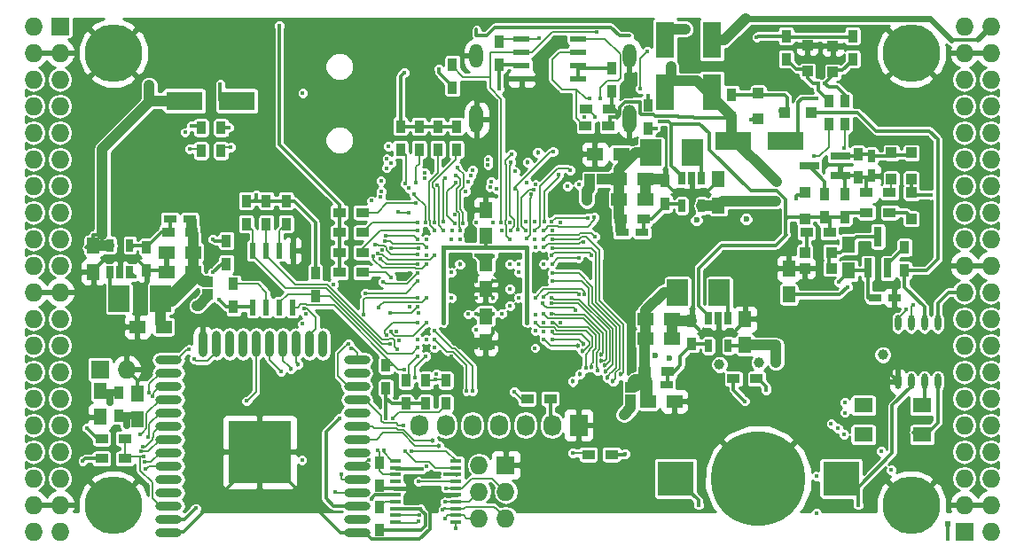
<source format=gbl>
G04 #@! TF.FileFunction,Copper,L4,Bot,Signal*
%FSLAX46Y46*%
G04 Gerber Fmt 4.6, Leading zero omitted, Abs format (unit mm)*
G04 Created by KiCad (PCBNEW 4.0.7+dfsg1-1) date Tue Oct 31 11:13:46 2017*
%MOMM*%
%LPD*%
G01*
G04 APERTURE LIST*
%ADD10C,0.100000*%
%ADD11R,0.900000X1.200000*%
%ADD12R,1.000000X1.000000*%
%ADD13O,2.500000X0.900000*%
%ADD14O,0.900000X2.500000*%
%ADD15R,6.000000X6.000000*%
%ADD16R,1.800000X3.500000*%
%ADD17R,2.000000X2.500000*%
%ADD18R,0.700000X1.200000*%
%ADD19R,1.250000X1.500000*%
%ADD20R,1.500000X1.250000*%
%ADD21O,0.609600X1.473200*%
%ADD22R,0.800000X1.900000*%
%ADD23R,1.900000X0.800000*%
%ADD24R,1.200000X0.750000*%
%ADD25R,0.750000X1.200000*%
%ADD26R,1.200000X0.900000*%
%ADD27R,0.600000X1.550000*%
%ADD28R,1.550000X0.600000*%
%ADD29R,1.727200X1.727200*%
%ADD30O,1.727200X1.727200*%
%ADD31C,5.500000*%
%ADD32R,1.000000X0.400000*%
%ADD33R,0.500000X0.500000*%
%ADD34R,1.727200X2.032000*%
%ADD35O,1.727200X2.032000*%
%ADD36O,1.300000X2.700000*%
%ADD37O,1.300000X2.300000*%
%ADD38R,1.800000X1.400000*%
%ADD39R,3.500000X1.800000*%
%ADD40R,3.500000X3.300000*%
%ADD41C,9.000000*%
%ADD42C,0.400000*%
%ADD43C,0.454000*%
%ADD44C,1.000000*%
%ADD45C,0.600000*%
%ADD46C,0.700000*%
%ADD47C,0.300000*%
%ADD48C,1.000000*%
%ADD49C,0.190000*%
%ADD50C,0.600000*%
%ADD51C,0.500000*%
%ADD52C,0.700000*%
%ADD53C,0.400000*%
%ADD54C,0.200000*%
%ADD55C,1.500000*%
%ADD56C,1.200000*%
%ADD57C,0.254000*%
G04 APERTURE END LIST*
D10*
D11*
X103498000Y-99858000D03*
X103498000Y-97658000D03*
D12*
X152393000Y-97142000D03*
X152393000Y-98342000D03*
D13*
X126260434Y-111030338D03*
X126260434Y-109760338D03*
X126260434Y-108490338D03*
X126260434Y-107220338D03*
X126260434Y-105950338D03*
X126260434Y-104680338D03*
X126260434Y-103410338D03*
X126260434Y-102140338D03*
X126260434Y-100870338D03*
X126260434Y-99600338D03*
X126260434Y-98330338D03*
X126260434Y-97060338D03*
X126260434Y-95790338D03*
X126260434Y-94520338D03*
D14*
X122975434Y-93030338D03*
X121705434Y-93030338D03*
X120435434Y-93030338D03*
X119165434Y-93030338D03*
X117895434Y-93030338D03*
X116625434Y-93030338D03*
X115355434Y-93030338D03*
X114085434Y-93030338D03*
X112815434Y-93030338D03*
X111545434Y-93030338D03*
D13*
X108260434Y-94520338D03*
X108260434Y-95790338D03*
X108260434Y-97060338D03*
X108260434Y-98330338D03*
X108260434Y-99600338D03*
X108260434Y-100870338D03*
X108260434Y-102140338D03*
X108260434Y-103410338D03*
X108260434Y-104680338D03*
X108260434Y-105950338D03*
X108260434Y-107220338D03*
X108260434Y-108490338D03*
X108260434Y-109760338D03*
X108260434Y-111030338D03*
D15*
X116960434Y-103330338D03*
D16*
X155695000Y-69000000D03*
X155695000Y-64000000D03*
D11*
X154044000Y-72426000D03*
X154044000Y-70226000D03*
D17*
X160870000Y-88090000D03*
X156870000Y-88090000D03*
D18*
X159825000Y-90600000D03*
X160775000Y-90600000D03*
X161725000Y-90600000D03*
X161725000Y-93200000D03*
X159825000Y-93200000D03*
D17*
X158330000Y-74755000D03*
X154330000Y-74755000D03*
D18*
X157285000Y-77235000D03*
X158235000Y-77235000D03*
X159185000Y-77235000D03*
X159185000Y-79835000D03*
X157285000Y-79835000D03*
D17*
X103530000Y-88725000D03*
X107530000Y-88725000D03*
D18*
X104575000Y-86215000D03*
X103625000Y-86215000D03*
X102675000Y-86215000D03*
X102675000Y-83615000D03*
X104575000Y-83615000D03*
D19*
X101085000Y-83665000D03*
X101085000Y-86165000D03*
D20*
X153810000Y-90630000D03*
X156310000Y-90630000D03*
X153810000Y-92535000D03*
X156310000Y-92535000D03*
D19*
X163315000Y-93150000D03*
X163315000Y-90650000D03*
D20*
X151270000Y-79200000D03*
X153770000Y-79200000D03*
X151270000Y-77295000D03*
X153770000Y-77295000D03*
D19*
X160775000Y-79815000D03*
X160775000Y-77315000D03*
D20*
X110590000Y-84280000D03*
X108090000Y-84280000D03*
X110590000Y-86185000D03*
X108090000Y-86185000D03*
D21*
X181730000Y-96599000D03*
X180460000Y-96599000D03*
X179190000Y-96599000D03*
X177920000Y-96599000D03*
X177920000Y-91011000D03*
X179190000Y-91011000D03*
X180460000Y-91011000D03*
X181730000Y-91011000D03*
D19*
X173221000Y-86038000D03*
X173221000Y-83538000D03*
D22*
X176965000Y-85780000D03*
X175065000Y-85780000D03*
X176015000Y-82780000D03*
D23*
X172435000Y-75075000D03*
X172435000Y-76975000D03*
X169435000Y-76025000D03*
D24*
X153910000Y-96910000D03*
X155810000Y-96910000D03*
X151570000Y-82375000D03*
X153470000Y-82375000D03*
X110290000Y-81105000D03*
X108390000Y-81105000D03*
D25*
X175380000Y-75075000D03*
X175380000Y-76975000D03*
D26*
X169200000Y-82375000D03*
X171400000Y-82375000D03*
D11*
X172840000Y-80935000D03*
X172840000Y-78735000D03*
D26*
X177115000Y-80470000D03*
X174915000Y-80470000D03*
D11*
X174110000Y-74925000D03*
X174110000Y-77125000D03*
X178555000Y-83815000D03*
X178555000Y-86015000D03*
X113785000Y-83180000D03*
X113785000Y-85380000D03*
X170935000Y-80935000D03*
X170935000Y-78735000D03*
X128390000Y-108580000D03*
X128390000Y-110780000D03*
D26*
X150572000Y-103584000D03*
X148372000Y-103584000D03*
X177115000Y-78565000D03*
X174915000Y-78565000D03*
X153760000Y-95640000D03*
X155960000Y-95640000D03*
X110440000Y-82375000D03*
X108240000Y-82375000D03*
X151420000Y-81105000D03*
X153620000Y-81105000D03*
D11*
X158235000Y-90800000D03*
X158235000Y-93000000D03*
X106165000Y-86015000D03*
X106165000Y-83815000D03*
X155695000Y-77465000D03*
X155695000Y-79665000D03*
D26*
X126782000Y-86185000D03*
X124582000Y-86185000D03*
X126782000Y-84279000D03*
X124582000Y-84279000D03*
X126782000Y-82375000D03*
X124582000Y-82375000D03*
X126782000Y-80470000D03*
X124582000Y-80470000D03*
D11*
X130422000Y-74458000D03*
X130422000Y-72258000D03*
X132200000Y-74458000D03*
X132200000Y-72258000D03*
X133978000Y-74458000D03*
X133978000Y-72258000D03*
X135756000Y-74458000D03*
X135756000Y-72258000D03*
D27*
X116325000Y-84120000D03*
X117595000Y-84120000D03*
X118865000Y-84120000D03*
X120135000Y-84120000D03*
X120135000Y-89520000D03*
X118865000Y-89520000D03*
X117595000Y-89520000D03*
X116325000Y-89520000D03*
D24*
X175700000Y-88598000D03*
X177600000Y-88598000D03*
D28*
X141980000Y-67705000D03*
X141980000Y-66435000D03*
X141980000Y-65165000D03*
X141980000Y-63895000D03*
X147380000Y-63895000D03*
X147380000Y-65165000D03*
X147380000Y-66435000D03*
X147380000Y-67705000D03*
D29*
X97910000Y-62690000D03*
D30*
X95370000Y-62690000D03*
X97910000Y-65230000D03*
X95370000Y-65230000D03*
X97910000Y-67770000D03*
X95370000Y-67770000D03*
X97910000Y-70310000D03*
X95370000Y-70310000D03*
X97910000Y-72850000D03*
X95370000Y-72850000D03*
X97910000Y-75390000D03*
X95370000Y-75390000D03*
X97910000Y-77930000D03*
X95370000Y-77930000D03*
X97910000Y-80470000D03*
X95370000Y-80470000D03*
X97910000Y-83010000D03*
X95370000Y-83010000D03*
X97910000Y-85550000D03*
X95370000Y-85550000D03*
X97910000Y-88090000D03*
X95370000Y-88090000D03*
X97910000Y-90630000D03*
X95370000Y-90630000D03*
X97910000Y-93170000D03*
X95370000Y-93170000D03*
X97910000Y-95710000D03*
X95370000Y-95710000D03*
X97910000Y-98250000D03*
X95370000Y-98250000D03*
X97910000Y-100790000D03*
X95370000Y-100790000D03*
X97910000Y-103330000D03*
X95370000Y-103330000D03*
X97910000Y-105870000D03*
X95370000Y-105870000D03*
X97910000Y-108410000D03*
X95370000Y-108410000D03*
X97910000Y-110950000D03*
X95370000Y-110950000D03*
D29*
X184270000Y-110950000D03*
D30*
X186810000Y-110950000D03*
X184270000Y-108410000D03*
X186810000Y-108410000D03*
X184270000Y-105870000D03*
X186810000Y-105870000D03*
X184270000Y-103330000D03*
X186810000Y-103330000D03*
X184270000Y-100790000D03*
X186810000Y-100790000D03*
X184270000Y-98250000D03*
X186810000Y-98250000D03*
X184270000Y-95710000D03*
X186810000Y-95710000D03*
X184270000Y-93170000D03*
X186810000Y-93170000D03*
X184270000Y-90630000D03*
X186810000Y-90630000D03*
X184270000Y-88090000D03*
X186810000Y-88090000D03*
X184270000Y-85550000D03*
X186810000Y-85550000D03*
X184270000Y-83010000D03*
X186810000Y-83010000D03*
X184270000Y-80470000D03*
X186810000Y-80470000D03*
X184270000Y-77930000D03*
X186810000Y-77930000D03*
X184270000Y-75390000D03*
X186810000Y-75390000D03*
X184270000Y-72850000D03*
X186810000Y-72850000D03*
X184270000Y-70310000D03*
X186810000Y-70310000D03*
X184270000Y-67770000D03*
X186810000Y-67770000D03*
X184270000Y-65230000D03*
X186810000Y-65230000D03*
X184270000Y-62690000D03*
X186810000Y-62690000D03*
D31*
X102990000Y-108410000D03*
X179190000Y-108410000D03*
X179190000Y-65230000D03*
X102990000Y-65230000D03*
D11*
X162045000Y-71410000D03*
X162045000Y-69210000D03*
X139820000Y-66330000D03*
X139820000Y-64130000D03*
X135375000Y-68532000D03*
X135375000Y-66332000D03*
X150615000Y-68870000D03*
X150615000Y-66670000D03*
D26*
X150275000Y-72215000D03*
X148075000Y-72215000D03*
X150380000Y-70600000D03*
X148180000Y-70600000D03*
D32*
X135735000Y-104215000D03*
X135735000Y-104865000D03*
X135735000Y-105515000D03*
X135735000Y-106165000D03*
X135735000Y-106815000D03*
X135735000Y-107465000D03*
X135735000Y-108115000D03*
X135735000Y-108765000D03*
X135735000Y-109415000D03*
X135735000Y-110065000D03*
X129935000Y-110065000D03*
X129935000Y-109415000D03*
X129935000Y-108765000D03*
X129935000Y-108115000D03*
X129935000Y-107465000D03*
X129935000Y-106815000D03*
X129935000Y-106165000D03*
X129935000Y-105515000D03*
X129935000Y-104865000D03*
X129935000Y-104215000D03*
D11*
X119500000Y-79370000D03*
X119500000Y-81570000D03*
X114480000Y-89500000D03*
X114480000Y-87300000D03*
X129025000Y-97275000D03*
X129025000Y-95075000D03*
X117595000Y-79370000D03*
X117595000Y-81570000D03*
X122280000Y-86300000D03*
X122280000Y-88500000D03*
X115690000Y-79370000D03*
X115690000Y-81570000D03*
D26*
X144730000Y-98250000D03*
X142530000Y-98250000D03*
D11*
X132835000Y-98715000D03*
X132835000Y-96515000D03*
X130930000Y-98715000D03*
X130930000Y-96515000D03*
D26*
X101890000Y-103965000D03*
X104090000Y-103965000D03*
D29*
X101720000Y-95456000D03*
D30*
X104260000Y-95456000D03*
D26*
X104090000Y-102060000D03*
X101890000Y-102060000D03*
D19*
X167506000Y-88324000D03*
X167506000Y-85824000D03*
D26*
X164415000Y-96345000D03*
X162215000Y-96345000D03*
D11*
X167252000Y-65822000D03*
X167252000Y-63622000D03*
D29*
X140455000Y-104600000D03*
D30*
X137915000Y-104600000D03*
X140455000Y-107140000D03*
X137915000Y-107140000D03*
X140455000Y-109680000D03*
X137915000Y-109680000D03*
D19*
X138550000Y-90396000D03*
X138550000Y-92896000D03*
X138550000Y-82736000D03*
X138550000Y-80236000D03*
X138550000Y-85316000D03*
X138550000Y-87816000D03*
X101720000Y-97508000D03*
X101720000Y-100008000D03*
D11*
X113277000Y-74585000D03*
X113277000Y-72385000D03*
X111372000Y-74585000D03*
X111372000Y-72385000D03*
X172840000Y-72045000D03*
X172840000Y-69845000D03*
X171316000Y-72045000D03*
X171316000Y-69845000D03*
D33*
X182680000Y-110200000D03*
D34*
X147440000Y-100790000D03*
D35*
X144900000Y-100790000D03*
X142360000Y-100790000D03*
X139820000Y-100790000D03*
X137280000Y-100790000D03*
X134740000Y-100790000D03*
X132200000Y-100790000D03*
D36*
X152280000Y-71550000D03*
X137680000Y-71550000D03*
D37*
X137680000Y-65500000D03*
X152280000Y-65500000D03*
D38*
X180212000Y-98882000D03*
X174612000Y-98882000D03*
X174612000Y-101682000D03*
X180212000Y-101682000D03*
D19*
X105276000Y-100262000D03*
X105276000Y-97762000D03*
D39*
X109761000Y-69802000D03*
X114761000Y-69802000D03*
X167212000Y-73612000D03*
X162212000Y-73612000D03*
D16*
X160140000Y-64000000D03*
X160140000Y-69000000D03*
D20*
X154064000Y-98504000D03*
X156564000Y-98504000D03*
X107796000Y-91392000D03*
X105296000Y-91392000D03*
X151484000Y-74882000D03*
X148984000Y-74882000D03*
D11*
X173602000Y-65822000D03*
X173602000Y-63622000D03*
X134740000Y-96515000D03*
X134740000Y-98715000D03*
D40*
X172485000Y-105870000D03*
X156685000Y-105870000D03*
D41*
X164585000Y-105870000D03*
D12*
X169284000Y-66988000D03*
X169284000Y-64488000D03*
X171697000Y-67081000D03*
X171697000Y-64581000D03*
X169050000Y-84280000D03*
X171550000Y-84280000D03*
X179190000Y-81085000D03*
X179190000Y-78585000D03*
X169030000Y-81085000D03*
X169030000Y-78585000D03*
X171550000Y-85804000D03*
X169050000Y-85804000D03*
X179190000Y-77275000D03*
X179190000Y-74775000D03*
X177285000Y-74775000D03*
X177285000Y-77275000D03*
X167145000Y-70945000D03*
X169645000Y-70945000D03*
X164585000Y-69060000D03*
X164585000Y-71560000D03*
X112007000Y-87109000D03*
X112007000Y-88309000D03*
X149691000Y-77295000D03*
X148491000Y-77295000D03*
D11*
X128390000Y-106546000D03*
X128390000Y-104346000D03*
D42*
X133216000Y-107465000D03*
X137680000Y-88600000D03*
X142480000Y-95000000D03*
X141680000Y-92600000D03*
X140836000Y-84534000D03*
X135284627Y-94985297D03*
X135288625Y-94225619D03*
X134455822Y-94267172D03*
X131280000Y-89450837D03*
X120770000Y-72215000D03*
X136095958Y-93369652D03*
D43*
X139264636Y-91615205D03*
D42*
X139575609Y-69792857D03*
D44*
X116880503Y-64802940D03*
X106974809Y-64953974D03*
X175210328Y-64948943D03*
X165417246Y-64954666D03*
D42*
X175495631Y-71457432D03*
X146468970Y-70993942D03*
X144978424Y-71024054D03*
X143480350Y-71016526D03*
X142000564Y-71008511D03*
X147987361Y-71377791D03*
X144102010Y-84600000D03*
X132880424Y-84561218D03*
X135567436Y-80702302D03*
X132810347Y-82177990D03*
X145713035Y-91022010D03*
X145680000Y-94177990D03*
X177285000Y-95710000D03*
D44*
X177229911Y-82281349D03*
D42*
X170046000Y-85804000D03*
D45*
X164741832Y-81130572D03*
X161067993Y-81216119D03*
D44*
X158233687Y-94852616D03*
X162992748Y-94820185D03*
D45*
X156280000Y-81210838D03*
D42*
X131254529Y-86251357D03*
X140880000Y-81400000D03*
X136085174Y-89394826D03*
X145680000Y-81400000D03*
X150080000Y-81600000D03*
X140874194Y-91433353D03*
X145680000Y-85422010D03*
X142480000Y-94200000D03*
X140880000Y-93400000D03*
X139280000Y-93400000D03*
X137680000Y-93400000D03*
X136880000Y-92600000D03*
X135280000Y-92600000D03*
X132880000Y-91800000D03*
X132880000Y-93400000D03*
D43*
X141042859Y-86994997D03*
X139280000Y-87000000D03*
X136110990Y-86995403D03*
X137680000Y-87000000D03*
X136080000Y-84600000D03*
X139280000Y-88600000D03*
D42*
X121003132Y-104131127D03*
X127656639Y-107816792D03*
D44*
X156235582Y-66548363D03*
X166321614Y-77572282D03*
X166248957Y-79408030D03*
X101932065Y-82585048D03*
X106417803Y-68312483D03*
X166280000Y-94800000D03*
D42*
X150457224Y-71377791D03*
X172289562Y-87124051D03*
D44*
X157600000Y-62944000D03*
D46*
X102710050Y-98594954D03*
D42*
X110855283Y-108726380D03*
X148160764Y-77980787D03*
X154794000Y-72426000D03*
D44*
X148202000Y-79327000D03*
D42*
X129005202Y-100174798D03*
X137659051Y-91638034D03*
X139820000Y-68665673D03*
X172834633Y-99599920D03*
X172879922Y-98618650D03*
X176305593Y-103279812D03*
X165349214Y-97422919D03*
D44*
X160875897Y-94988750D03*
D42*
X164433885Y-63737451D03*
X134079160Y-66786153D03*
X109828000Y-72830000D03*
X116654336Y-78777990D03*
D44*
X176474303Y-94069095D03*
D42*
X173094000Y-87582000D03*
D45*
X163422030Y-81120665D03*
X154726292Y-94171363D03*
X156077107Y-94380779D03*
X158680000Y-81210838D03*
D42*
X112515000Y-83010000D03*
X181065000Y-78785000D03*
X100080000Y-104200000D03*
X113080000Y-88800000D03*
D44*
X164653770Y-94825547D03*
D42*
X135273306Y-88618602D03*
X139272517Y-84611349D03*
X137680556Y-84534085D03*
X141680000Y-86200000D03*
X135280000Y-86200000D03*
X132880000Y-92600000D03*
X132080000Y-92600000D03*
X141680000Y-88600000D03*
X141680000Y-85400000D03*
D44*
X151758000Y-99774000D03*
D42*
X136885174Y-90194826D03*
X140094890Y-90122990D03*
X139280000Y-90122990D03*
X140880000Y-89400000D03*
X137680000Y-90172990D03*
X140880000Y-87800000D03*
X140880000Y-85400000D03*
D43*
X136080000Y-85400000D03*
D42*
X130022680Y-91834237D03*
X121369010Y-90164222D03*
X130279644Y-92674772D03*
X121041200Y-91125073D03*
D44*
X110991000Y-89360000D03*
D42*
X142480000Y-91000000D03*
X142480000Y-83800000D03*
X134480000Y-83800000D03*
X134480000Y-91000000D03*
X121086654Y-69078528D03*
X105037711Y-86632990D03*
X155149360Y-71764535D03*
X170182962Y-69571012D03*
X174110000Y-108410000D03*
X158870000Y-108410000D03*
X137295592Y-97538017D03*
X134750646Y-106810513D03*
X133680000Y-91800000D03*
D43*
X134074414Y-102752225D03*
D42*
X136740903Y-97514503D03*
X134675868Y-108131585D03*
D43*
X133449289Y-102232615D03*
D42*
X133680000Y-92600000D03*
X133685482Y-93402296D03*
X127358154Y-104128048D03*
X132936956Y-104698915D03*
X134463998Y-108841973D03*
X130692380Y-100790000D03*
X131808905Y-96227367D03*
X134636872Y-109719950D03*
X132846234Y-94197073D03*
X118858690Y-62658970D03*
X130761990Y-67119621D03*
X148477832Y-69619684D03*
X149475951Y-69619684D03*
X148991194Y-71377791D03*
X153984196Y-65077116D03*
X153322343Y-68673419D03*
X143650666Y-63862520D03*
X178665908Y-89713903D03*
X149183754Y-63257114D03*
X179375977Y-89317806D03*
X140035989Y-81400000D03*
X115729998Y-98493136D03*
X128776655Y-87110882D03*
X132077895Y-86272150D03*
X119008515Y-95662939D03*
D43*
X119978162Y-95412951D03*
X120634035Y-94977604D03*
D42*
X113212238Y-68244401D03*
X146387166Y-77939336D03*
X147480000Y-77822010D03*
X131453853Y-103260518D03*
X144891634Y-91008466D03*
D43*
X148653935Y-95249010D03*
X149565978Y-94054788D03*
D42*
X144867244Y-90164455D03*
D43*
X150720500Y-96575802D03*
D42*
X144890381Y-83866022D03*
D43*
X151448039Y-95951686D03*
D42*
X144894101Y-83022010D03*
D43*
X150149219Y-96229829D03*
D42*
X144901285Y-86268736D03*
D43*
X150033441Y-95660469D03*
D42*
X144888562Y-86993817D03*
D43*
X149952517Y-95085120D03*
D42*
X144877648Y-88622010D03*
D43*
X149584522Y-94635504D03*
D42*
X144810610Y-89177990D03*
X144895773Y-91874444D03*
D43*
X147777713Y-93691005D03*
D42*
X144113248Y-92588762D03*
D43*
X147356233Y-93219138D03*
X147915304Y-93060979D03*
D42*
X144882352Y-92577990D03*
X130807074Y-95454141D03*
X130141886Y-93532031D03*
X132080000Y-93400000D03*
X129438090Y-93014450D03*
X133852393Y-95875797D03*
X141280000Y-97600000D03*
X133762848Y-96395146D03*
X132080000Y-94200000D03*
X105895603Y-103765816D03*
X128669601Y-84020243D03*
X132080000Y-89450837D03*
X130839486Y-103260518D03*
X129459184Y-90039192D03*
X128806823Y-103185900D03*
X132162861Y-106185868D03*
X128321313Y-89539949D03*
X132880000Y-88600000D03*
X127040053Y-88166906D03*
X124741825Y-105494691D03*
X132080000Y-87000000D03*
X125740979Y-93452427D03*
X124202418Y-107207639D03*
D43*
X142530990Y-75662841D03*
X143525587Y-74749772D03*
D42*
X110313517Y-74380698D03*
X132146108Y-109940263D03*
X114166000Y-74247000D03*
X132189000Y-109415000D03*
X135694981Y-77648547D03*
X135567436Y-81489225D03*
X134702010Y-77200000D03*
X134471354Y-81347908D03*
X132761172Y-77202673D03*
X132737245Y-76676207D03*
X128545566Y-77476577D03*
X127643658Y-79355564D03*
X110718734Y-94451783D03*
X128515897Y-78994176D03*
X110249038Y-93533767D03*
X128569727Y-78469921D03*
X106368514Y-97662752D03*
X131230910Y-78113843D03*
X106741168Y-98035405D03*
X131709326Y-78745875D03*
X132783332Y-81399993D03*
X105572759Y-101661319D03*
X129016746Y-82660638D03*
X132084821Y-83022010D03*
X106281049Y-101893466D03*
X128948848Y-83183258D03*
X132886504Y-83777990D03*
X105813763Y-102819336D03*
X129513931Y-83860979D03*
X132117443Y-83866021D03*
X105627254Y-103312241D03*
X127966259Y-83515785D03*
X132079996Y-84503337D03*
X105992720Y-104283802D03*
X128261987Y-84383463D03*
X133671942Y-84595200D03*
X106088753Y-104974041D03*
X127824162Y-84676807D03*
X132875802Y-85428138D03*
D43*
X146862501Y-96617499D03*
X147534467Y-95913260D03*
D42*
X148102806Y-95339021D03*
X143280000Y-91000000D03*
X149207706Y-95605291D03*
X144082424Y-90132858D03*
X143989948Y-89177990D03*
X147125926Y-89802879D03*
X143281824Y-90201951D03*
X144102010Y-85397219D03*
X147422472Y-84858593D03*
X144886544Y-85385186D03*
X144102010Y-83000000D03*
X148975652Y-82755341D03*
X144885092Y-82177990D03*
X147470668Y-88324835D03*
X144082832Y-88584510D03*
X147997681Y-88324844D03*
X143278026Y-88595030D03*
X144102010Y-82185600D03*
X148935852Y-80899014D03*
X148337768Y-80975785D03*
X144866392Y-81333979D03*
X139280000Y-81400000D03*
X139585116Y-78205862D03*
X138968064Y-78040948D03*
X139049357Y-77520244D03*
X138775679Y-75942989D03*
X138779198Y-75400762D03*
X137680000Y-81400000D03*
X137308732Y-76415018D03*
X137106948Y-76979922D03*
X136856003Y-77562978D03*
X136634118Y-78451672D03*
X135830698Y-76200613D03*
X136411444Y-81497309D03*
X148668800Y-84550385D03*
X144877691Y-84532933D03*
X144102010Y-83800000D03*
X147894174Y-83335809D03*
X142852716Y-78759927D03*
X142473549Y-82998913D03*
X143105106Y-78295223D03*
X142396423Y-82191394D03*
X145494012Y-76834828D03*
X144146021Y-81374784D03*
X143331797Y-77819457D03*
X146627648Y-76461302D03*
X143257990Y-82207154D03*
X143257990Y-81379632D03*
X141380161Y-78226966D03*
X145017056Y-74655847D03*
X141657990Y-82130345D03*
X142413979Y-81382236D03*
X140080000Y-82200000D03*
X141342967Y-76554996D03*
X141046643Y-74873804D03*
X140864029Y-83041403D03*
X140980062Y-75681941D03*
X140924011Y-82179283D03*
X129542604Y-86703515D03*
X132880000Y-83022010D03*
X132080000Y-82177990D03*
X132080000Y-81400000D03*
X131847310Y-79589886D03*
X130856828Y-77742623D03*
X131923295Y-77584853D03*
X133654358Y-82177990D03*
X133627343Y-81396408D03*
X129493635Y-91853281D03*
X132880000Y-91000000D03*
X129092715Y-92195341D03*
X132077648Y-90977990D03*
X130196821Y-80377733D03*
X131180000Y-80500000D03*
X128489708Y-84867377D03*
X132079620Y-85428138D03*
X163908850Y-71651861D03*
X134501414Y-82177578D03*
X133922194Y-77854836D03*
X135656559Y-110610712D03*
X132448438Y-104994496D03*
X146844288Y-103452739D03*
X134707351Y-105508447D03*
X132280000Y-108800000D03*
D46*
X104260000Y-100790000D03*
D42*
X112515000Y-86185000D03*
X163277422Y-98501717D03*
X170126036Y-109212466D03*
X170157734Y-105666345D03*
X169895346Y-75092988D03*
X143257990Y-83000000D03*
X168166438Y-79108038D03*
X151896383Y-103510715D03*
X114039000Y-72342000D03*
X110483000Y-72215000D03*
X143269694Y-93414905D03*
X177274002Y-105079115D03*
X172761273Y-101651681D03*
X143280000Y-91800000D03*
X172193360Y-101105663D03*
X144064831Y-91877646D03*
X171540304Y-100645743D03*
X144080000Y-91000000D03*
X154044000Y-69294000D03*
X129061632Y-76229575D03*
X135280000Y-83022010D03*
X129493343Y-75737814D03*
X136080000Y-83000000D03*
X129122249Y-75363607D03*
X135345425Y-82176814D03*
X135725421Y-76909376D03*
X129252218Y-74142461D03*
X136080000Y-82200000D03*
X172746637Y-74347988D03*
X143280000Y-83800000D03*
X142480000Y-77600000D03*
X170300000Y-68151000D03*
X170950000Y-68125562D03*
X125423968Y-92992129D03*
X121206217Y-89662983D03*
X132156079Y-90030946D03*
X182675150Y-111637626D03*
X124027706Y-87347706D03*
X124027707Y-87347707D03*
X166678914Y-70803555D03*
X129660000Y-100155000D03*
X124580000Y-100155000D03*
X126880000Y-90200000D03*
X128280000Y-103200000D03*
X132080000Y-88600000D03*
X100450000Y-101044000D03*
D47*
X138630000Y-63600000D02*
X139449896Y-62780104D01*
X137680000Y-63000000D02*
X137680000Y-63600000D01*
X150510104Y-62780104D02*
X151330000Y-63600000D01*
X137680000Y-63600000D02*
X138630000Y-63600000D01*
X139449896Y-62780104D02*
X150510104Y-62780104D01*
X151330000Y-63600000D02*
X152280000Y-63600000D01*
X104260000Y-95456000D02*
X105276000Y-96472000D01*
X105276000Y-96472000D02*
X105276000Y-97762000D01*
X132254999Y-111657001D02*
X133216000Y-110696000D01*
X133216000Y-110696000D02*
X133216000Y-107465000D01*
X126260434Y-111030338D02*
X127060434Y-111030338D01*
X127060434Y-111030338D02*
X127687097Y-111657001D01*
X127687097Y-111657001D02*
X132254999Y-111657001D01*
X133216000Y-107465000D02*
X132214478Y-107465000D01*
X135735000Y-107465000D02*
X133216000Y-107465000D01*
X132214478Y-107465000D02*
X131572496Y-106823018D01*
X131572496Y-106823018D02*
X129919874Y-106823018D01*
X108260434Y-111030338D02*
X109060434Y-111030338D01*
X109060434Y-111030338D02*
X109140772Y-110950000D01*
X109140772Y-110950000D02*
X109693431Y-110950000D01*
X109693431Y-110950000D02*
X116960434Y-103682997D01*
X116960434Y-103682997D02*
X116960434Y-103330338D01*
X126260434Y-111030338D02*
X124660659Y-111030338D01*
X124660659Y-111030338D02*
X116960659Y-103330338D01*
X116960659Y-103330338D02*
X116960434Y-103330338D01*
X129935000Y-106815000D02*
X128659000Y-106815000D01*
X128659000Y-106815000D02*
X128390000Y-106546000D01*
X128390000Y-106546000D02*
X128558000Y-106546000D01*
X136126306Y-93400000D02*
X136095958Y-93369652D01*
X136880000Y-92600000D02*
X136110348Y-93369652D01*
X136049652Y-93369652D02*
X136095958Y-93369652D01*
X137680000Y-93400000D02*
X136126306Y-93400000D01*
X135280000Y-92600000D02*
X136049652Y-93369652D01*
X136110348Y-93369652D02*
X136095958Y-93369652D01*
X139264636Y-92054364D02*
X139264636Y-91936231D01*
X139264636Y-91936231D02*
X139264636Y-91615205D01*
X138550000Y-92769000D02*
X139264636Y-92054364D01*
X136880000Y-92600000D02*
X137680000Y-93400000D01*
X136880000Y-92600000D02*
X138381000Y-92600000D01*
X138381000Y-92600000D02*
X138550000Y-92769000D01*
X135280000Y-92600000D02*
X136880000Y-92600000D01*
X138550000Y-92769000D02*
X138649000Y-92769000D01*
X138649000Y-92769000D02*
X139280000Y-93400000D01*
X138550000Y-92769000D02*
X138311000Y-92769000D01*
X138311000Y-92769000D02*
X137680000Y-93400000D01*
X137822857Y-69792857D02*
X139292767Y-69792857D01*
X137680000Y-69650000D02*
X137822857Y-69792857D01*
X139292767Y-69792857D02*
X139575609Y-69792857D01*
X175042385Y-64781000D02*
X175210328Y-64948943D01*
X171697000Y-64781000D02*
X175042385Y-64781000D01*
X165683912Y-64688000D02*
X165417246Y-64954666D01*
X169284000Y-64688000D02*
X165683912Y-64688000D01*
X169284000Y-64688000D02*
X171604000Y-64688000D01*
X171604000Y-64688000D02*
X171697000Y-64781000D01*
X177285000Y-95710000D02*
X177285000Y-95964000D01*
X177285000Y-95964000D02*
X177920000Y-96599000D01*
X167506000Y-85824000D02*
X169230000Y-85824000D01*
X169230000Y-85824000D02*
X169250000Y-85804000D01*
X169250000Y-85804000D02*
X170046000Y-85804000D01*
X102210000Y-84915000D02*
X103625000Y-84915000D01*
X103625000Y-84915000D02*
X105215000Y-84915000D01*
X103625000Y-86215000D02*
X103625000Y-84915000D01*
X105215000Y-84915000D02*
X106165000Y-85865000D01*
X106165000Y-85865000D02*
X106165000Y-86015000D01*
X101085000Y-86165000D02*
X101085000Y-86040000D01*
X101085000Y-86040000D02*
X102210000Y-84915000D01*
X106165000Y-86015000D02*
X107920000Y-86015000D01*
X107920000Y-86015000D02*
X108090000Y-86185000D01*
D48*
X153770000Y-77295000D02*
X155525000Y-77295000D01*
D47*
X155525000Y-77295000D02*
X155695000Y-77465000D01*
D48*
X153770000Y-79200000D02*
X153770000Y-77295000D01*
D47*
X174110000Y-77125000D02*
X174745000Y-77125000D01*
X174745000Y-77125000D02*
X175230000Y-77125000D01*
X174915000Y-78565000D02*
X174915000Y-77295000D01*
X174915000Y-77295000D02*
X174745000Y-77125000D01*
X172840000Y-78735000D02*
X172840000Y-77380000D01*
X172840000Y-77380000D02*
X172435000Y-76975000D01*
X175230000Y-77125000D02*
X175380000Y-76975000D01*
X172435000Y-76975000D02*
X173960000Y-76975000D01*
X173960000Y-76975000D02*
X174110000Y-77125000D01*
X137680000Y-86200000D02*
X137680000Y-86600000D01*
X136080000Y-84600000D02*
X137680000Y-86200000D01*
X159850000Y-78365000D02*
X158235000Y-78365000D01*
X158235000Y-78365000D02*
X156445000Y-78365000D01*
X158235000Y-77235000D02*
X158235000Y-78365000D01*
X160775000Y-77315000D02*
X160775000Y-77440000D01*
X160775000Y-77440000D02*
X159850000Y-78365000D01*
X156445000Y-78365000D02*
X155695000Y-77615000D01*
X155695000Y-77615000D02*
X155695000Y-77465000D01*
D48*
X156310000Y-90630000D02*
X156310000Y-92535000D01*
X158235000Y-90800000D02*
X156480000Y-90800000D01*
D47*
X156480000Y-90800000D02*
X156310000Y-90630000D01*
X163315000Y-90650000D02*
X163315000Y-90834602D01*
X163315000Y-90834602D02*
X162249602Y-91900000D01*
X162249602Y-91900000D02*
X160775000Y-91900000D01*
X101085000Y-86165000D02*
X101085000Y-85929893D01*
X106165000Y-85944374D02*
X106165000Y-86015000D01*
X159185000Y-91900000D02*
X160775000Y-91900000D01*
X160775000Y-90600000D02*
X160775000Y-91900000D01*
X158235000Y-90800000D02*
X158235000Y-90950000D01*
X158235000Y-90950000D02*
X159185000Y-91900000D01*
X108090000Y-84280000D02*
X108090000Y-86185000D01*
X107625000Y-84745000D02*
X108090000Y-84280000D01*
X108070000Y-84260000D02*
X108090000Y-84280000D01*
X141037856Y-87000000D02*
X141042859Y-86994997D01*
X139280000Y-87000000D02*
X141037856Y-87000000D01*
X136432016Y-86995403D02*
X136110990Y-86995403D01*
X137284597Y-86995403D02*
X136432016Y-86995403D01*
X137680000Y-86600000D02*
X137284597Y-86995403D01*
X137680000Y-86600000D02*
X137680000Y-87000000D01*
D49*
X138029000Y-66332000D02*
X138115000Y-66246000D01*
D47*
X128008431Y-107465000D02*
X127856638Y-107616793D01*
X127856638Y-107616793D02*
X127656639Y-107816792D01*
X129935000Y-107465000D02*
X128008431Y-107465000D01*
X160140000Y-69000000D02*
X160140000Y-69850000D01*
X160140000Y-69850000D02*
X161700000Y-71410000D01*
D48*
X156235582Y-67716832D02*
X156235582Y-66548363D01*
X158681338Y-67896338D02*
X156415088Y-67896338D01*
X156415088Y-67896338D02*
X156235582Y-67716832D01*
D47*
X156235582Y-66578582D02*
X156235582Y-66548363D01*
D48*
X162045000Y-73295668D02*
X165821615Y-77072283D01*
X165821615Y-77072283D02*
X166321614Y-77572282D01*
X160790000Y-79800000D02*
X161181970Y-79408030D01*
X161181970Y-79408030D02*
X165541851Y-79408030D01*
X165541851Y-79408030D02*
X166248957Y-79408030D01*
D47*
X101085000Y-82615000D02*
X101114952Y-82585048D01*
X101114952Y-82585048D02*
X101224959Y-82585048D01*
X101085000Y-83665000D02*
X101085000Y-82615000D01*
D48*
X101932065Y-81877942D02*
X101932065Y-82585048D01*
X101932065Y-74415935D02*
X101932065Y-81877942D01*
X106407114Y-69940886D02*
X101932065Y-74415935D01*
D47*
X101224959Y-82585048D02*
X101932065Y-82585048D01*
X151080000Y-71400000D02*
X151352990Y-71127010D01*
X151352990Y-71127010D02*
X151352990Y-70466020D01*
X151352990Y-70466020D02*
X151896020Y-69922990D01*
X151896020Y-69922990D02*
X152557010Y-69922990D01*
X152557010Y-69922990D02*
X152583077Y-69896923D01*
D48*
X106417803Y-69019589D02*
X106417803Y-68312483D01*
X106417803Y-69930197D02*
X106417803Y-69019589D01*
X106407114Y-69940886D02*
X106417803Y-69930197D01*
X166280000Y-93150000D02*
X166280000Y-94800000D01*
D47*
X110610000Y-69548000D02*
X110610000Y-69802000D01*
X150457224Y-71377791D02*
X150457224Y-72032776D01*
X150457224Y-72032776D02*
X150275000Y-72215000D01*
D48*
X109975000Y-69802000D02*
X106546000Y-69802000D01*
X106546000Y-69802000D02*
X106419000Y-69929000D01*
D47*
X151057791Y-71377791D02*
X150740066Y-71377791D01*
X150740066Y-71377791D02*
X150457224Y-71377791D01*
X151080000Y-71400000D02*
X151057791Y-71377791D01*
X172289562Y-87094438D02*
X172289562Y-87124051D01*
X173221000Y-86163000D02*
X172289562Y-87094438D01*
X173221000Y-86038000D02*
X173221000Y-86163000D01*
X175065000Y-88598000D02*
X175065000Y-85780000D01*
X175700000Y-88598000D02*
X175065000Y-88598000D01*
D48*
X106419000Y-69929000D02*
X106407114Y-69940886D01*
D47*
X106419000Y-69675000D02*
X106419000Y-69929000D01*
X100572432Y-83665000D02*
X100424079Y-83813353D01*
X101085000Y-83665000D02*
X100572432Y-83665000D01*
X160790000Y-79800000D02*
X160775000Y-79815000D01*
D48*
X163315000Y-93150000D02*
X166280000Y-93150000D01*
D47*
X160775000Y-79940000D02*
X160775000Y-79815000D01*
X164925000Y-93150000D02*
X164240000Y-93150000D01*
X164240000Y-93150000D02*
X163315000Y-93150000D01*
X101085000Y-83665000D02*
X101085000Y-83790000D01*
X151080000Y-71400000D02*
X151080000Y-70838120D01*
X151080000Y-70838120D02*
X150615000Y-70373120D01*
X150615000Y-70373120D02*
X150615000Y-69995990D01*
X150615000Y-69995990D02*
X150615000Y-68870000D01*
D48*
X159185000Y-79835000D02*
X160755000Y-79835000D01*
D47*
X160755000Y-79835000D02*
X160775000Y-79815000D01*
X161725000Y-93200000D02*
X163265000Y-93200000D01*
X163265000Y-93200000D02*
X163315000Y-93150000D01*
X173221000Y-86038000D02*
X174807000Y-86038000D01*
X174807000Y-86038000D02*
X175065000Y-85780000D01*
D48*
X101085000Y-83665000D02*
X102625000Y-83665000D01*
D47*
X102625000Y-83665000D02*
X102675000Y-83615000D01*
X152583077Y-69896923D02*
X153316999Y-69896923D01*
X153316999Y-69896923D02*
X153316999Y-71047601D01*
X161700000Y-71410000D02*
X162045000Y-71410000D01*
D48*
X162045000Y-71410000D02*
X162045000Y-71260000D01*
X162045000Y-71260000D02*
X158681338Y-67896338D01*
X162045000Y-71410000D02*
X162045000Y-73295668D01*
D47*
X158407951Y-71315988D02*
X158501963Y-71410000D01*
X153372399Y-71103001D02*
X154568521Y-71103001D01*
X158501963Y-71410000D02*
X162045000Y-71410000D01*
X156924522Y-71275510D02*
X156965000Y-71315988D01*
X156965000Y-71315988D02*
X158407951Y-71315988D01*
X153316999Y-71047601D02*
X153372399Y-71103001D01*
X154568521Y-71103001D02*
X154741030Y-71275510D01*
X154741030Y-71275510D02*
X156924522Y-71275510D01*
X162045000Y-71753000D02*
X162045000Y-71410000D01*
X155695000Y-64000000D02*
X155695000Y-63368337D01*
X155695000Y-63368337D02*
X156119337Y-62944000D01*
D48*
X156119337Y-62944000D02*
X157600000Y-62944000D01*
X160140000Y-64000000D02*
X161340000Y-64000000D01*
X161340000Y-64000000D02*
X163399217Y-61940783D01*
D50*
X163399217Y-61940783D02*
X180980783Y-61940783D01*
D51*
X185540000Y-63960000D02*
X186810000Y-62690000D01*
D50*
X180980783Y-61940783D02*
X183000000Y-63960000D01*
D47*
X183000000Y-63960000D02*
X185540000Y-63960000D01*
D52*
X102710050Y-97683950D02*
X102710050Y-98099980D01*
X102736000Y-97658000D02*
X102710050Y-97683950D01*
X102710050Y-98099980D02*
X102710050Y-98594954D01*
X102736000Y-97658000D02*
X101870000Y-97658000D01*
X103498000Y-97658000D02*
X102736000Y-97658000D01*
D47*
X101870000Y-97658000D02*
X101720000Y-97508000D01*
X110655284Y-108926379D02*
X110855283Y-108726380D01*
X109821325Y-109760338D02*
X110655284Y-108926379D01*
X108260434Y-109760338D02*
X109821325Y-109760338D01*
X148202000Y-78413082D02*
X148491000Y-78124082D01*
D48*
X148491000Y-78124082D02*
X148491000Y-77295000D01*
X148202000Y-79327000D02*
X148202000Y-78413082D01*
X148202000Y-78413082D02*
X148439744Y-78175338D01*
D47*
X148160764Y-77980787D02*
X148160764Y-77625236D01*
X148160764Y-77625236D02*
X148491000Y-77295000D01*
X148202000Y-78022023D02*
X148160764Y-77980787D01*
X154806000Y-72438000D02*
X154794000Y-72426000D01*
X154044000Y-72426000D02*
X154794000Y-72426000D01*
X129025000Y-97275000D02*
X129025000Y-100155000D01*
X129025000Y-100155000D02*
X129005202Y-100174798D01*
X129025000Y-97275000D02*
X129025000Y-98175000D01*
X129025000Y-98175000D02*
X129565000Y-98715000D01*
X129565000Y-98715000D02*
X130180000Y-98715000D01*
X130180000Y-98715000D02*
X130930000Y-98715000D01*
X132835000Y-98715000D02*
X130930000Y-98715000D01*
X173602000Y-63706000D02*
X167336000Y-63706000D01*
X167336000Y-63706000D02*
X167252000Y-63622000D01*
X167252000Y-63622000D02*
X164549336Y-63622000D01*
X164549336Y-63622000D02*
X164433885Y-63737451D01*
X138550000Y-85042000D02*
X138188471Y-85042000D01*
X138188471Y-85042000D02*
X137680556Y-84534085D01*
X138550000Y-85042000D02*
X138841866Y-85042000D01*
X138841866Y-85042000D02*
X139272517Y-84611349D01*
X137680556Y-84534085D02*
X139195253Y-84534085D01*
X139195253Y-84534085D02*
X139272517Y-84611349D01*
X139820000Y-66330000D02*
X139820000Y-68665673D01*
X165349214Y-97129214D02*
X165349214Y-97422919D01*
X164565000Y-96345000D02*
X165349214Y-97129214D01*
X164415000Y-96345000D02*
X164565000Y-96345000D01*
X134079160Y-67068995D02*
X134079160Y-66786153D01*
X134079160Y-67086160D02*
X134079160Y-67068995D01*
X135375000Y-68382000D02*
X134079160Y-67086160D01*
X135375000Y-68532000D02*
X135375000Y-68382000D01*
X116654336Y-79155664D02*
X116654336Y-79060832D01*
X115690000Y-79370000D02*
X116440000Y-79370000D01*
X116440000Y-79370000D02*
X116654336Y-79155664D01*
X116654336Y-79060832D02*
X116654336Y-78777990D01*
X181730000Y-89106000D02*
X182746000Y-88090000D01*
X182746000Y-88090000D02*
X184270000Y-88090000D01*
X181730000Y-91011000D02*
X181730000Y-89106000D01*
X172352000Y-88324000D02*
X173094000Y-87582000D01*
X167506000Y-88324000D02*
X172352000Y-88324000D01*
X144730000Y-98250000D02*
X144730000Y-99266000D01*
X144730000Y-99266000D02*
X144730000Y-99400000D01*
X144730000Y-99400000D02*
X144730000Y-100620000D01*
X113785000Y-83180000D02*
X112685000Y-83180000D01*
X112685000Y-83180000D02*
X112515000Y-83010000D01*
X122280000Y-86300000D02*
X122280000Y-81400000D01*
X122280000Y-81400000D02*
X120250000Y-79370000D01*
X120250000Y-79370000D02*
X119500000Y-79370000D01*
X179190000Y-78785000D02*
X181065000Y-78785000D01*
X179190000Y-77075000D02*
X179190000Y-78785000D01*
X100315000Y-103965000D02*
X100080000Y-104200000D01*
X101890000Y-103965000D02*
X100315000Y-103965000D01*
X117595000Y-79370000D02*
X119500000Y-79370000D01*
X115690000Y-79370000D02*
X117595000Y-79370000D01*
X114480000Y-89500000D02*
X113780000Y-89500000D01*
X113780000Y-89500000D02*
X113080000Y-88800000D01*
X114480000Y-89500000D02*
X116305000Y-89500000D01*
X116305000Y-89500000D02*
X116325000Y-89520000D01*
X144900000Y-98250000D02*
X144730000Y-98250000D01*
X144730000Y-100620000D02*
X144900000Y-100790000D01*
X139820000Y-66330000D02*
X141875000Y-66330000D01*
X141875000Y-66330000D02*
X141980000Y-66435000D01*
D48*
X152393000Y-98392000D02*
X152393000Y-99139000D01*
X152393000Y-99139000D02*
X151758000Y-99774000D01*
D47*
X138550000Y-90269000D02*
X137776010Y-90269000D01*
X137776010Y-90269000D02*
X137680000Y-90172990D01*
X138550000Y-90269000D02*
X139133990Y-90269000D01*
X139133990Y-90269000D02*
X139280000Y-90122990D01*
X156010000Y-95710000D02*
X156524914Y-95710000D01*
X156524914Y-95710000D02*
X157145126Y-95089788D01*
X157145126Y-95089788D02*
X157145126Y-94239874D01*
X157145126Y-94239874D02*
X158235000Y-93150000D01*
X158235000Y-93150000D02*
X158235000Y-93000000D01*
X155960000Y-95640000D02*
X155960000Y-96760000D01*
X155960000Y-96760000D02*
X155810000Y-96910000D01*
X158235000Y-93000000D02*
X159625000Y-93000000D01*
X159625000Y-93000000D02*
X159825000Y-93200000D01*
D48*
X112007000Y-88471000D02*
X111118000Y-89360000D01*
X111118000Y-89360000D02*
X110991000Y-89360000D01*
D47*
X112007000Y-88359000D02*
X112007000Y-88471000D01*
D53*
X137480000Y-83800000D02*
X138550000Y-83800000D01*
X138550000Y-83800000D02*
X142480000Y-83800000D01*
D47*
X138550000Y-83298000D02*
X138550000Y-83800000D01*
D53*
X134480000Y-83800000D02*
X137480000Y-83800000D01*
X142480000Y-83800000D02*
X142480000Y-91000000D01*
X134480000Y-91000000D02*
X134480000Y-83800000D01*
D47*
X156280000Y-72000000D02*
X159003987Y-72000000D01*
X159003987Y-72000000D02*
X159926293Y-72922306D01*
X159926293Y-72922306D02*
X159926293Y-74478638D01*
X159926293Y-74478638D02*
X163850815Y-78403160D01*
X167183550Y-79228973D02*
X167183550Y-81105000D01*
X163850815Y-78403160D02*
X166357737Y-78403160D01*
X166357737Y-78403160D02*
X167183550Y-79228973D01*
X104619721Y-86215000D02*
X104837712Y-86432991D01*
X104575000Y-86215000D02*
X104619721Y-86215000D01*
X104837712Y-86432991D02*
X105037711Y-86632990D01*
X156280000Y-72000000D02*
X156044535Y-71764535D01*
X156044535Y-71764535D02*
X155432202Y-71764535D01*
X155432202Y-71764535D02*
X155149360Y-71764535D01*
X167183550Y-81105000D02*
X167183550Y-82518550D01*
X169030000Y-80885000D02*
X167403550Y-80885000D01*
X167403550Y-80885000D02*
X167183550Y-81105000D01*
X166265000Y-83600000D02*
X167265000Y-82600000D01*
X167183550Y-82518550D02*
X167265000Y-82600000D01*
X156280000Y-75980000D02*
X156280000Y-72000000D01*
X157285000Y-77235000D02*
X157285000Y-76985000D01*
X157285000Y-76985000D02*
X156280000Y-75980000D01*
X159825000Y-90600000D02*
X159825000Y-90345000D01*
X159825000Y-90345000D02*
X158880000Y-89400000D01*
X158880000Y-89400000D02*
X158880000Y-85800000D01*
X158880000Y-85800000D02*
X161080000Y-83600000D01*
X161080000Y-83600000D02*
X166265000Y-83600000D01*
X168980000Y-80885000D02*
X169030000Y-80885000D01*
X169030000Y-80885000D02*
X170885000Y-80885000D01*
X170885000Y-80885000D02*
X170935000Y-80935000D01*
X170935000Y-80935000D02*
X171570000Y-80935000D01*
X171570000Y-80935000D02*
X172840000Y-80935000D01*
X171400000Y-82375000D02*
X171400000Y-81105000D01*
X171400000Y-81105000D02*
X171570000Y-80935000D01*
X174915000Y-80470000D02*
X173305000Y-80470000D01*
X173305000Y-80470000D02*
X172840000Y-80935000D01*
X153620000Y-81105000D02*
X154432087Y-81105000D01*
X154432087Y-81105000D02*
X155695000Y-79842087D01*
X155695000Y-79842087D02*
X155695000Y-79665000D01*
X153620000Y-81105000D02*
X153620000Y-82225000D01*
X153620000Y-82225000D02*
X153470000Y-82375000D01*
X155695000Y-79665000D02*
X157115000Y-79665000D01*
X157115000Y-79665000D02*
X157285000Y-79835000D01*
X155525000Y-79835000D02*
X155695000Y-79665000D01*
X108240000Y-82375000D02*
X107605000Y-82375000D01*
X107605000Y-82375000D02*
X106165000Y-83815000D01*
X104575000Y-83615000D02*
X105965000Y-83615000D01*
X105965000Y-83615000D02*
X106165000Y-83815000D01*
X104775000Y-83815000D02*
X104575000Y-83615000D01*
X108070000Y-82545000D02*
X108240000Y-82375000D01*
X108390000Y-81105000D02*
X108390000Y-82225000D01*
X108390000Y-82225000D02*
X108240000Y-82375000D01*
X168141000Y-73485000D02*
X168402683Y-73223317D01*
X168402683Y-73223317D02*
X168402683Y-69932420D01*
X168402683Y-69932420D02*
X168764091Y-69571012D01*
X168764091Y-69571012D02*
X169900120Y-69571012D01*
X169900120Y-69571012D02*
X170182962Y-69571012D01*
X174110000Y-108410000D02*
X174110000Y-106705962D01*
X174110000Y-106705962D02*
X177385633Y-103430329D01*
X177385633Y-103430329D02*
X177385633Y-98913976D01*
X177385633Y-98913976D02*
X179190000Y-97109609D01*
X179190000Y-97109609D02*
X179190000Y-96599000D01*
X158870000Y-108410000D02*
X158870000Y-107955000D01*
X156785000Y-105870000D02*
X156685000Y-105870000D01*
X158870000Y-107955000D02*
X156785000Y-105870000D01*
D49*
X137295592Y-95171698D02*
X137295592Y-97255175D01*
X135366607Y-93486607D02*
X135610501Y-93486607D01*
X133680000Y-91800000D02*
X135366607Y-93486607D01*
X137295592Y-97255175D02*
X137295592Y-97538017D01*
X135610501Y-93486607D02*
X137295592Y-95171698D01*
X133753388Y-102752225D02*
X134074414Y-102752225D01*
X131793914Y-102752225D02*
X133753388Y-102752225D01*
X130570701Y-101529012D02*
X131793914Y-102752225D01*
X126260434Y-102140338D02*
X128151195Y-102140338D01*
X128151195Y-102140338D02*
X128762521Y-101529012D01*
X128762521Y-101529012D02*
X130570701Y-101529012D01*
X137254415Y-105873269D02*
X139188269Y-105873269D01*
X139188269Y-105873269D02*
X140455000Y-107140000D01*
X135735000Y-106856777D02*
X135718950Y-106872827D01*
X135718950Y-106872827D02*
X135656636Y-106810513D01*
X135656636Y-106810513D02*
X135033488Y-106810513D01*
X135033488Y-106810513D02*
X134750646Y-106810513D01*
X137254415Y-105873269D02*
X136254857Y-106872827D01*
X135735000Y-106815000D02*
X135735000Y-106856777D01*
X136254857Y-106872827D02*
X135718950Y-106872827D01*
X136740903Y-95065330D02*
X136740903Y-97231661D01*
X134883618Y-93803618D02*
X135479191Y-93803618D01*
X135479191Y-93803618D02*
X136740903Y-95065330D01*
X136740903Y-97231661D02*
X136740903Y-97514503D01*
X133680000Y-92600000D02*
X134883618Y-93803618D01*
X127700434Y-100870338D02*
X126260434Y-100870338D01*
X129997343Y-101048651D02*
X127878747Y-101048651D01*
X130160693Y-101212001D02*
X129997343Y-101048651D01*
X130702010Y-101212001D02*
X130160693Y-101212001D01*
X131722624Y-102232615D02*
X130702010Y-101212001D01*
X133449289Y-102232615D02*
X131722624Y-102232615D01*
X127878747Y-101048651D02*
X127700434Y-100870338D01*
X135735000Y-108115000D02*
X136940000Y-108115000D01*
X136940000Y-108115000D02*
X137915000Y-107140000D01*
X135644172Y-108131585D02*
X134958710Y-108131585D01*
X134958710Y-108131585D02*
X134675868Y-108131585D01*
X135669098Y-108106659D02*
X135644172Y-108131585D01*
X135726659Y-108106659D02*
X135669098Y-108106659D01*
X135735000Y-108115000D02*
X135726659Y-108106659D01*
X127158155Y-104328047D02*
X127358154Y-104128048D01*
X126805864Y-104680338D02*
X127158155Y-104328047D01*
X126260434Y-104680338D02*
X126805864Y-104680338D01*
X135735000Y-108765000D02*
X136425000Y-108765000D01*
X136595601Y-108594399D02*
X139369399Y-108594399D01*
X139369399Y-108594399D02*
X139591401Y-108816401D01*
X136425000Y-108765000D02*
X136595601Y-108594399D01*
X139591401Y-108816401D02*
X140455000Y-109680000D01*
X134713849Y-108592122D02*
X134663997Y-108641974D01*
X134540971Y-108765000D02*
X134463998Y-108841973D01*
X135735000Y-108765000D02*
X134540971Y-108765000D01*
X134663997Y-108641974D02*
X134463998Y-108841973D01*
X130692380Y-100790000D02*
X130187013Y-100790000D01*
X130187013Y-100790000D02*
X129993813Y-100596800D01*
X128802640Y-100596800D02*
X129993813Y-100596800D01*
X128583200Y-100377360D02*
X128802640Y-100596800D01*
X128583200Y-99853104D02*
X128583200Y-100377360D01*
X127060434Y-98330338D02*
X128583200Y-99853104D01*
X126260434Y-98330338D02*
X127060434Y-98330338D01*
X131808905Y-95944525D02*
X131808905Y-96227367D01*
X131808905Y-95234402D02*
X131808905Y-95944525D01*
X132846234Y-94197073D02*
X131808905Y-95234402D01*
X136690000Y-109680000D02*
X137915000Y-109680000D01*
X135735000Y-109415000D02*
X136425000Y-109415000D01*
X136425000Y-109415000D02*
X136690000Y-109680000D01*
X134636872Y-109719950D02*
X134941822Y-109415000D01*
X134941822Y-109415000D02*
X135735000Y-109415000D01*
D47*
X169445000Y-70945000D02*
X174084740Y-70945000D01*
X174084740Y-70945000D02*
X175826942Y-72687202D01*
X175826942Y-72687202D02*
X180932202Y-72687202D01*
X180932202Y-72687202D02*
X181730000Y-73485000D01*
X181730000Y-73485000D02*
X181730000Y-84915000D01*
X181730000Y-84915000D02*
X180630000Y-86015000D01*
X180630000Y-86015000D02*
X178555000Y-86015000D01*
X180460000Y-91011000D02*
X180460000Y-89489868D01*
X180460000Y-89489868D02*
X178555000Y-87584868D01*
X178555000Y-87584868D02*
X178555000Y-86015000D01*
X176015000Y-82780000D02*
X173979000Y-82780000D01*
X173979000Y-82780000D02*
X173221000Y-83538000D01*
X171350000Y-84280000D02*
X172479000Y-84280000D01*
X172479000Y-84280000D02*
X173221000Y-83538000D01*
X171350000Y-84280000D02*
X171350000Y-85804000D01*
X177285000Y-74975000D02*
X179190000Y-74975000D01*
X175380000Y-75075000D02*
X177185000Y-75075000D01*
X177185000Y-75075000D02*
X177285000Y-74975000D01*
X174110000Y-74925000D02*
X175230000Y-74925000D01*
X175230000Y-74925000D02*
X175380000Y-75075000D01*
X172435000Y-75075000D02*
X173960000Y-75075000D01*
X173960000Y-75075000D02*
X174110000Y-74925000D01*
X169200000Y-82375000D02*
X169200000Y-84230000D01*
X169200000Y-84230000D02*
X169250000Y-84280000D01*
X177115000Y-80470000D02*
X178775000Y-80470000D01*
X178775000Y-80470000D02*
X179190000Y-80885000D01*
X176965000Y-85780000D02*
X176965000Y-85405000D01*
X176965000Y-85405000D02*
X178555000Y-83815000D01*
X181730000Y-100536000D02*
X180784000Y-101482000D01*
X180784000Y-101482000D02*
X179412000Y-101482000D01*
X181730000Y-96599000D02*
X181730000Y-100536000D01*
X180460000Y-96599000D02*
X180460000Y-99057757D01*
X180460000Y-99057757D02*
X180446075Y-99071682D01*
X170935000Y-78735000D02*
X170935000Y-77525000D01*
X170935000Y-77525000D02*
X169435000Y-76025000D01*
D49*
X177285000Y-77075000D02*
X177285000Y-78395000D01*
X177285000Y-78395000D02*
X177115000Y-78565000D01*
D47*
X124582000Y-80470000D02*
X124582000Y-79720000D01*
X124582000Y-79720000D02*
X118858690Y-73996690D01*
X118858690Y-62941812D02*
X118858690Y-62658970D01*
X118858690Y-73996690D02*
X118858690Y-62941812D01*
X124582000Y-84279000D02*
X124582000Y-86185000D01*
X124582000Y-82375000D02*
X124582000Y-84279000D01*
X124582000Y-80470000D02*
X124582000Y-82375000D01*
X132200000Y-72258000D02*
X130422000Y-72258000D01*
X133978000Y-72258000D02*
X132200000Y-72258000D01*
X135756000Y-72258000D02*
X133978000Y-72258000D01*
X135748350Y-72191002D02*
X135722352Y-72217000D01*
X130402940Y-67478671D02*
X130761990Y-67119621D01*
X130402940Y-72217000D02*
X130402940Y-67478671D01*
D49*
X148194990Y-69619684D02*
X148477832Y-69619684D01*
X147186000Y-68691785D02*
X148113899Y-69619684D01*
X148113899Y-69619684D02*
X148194990Y-69619684D01*
X145821785Y-68691785D02*
X147186000Y-68691785D01*
X148075000Y-72215000D02*
X147925000Y-72215000D01*
X147186000Y-71476000D02*
X147186000Y-68691785D01*
X147925000Y-72215000D02*
X147186000Y-71476000D01*
X148075000Y-72215000D02*
X148075000Y-71961000D01*
X147380000Y-65165000D02*
X145600000Y-65165000D01*
X145600000Y-65165000D02*
X144900000Y-65865000D01*
X144900000Y-65865000D02*
X144900000Y-67770000D01*
X144900000Y-67770000D02*
X145821785Y-68691785D01*
X149475951Y-68558685D02*
X149475951Y-69336842D01*
X150146475Y-67888161D02*
X149475951Y-68558685D01*
X151180315Y-67888161D02*
X150146475Y-67888161D01*
X147380000Y-63895000D02*
X149915000Y-63895000D01*
X149915000Y-63895000D02*
X151407990Y-65387990D01*
X151407990Y-67660486D02*
X151180315Y-67888161D01*
X151407990Y-65387990D02*
X151407990Y-67660486D01*
X149475951Y-69336842D02*
X149475951Y-69619684D01*
X148991194Y-71261194D02*
X148991194Y-71377791D01*
X148180000Y-70600000D02*
X148330000Y-70600000D01*
X148330000Y-70600000D02*
X148991194Y-71261194D01*
X153322343Y-68673419D02*
X153322343Y-65738969D01*
X153784197Y-65277115D02*
X153984196Y-65077116D01*
X153322343Y-65738969D02*
X153784197Y-65277115D01*
X141980000Y-63895000D02*
X143618186Y-63895000D01*
X143618186Y-63895000D02*
X143650666Y-63862520D01*
X177920000Y-91011000D02*
X177920000Y-90579200D01*
X178665908Y-89833292D02*
X178665908Y-89713903D01*
X177920000Y-90579200D02*
X178665908Y-89833292D01*
X141980000Y-63895000D02*
X140055000Y-63895000D01*
X140055000Y-63895000D02*
X139820000Y-64130000D01*
X138980000Y-68578574D02*
X138980000Y-67516000D01*
X140035989Y-81400000D02*
X140035989Y-69634563D01*
X140035989Y-69634563D02*
X138980000Y-68578574D01*
X144895940Y-63214060D02*
X148857858Y-63214060D01*
X141980000Y-65165000D02*
X142945000Y-65165000D01*
X148857858Y-63214060D02*
X148900912Y-63257114D01*
X142945000Y-65165000D02*
X144895940Y-63214060D01*
X148900912Y-63257114D02*
X149183754Y-63257114D01*
X136409000Y-67516000D02*
X138980000Y-67516000D01*
X138980000Y-67516000D02*
X138980000Y-65165000D01*
X135375000Y-66332000D02*
X135375000Y-66482000D01*
X135375000Y-66482000D02*
X136409000Y-67516000D01*
X138980000Y-65165000D02*
X141980000Y-65165000D01*
X179190000Y-89503783D02*
X179375977Y-89317806D01*
X179190000Y-91011000D02*
X179190000Y-89503783D01*
D47*
X147380000Y-67705000D02*
X147380000Y-66435000D01*
X150615000Y-66670000D02*
X147615000Y-66670000D01*
X147615000Y-66670000D02*
X147380000Y-66435000D01*
D49*
X116625434Y-97597700D02*
X115929997Y-98293137D01*
X115929997Y-98293137D02*
X115729998Y-98493136D01*
X116625434Y-93030338D02*
X116625434Y-97597700D01*
X128976654Y-87310881D02*
X128776655Y-87110882D01*
X131039164Y-87310881D02*
X128976654Y-87310881D01*
X132077895Y-86272150D02*
X131039164Y-87310881D01*
X117895434Y-93030338D02*
X117895434Y-94549858D01*
X118808516Y-95462940D02*
X119008515Y-95662939D01*
X117895434Y-94549858D02*
X118808516Y-95462940D01*
X119751163Y-95185952D02*
X119978162Y-95412951D01*
X119165434Y-93030338D02*
X119165434Y-94600223D01*
X119165434Y-94600223D02*
X119751163Y-95185952D01*
X120435434Y-93030338D02*
X120435434Y-94779003D01*
X120435434Y-94779003D02*
X120634035Y-94977604D01*
D47*
X113212238Y-69737238D02*
X113212238Y-68527243D01*
X113277000Y-69802000D02*
X113212238Y-69737238D01*
X113212238Y-68527243D02*
X113212238Y-68244401D01*
D49*
X129935000Y-108115000D02*
X128895397Y-108115000D01*
X128895397Y-108115000D02*
X128373228Y-108637169D01*
X135760266Y-104239298D02*
X134781486Y-103260518D01*
X134781486Y-103260518D02*
X131736695Y-103260518D01*
X131736695Y-103260518D02*
X131453853Y-103260518D01*
X148799966Y-93707957D02*
X149087633Y-93420290D01*
X148317277Y-91444011D02*
X145510474Y-91444011D01*
X149087633Y-93420290D02*
X149087633Y-92214367D01*
X149087633Y-92214367D02*
X148317277Y-91444011D01*
X148653935Y-95249010D02*
X148653935Y-94927984D01*
X145074929Y-91008466D02*
X144891634Y-91008466D01*
X148799966Y-94781953D02*
X148799966Y-93707957D01*
X148653935Y-94927984D02*
X148799966Y-94781953D01*
X145510474Y-91444011D02*
X145074929Y-91008466D01*
X145210512Y-90224881D02*
X147994787Y-90224881D01*
X149751857Y-91981951D02*
X149751857Y-93868909D01*
X145150086Y-90164455D02*
X145210512Y-90224881D01*
X144867244Y-90164455D02*
X145150086Y-90164455D01*
X147994787Y-90224881D02*
X149751857Y-91981951D01*
X149751857Y-93868909D02*
X149565978Y-94054788D01*
X149053712Y-84789964D02*
X149053712Y-89042202D01*
X149090802Y-84347750D02*
X149090802Y-84752874D01*
X148609074Y-83866022D02*
X149090802Y-84347750D01*
X149053712Y-89042202D02*
X151336912Y-91325401D01*
X151336912Y-91325401D02*
X151336912Y-95410204D01*
X149090802Y-84752874D02*
X149053712Y-84789964D01*
X150972914Y-95774202D02*
X150972914Y-96325685D01*
X144890381Y-83866022D02*
X148609074Y-83866022D01*
X151336912Y-95410204D02*
X150972914Y-95774202D01*
D54*
X150947499Y-96348803D02*
X150720500Y-96575802D01*
X150970617Y-96325685D02*
X150947499Y-96348803D01*
X150972914Y-96325685D02*
X150970617Y-96325685D01*
D49*
X151653923Y-95710000D02*
X151653923Y-91194091D01*
X151448039Y-95951686D02*
X151448039Y-95915884D01*
X151448039Y-95915884D02*
X151653923Y-95710000D01*
X145176943Y-83022010D02*
X144894101Y-83022010D01*
X149407813Y-84884184D02*
X149407813Y-84086266D01*
X147701551Y-82785128D02*
X147464669Y-83022010D01*
X147464669Y-83022010D02*
X145176943Y-83022010D01*
X148106675Y-82785128D02*
X147701551Y-82785128D01*
X149370723Y-84921274D02*
X149407813Y-84884184D01*
X149370723Y-88910892D02*
X149370723Y-84921274D01*
X149407813Y-84086266D02*
X148106675Y-82785128D01*
X151653923Y-91194091D02*
X149370723Y-88910892D01*
X148736701Y-87583818D02*
X148736701Y-89173512D01*
X151019901Y-91456711D02*
X151019901Y-95278894D01*
X150376218Y-95952360D02*
X150376218Y-96002830D01*
X150376218Y-96002830D02*
X150149219Y-96229829D01*
X150682027Y-95616768D02*
X150682027Y-95646551D01*
X144901285Y-86268736D02*
X147421619Y-86268736D01*
X148736701Y-89173512D02*
X151019901Y-91456711D01*
X147421619Y-86268736D02*
X148736701Y-87583818D01*
X151019901Y-95278894D02*
X150682027Y-95616768D01*
X150682027Y-95646551D02*
X150376218Y-95952360D01*
X150702890Y-91588021D02*
X150702890Y-94991020D01*
X148419690Y-89304822D02*
X150702890Y-91588021D01*
X147698379Y-86993817D02*
X148419690Y-87715128D01*
X144888562Y-86993817D02*
X147698379Y-86993817D01*
X150260440Y-95433470D02*
X150033441Y-95660469D01*
X150702890Y-94991020D02*
X150260440Y-95433470D01*
X148419690Y-87715128D02*
X148419690Y-89304822D01*
X150385879Y-94651758D02*
X150179516Y-94858121D01*
X144877648Y-88622010D02*
X145077647Y-88822009D01*
X150179516Y-94858121D02*
X149952517Y-95085120D01*
X145077647Y-88822009D02*
X147488557Y-88822009D01*
X147488557Y-88822009D02*
X150385879Y-91719331D01*
X150385879Y-91719331D02*
X150385879Y-94651758D01*
X149905548Y-94635504D02*
X149584522Y-94635504D01*
X150068868Y-94472184D02*
X149905548Y-94635504D01*
X150068868Y-91850641D02*
X150068868Y-94472184D01*
X144810610Y-89177990D02*
X147396217Y-89177990D01*
X147396217Y-89177990D02*
X150068868Y-91850641D01*
X148453611Y-92835414D02*
X147696230Y-92078033D01*
X148453611Y-93157671D02*
X148453611Y-92835414D01*
X145099362Y-92078033D02*
X145095772Y-92074443D01*
X147777713Y-93691005D02*
X147920277Y-93691005D01*
X147920277Y-93691005D02*
X148453611Y-93157671D01*
X145095772Y-92074443D02*
X144895773Y-91874444D01*
X147696230Y-92078033D02*
X145099362Y-92078033D01*
X144313247Y-92788761D02*
X144113248Y-92588762D01*
X144743624Y-93219138D02*
X144313247Y-92788761D01*
X147356233Y-93219138D02*
X144743624Y-93219138D01*
X147688305Y-92833980D02*
X147915304Y-93060979D01*
X144882352Y-92577990D02*
X147432315Y-92577990D01*
X147432315Y-92577990D02*
X147688305Y-92833980D01*
X118865000Y-84120000D02*
X118865000Y-82205000D01*
X118865000Y-82205000D02*
X119500000Y-81570000D01*
X116780000Y-87300000D02*
X117595000Y-88115000D01*
X117595000Y-88115000D02*
X117595000Y-89520000D01*
X114480000Y-87300000D02*
X116780000Y-87300000D01*
X129025000Y-95075000D02*
X129805949Y-95075000D01*
X129805949Y-95075000D02*
X130185090Y-95454141D01*
X120904019Y-89240981D02*
X120625000Y-89520000D01*
X124071493Y-89340544D02*
X121508342Y-89340544D01*
X130185090Y-95454141D02*
X124071493Y-89340544D01*
X121408779Y-89240981D02*
X120904019Y-89240981D01*
X120625000Y-89520000D02*
X120135000Y-89520000D01*
X121508342Y-89340544D02*
X121408779Y-89240981D01*
X130807074Y-95454141D02*
X130185090Y-95454141D01*
X129941887Y-93332032D02*
X130141886Y-93532031D01*
X129860100Y-93250245D02*
X129941887Y-93332032D01*
X129860100Y-92720331D02*
X129860100Y-93250245D01*
X129295277Y-92617343D02*
X129411729Y-92500891D01*
X129411729Y-92500891D02*
X129640660Y-92500891D01*
X123436900Y-87360988D02*
X128693255Y-92617343D01*
X120360988Y-87360988D02*
X123436900Y-87360988D01*
X128693255Y-92617343D02*
X129295277Y-92617343D01*
X129640660Y-92500891D02*
X129860100Y-92720331D01*
X117595000Y-84595000D02*
X120360988Y-87360988D01*
X117595000Y-84120000D02*
X117595000Y-84595000D01*
X117595000Y-84120000D02*
X117595000Y-81570000D01*
X131525967Y-93954033D02*
X129133303Y-93954033D01*
X122920000Y-88500000D02*
X122280000Y-88500000D01*
X129133303Y-93954033D02*
X123679270Y-88500000D01*
X123679270Y-88500000D02*
X122920000Y-88500000D01*
X132080000Y-93400000D02*
X131525967Y-93954033D01*
X122280000Y-88500000D02*
X122031234Y-88251234D01*
X122031234Y-88251234D02*
X119658766Y-88251234D01*
X119658766Y-88251234D02*
X118865000Y-89045000D01*
X118865000Y-89045000D02*
X118865000Y-89520000D01*
X119407999Y-87677999D02*
X123305590Y-87677999D01*
X116325000Y-84595000D02*
X119407999Y-87677999D01*
X129155248Y-93014450D02*
X129438090Y-93014450D01*
X123305590Y-87677999D02*
X128642041Y-93014450D01*
X116325000Y-84120000D02*
X116325000Y-84595000D01*
X128642041Y-93014450D02*
X129155248Y-93014450D01*
X116325000Y-84120000D02*
X116325000Y-82205000D01*
X116325000Y-82205000D02*
X115690000Y-81570000D01*
X142530000Y-98250000D02*
X141930000Y-98250000D01*
X141930000Y-98250000D02*
X141280000Y-97600000D01*
X134045690Y-96395146D02*
X133762848Y-96395146D01*
X132835000Y-96515000D02*
X133642994Y-96515000D01*
X134902547Y-96248879D02*
X134756280Y-96395146D01*
X133642994Y-96515000D02*
X133762848Y-96395146D01*
X134756280Y-96395146D02*
X134045690Y-96395146D01*
X132080000Y-94200000D02*
X131242159Y-95037841D01*
X131242159Y-95037841D02*
X131242159Y-96202841D01*
X131242159Y-96202841D02*
X130930000Y-96515000D01*
X105895603Y-103765816D02*
X105530000Y-103765816D01*
X105530000Y-103765816D02*
X104289184Y-103765816D01*
X106701556Y-106279556D02*
X105530000Y-105108000D01*
X105530000Y-105108000D02*
X105530000Y-103765816D01*
X106748950Y-106279556D02*
X106701556Y-106279556D01*
X104289184Y-103765816D02*
X104090000Y-103965000D01*
X104090000Y-103965000D02*
X104090000Y-102432010D01*
X104090000Y-103965000D02*
X104434394Y-103965000D01*
X106748950Y-107778854D02*
X107460434Y-108490338D01*
X106748950Y-106279556D02*
X106748950Y-107778854D01*
X107460434Y-108490338D02*
X108260434Y-108490338D01*
X109060434Y-108490338D02*
X108260434Y-108490338D01*
X103945000Y-103965000D02*
X104090000Y-103965000D01*
D47*
X103940000Y-102060000D02*
X104090000Y-102060000D01*
X104260000Y-101890000D02*
X104090000Y-102060000D01*
D49*
X131880001Y-89650836D02*
X132080000Y-89450837D01*
X129459184Y-90039192D02*
X131491645Y-90039192D01*
X131491645Y-90039192D02*
X131880001Y-89650836D01*
X135735000Y-104865000D02*
X133727603Y-104865000D01*
X133727603Y-104865000D02*
X133139517Y-104276914D01*
X131039485Y-103460517D02*
X130839486Y-103260518D01*
X131855882Y-104276914D02*
X131039485Y-103460517D01*
X133139517Y-104276914D02*
X131855882Y-104276914D01*
X128806823Y-103386823D02*
X128806823Y-103185900D01*
X129635000Y-104215000D02*
X128806823Y-103386823D01*
X129935000Y-104215000D02*
X129635000Y-104215000D01*
X132451173Y-89028827D02*
X128832435Y-89028827D01*
X128832435Y-89028827D02*
X128521312Y-89339950D01*
X132880000Y-88600000D02*
X132451173Y-89028827D01*
X128521312Y-89339950D02*
X128321313Y-89539949D01*
X135792529Y-106185868D02*
X132445703Y-106185868D01*
X135798078Y-106180319D02*
X135792529Y-106185868D01*
X132445703Y-106185868D02*
X132162861Y-106185868D01*
X127322895Y-88166906D02*
X127040053Y-88166906D01*
X132080000Y-87000000D02*
X130913094Y-88166906D01*
X130913094Y-88166906D02*
X127322895Y-88166906D01*
X124741825Y-105871729D02*
X124741825Y-105777533D01*
X124741825Y-105777533D02*
X124741825Y-105494691D01*
X124820434Y-105950338D02*
X124741825Y-105871729D01*
X126260434Y-105950338D02*
X124820434Y-105950338D01*
X126260434Y-94520338D02*
X126260434Y-93880338D01*
X125832523Y-93452427D02*
X125740979Y-93452427D01*
X126260434Y-93880338D02*
X125832523Y-93452427D01*
X126260434Y-107220338D02*
X124215117Y-107220338D01*
X124215117Y-107220338D02*
X124202418Y-107207639D01*
X129989706Y-110093313D02*
X131993058Y-110093313D01*
X131993058Y-110093313D02*
X132146108Y-109940263D01*
X110313517Y-74380698D02*
X111167698Y-74380698D01*
X111167698Y-74380698D02*
X111372000Y-74585000D01*
X129920049Y-109454792D02*
X129959841Y-109415000D01*
X129959841Y-109415000D02*
X132189000Y-109415000D01*
X114166000Y-74247000D02*
X113615000Y-74247000D01*
X113615000Y-74247000D02*
X113277000Y-74585000D01*
X134832853Y-78510675D02*
X135494982Y-77848546D01*
X135494982Y-77848546D02*
X135694981Y-77648547D01*
X134832853Y-80754642D02*
X134832853Y-78510675D01*
X135567436Y-81489225D02*
X134832853Y-80754642D01*
X134471354Y-77430656D02*
X134502011Y-77399999D01*
X134502011Y-77399999D02*
X134702010Y-77200000D01*
X134471354Y-81347908D02*
X134471354Y-77430656D01*
X112815434Y-93030338D02*
X112815434Y-93830338D01*
X112815434Y-93830338D02*
X111993990Y-94651782D01*
X110918733Y-94651782D02*
X110718734Y-94451783D01*
X111993990Y-94651782D02*
X110918733Y-94651782D01*
X110047005Y-93533767D02*
X110249038Y-93533767D01*
X108260434Y-94520338D02*
X109060434Y-94520338D01*
X109060434Y-94520338D02*
X110047005Y-93533767D01*
X106368514Y-97379910D02*
X106368514Y-97662752D01*
X108260434Y-95790338D02*
X107460434Y-95790338D01*
X107460434Y-95790338D02*
X106368514Y-96882258D01*
X106368514Y-96882258D02*
X106368514Y-97379910D01*
X108260434Y-97060338D02*
X107460434Y-97060338D01*
X106820434Y-97700338D02*
X106820434Y-97956139D01*
X107460434Y-97060338D02*
X106820434Y-97700338D01*
X106820434Y-97956139D02*
X106741168Y-98035405D01*
X132783332Y-81399993D02*
X132783332Y-79819881D01*
X132783332Y-79819881D02*
X131909325Y-78945874D01*
X131909325Y-78945874D02*
X131709326Y-78745875D01*
X105772758Y-101461320D02*
X105572759Y-101661319D01*
X106123001Y-101111077D02*
X105772758Y-101461320D01*
X107460434Y-98330338D02*
X106123001Y-99667771D01*
X106123001Y-99667771D02*
X106123001Y-101111077D01*
X108260434Y-98330338D02*
X107460434Y-98330338D01*
X129299588Y-82660638D02*
X129016746Y-82660638D01*
X132084821Y-83022010D02*
X131723449Y-82660638D01*
X131723449Y-82660638D02*
X129299588Y-82660638D01*
X107460434Y-99600338D02*
X106440012Y-100620760D01*
X106440012Y-101734503D02*
X106281049Y-101893466D01*
X106440012Y-100620760D02*
X106440012Y-101734503D01*
X108260434Y-99600338D02*
X107460434Y-99600338D01*
X132552525Y-83444011D02*
X129716733Y-83444011D01*
X129455980Y-83183258D02*
X129231690Y-83183258D01*
X132886504Y-83777990D02*
X132552525Y-83444011D01*
X129716733Y-83444011D02*
X129455980Y-83183258D01*
X129231690Y-83183258D02*
X128948848Y-83183258D01*
X106096605Y-102819336D02*
X105813763Y-102819336D01*
X106698136Y-102041958D02*
X106698136Y-102217805D01*
X106820434Y-101510338D02*
X106820434Y-101919660D01*
X107460434Y-100870338D02*
X106820434Y-101510338D01*
X108260434Y-100870338D02*
X107460434Y-100870338D01*
X106698136Y-102217805D02*
X106096605Y-102819336D01*
X106820434Y-101919660D02*
X106698136Y-102041958D01*
X129518973Y-83866021D02*
X129513931Y-83860979D01*
X132117443Y-83866021D02*
X129518973Y-83866021D01*
X106288531Y-103312241D02*
X105910096Y-103312241D01*
X105910096Y-103312241D02*
X105627254Y-103312241D01*
X108260434Y-102140338D02*
X107460434Y-102140338D01*
X107460434Y-102140338D02*
X106288531Y-103312241D01*
X129515681Y-84503337D02*
X129091602Y-84079258D01*
X129091602Y-84079258D02*
X129091602Y-83817682D01*
X129091602Y-83817682D02*
X128872162Y-83598242D01*
X128872162Y-83598242D02*
X128331558Y-83598242D01*
X128331558Y-83598242D02*
X128249101Y-83515785D01*
X128249101Y-83515785D02*
X127966259Y-83515785D01*
X132079996Y-84503337D02*
X129515681Y-84503337D01*
X106275562Y-104283802D02*
X105992720Y-104283802D01*
X108260434Y-103410338D02*
X107460434Y-103410338D01*
X107460434Y-103410338D02*
X106586970Y-104283802D01*
X106586970Y-104283802D02*
X106275562Y-104283802D01*
X133261014Y-85006128D02*
X129253022Y-85006128D01*
X129253022Y-85006128D02*
X128692270Y-84445375D01*
X128692270Y-84445375D02*
X128323899Y-84445375D01*
X128323899Y-84445375D02*
X128261987Y-84383463D01*
X133671942Y-84595200D02*
X133261014Y-85006128D01*
X106288752Y-104774042D02*
X106088753Y-104974041D01*
X108260434Y-104680338D02*
X106382456Y-104680338D01*
X106382456Y-104680338D02*
X106288752Y-104774042D01*
X127824162Y-84959649D02*
X127824162Y-84676807D01*
X132875802Y-85428138D02*
X132453800Y-85850140D01*
X132453800Y-85850140D02*
X131877058Y-85850140D01*
X131877058Y-85850140D02*
X131797851Y-85770933D01*
X131797851Y-85770933D02*
X128635446Y-85770933D01*
X128635446Y-85770933D02*
X127824162Y-84959649D01*
X143280000Y-91000000D02*
X143710467Y-91430467D01*
X148770622Y-93288981D02*
X148482955Y-93576647D01*
X148102806Y-95056179D02*
X148102806Y-95339021D01*
X145379164Y-91761022D02*
X148141025Y-91761022D01*
X148141025Y-91761022D02*
X148770622Y-92390619D01*
X145048609Y-91430467D02*
X145379164Y-91761022D01*
X148770622Y-92390619D02*
X148770622Y-93288981D01*
X148102806Y-94009016D02*
X148102806Y-95056179D01*
X143710467Y-91430467D02*
X145048609Y-91430467D01*
X148482955Y-93576647D02*
X148482955Y-93628867D01*
X148482955Y-93628867D02*
X148102806Y-94009016D01*
X149404644Y-93551600D02*
X149116977Y-93839267D01*
X149116977Y-95231720D02*
X149207706Y-95322449D01*
X147908042Y-90586456D02*
X149404644Y-92083058D01*
X149207706Y-95322449D02*
X149207706Y-95605291D01*
X149116977Y-93839267D02*
X149116977Y-95231720D01*
X144536022Y-90586456D02*
X147908042Y-90586456D01*
X144082424Y-90132858D02*
X144536022Y-90586456D01*
X149404644Y-92083058D02*
X149404644Y-93551600D01*
X144414838Y-89602880D02*
X144189947Y-89377989D01*
X146925927Y-89602880D02*
X144414838Y-89602880D01*
X144189947Y-89377989D02*
X143989948Y-89177990D01*
X147125926Y-89802879D02*
X146925927Y-89602880D01*
X147139630Y-84858593D02*
X147422472Y-84858593D01*
X145413137Y-84858593D02*
X147139630Y-84858593D01*
X144886544Y-85385186D02*
X145413137Y-84858593D01*
X144302009Y-82800001D02*
X144102010Y-83000000D01*
X144502010Y-82600000D02*
X144302009Y-82800001D01*
X147438358Y-82600000D02*
X144502010Y-82600000D01*
X147570241Y-82468117D02*
X147438358Y-82600000D01*
X148975652Y-82755341D02*
X148688428Y-82468117D01*
X148688428Y-82468117D02*
X147570241Y-82468117D01*
X144082832Y-88584510D02*
X144542506Y-88124836D01*
X147270669Y-88124836D02*
X147470668Y-88324835D01*
X144542506Y-88124836D02*
X147270669Y-88124836D01*
X147755679Y-87800000D02*
X147997681Y-88042002D01*
X147997681Y-88042002D02*
X147997681Y-88324844D01*
X144073056Y-87800000D02*
X147755679Y-87800000D01*
X143278026Y-88595030D02*
X144073056Y-87800000D01*
X144531621Y-81755989D02*
X144302009Y-81985601D01*
X145411427Y-81755989D02*
X144531621Y-81755989D01*
X148295707Y-81822001D02*
X145477439Y-81822001D01*
X145477439Y-81822001D02*
X145411427Y-81755989D01*
X148935852Y-81181856D02*
X148295707Y-81822001D01*
X148935852Y-80899014D02*
X148935852Y-81181856D01*
X144302009Y-81985601D02*
X144102010Y-82185600D01*
X148054926Y-80975785D02*
X148337768Y-80975785D01*
X145224586Y-80975785D02*
X148054926Y-80975785D01*
X144866392Y-81333979D02*
X145224586Y-80975785D01*
X136103859Y-80165843D02*
X136103859Y-78385117D01*
X136434002Y-78054974D02*
X136434002Y-76803917D01*
X136411444Y-81497309D02*
X136411444Y-80473428D01*
X136411444Y-80473428D02*
X136103859Y-80165843D01*
X136103859Y-78385117D02*
X136434002Y-78054974D01*
X136030697Y-76400612D02*
X135830698Y-76200613D01*
X136434002Y-76803917D02*
X136030697Y-76400612D01*
X148468801Y-84350386D02*
X148668800Y-84550385D01*
X145077690Y-84332934D02*
X148451349Y-84332934D01*
X148451349Y-84332934D02*
X148468801Y-84350386D01*
X144877691Y-84532933D02*
X145077690Y-84332934D01*
X144457998Y-83444012D02*
X144302009Y-83600001D01*
X144302009Y-83600001D02*
X144102010Y-83800000D01*
X147611332Y-83335809D02*
X147503129Y-83444012D01*
X147503129Y-83444012D02*
X144457998Y-83444012D01*
X147894174Y-83335809D02*
X147611332Y-83335809D01*
X142835989Y-79059496D02*
X142852716Y-79042769D01*
X142473549Y-82998913D02*
X142835989Y-82636473D01*
X142835989Y-82636473D02*
X142835989Y-79059496D01*
X142852716Y-79042769D02*
X142852716Y-78759927D01*
X142396423Y-82191394D02*
X141980034Y-81775005D01*
X141980034Y-79023485D02*
X142708296Y-78295223D01*
X142708296Y-78295223D02*
X142822264Y-78295223D01*
X142822264Y-78295223D02*
X143105106Y-78295223D01*
X141980034Y-81775005D02*
X141980034Y-79023485D01*
X144146021Y-81374784D02*
X144148255Y-81372550D01*
X144148255Y-81372550D02*
X144148255Y-78463427D01*
X144148255Y-78463427D02*
X145494012Y-77117670D01*
X145494012Y-77117670D02*
X145494012Y-76834828D01*
X145464513Y-76261303D02*
X146427649Y-76261303D01*
X146427649Y-76261303D02*
X146627648Y-76461302D01*
X143724011Y-81741133D02*
X143724011Y-78001805D01*
X143257990Y-82207154D02*
X143724011Y-81741133D01*
X143724011Y-78001805D02*
X145464513Y-76261303D01*
X141380161Y-78009900D02*
X141380161Y-78226966D01*
X141580160Y-78426965D02*
X141380161Y-78226966D01*
X141657990Y-82130345D02*
X141657990Y-78504795D01*
X145017056Y-74655847D02*
X144734214Y-74655847D01*
X144734214Y-74655847D02*
X141380161Y-78009900D01*
X141657990Y-78504795D02*
X141580160Y-78426965D01*
X140502001Y-81646563D02*
X140457999Y-81602561D01*
X140846644Y-75073803D02*
X141046643Y-74873804D01*
X140440226Y-75480221D02*
X140846644Y-75073803D01*
X140502001Y-75946277D02*
X140440226Y-75884502D01*
X140864029Y-83041403D02*
X140502001Y-82679375D01*
X140457999Y-81602561D02*
X140457999Y-81197439D01*
X140440226Y-75884502D02*
X140440226Y-75480221D01*
X140502001Y-81153437D02*
X140502001Y-75946277D01*
X140502001Y-82679375D02*
X140502001Y-81646563D01*
X140457999Y-81197439D02*
X140502001Y-81153437D01*
X140924011Y-82179283D02*
X141302001Y-81801293D01*
X140893701Y-76051144D02*
X140980062Y-75964783D01*
X140893701Y-80789139D02*
X140893701Y-76051144D01*
X141302001Y-81197439D02*
X140893701Y-80789139D01*
X140980062Y-75964783D02*
X140980062Y-75681941D01*
X141302001Y-81801293D02*
X141302001Y-81197439D01*
X126782000Y-86185000D02*
X129024089Y-86185000D01*
X129024089Y-86185000D02*
X129342605Y-86503516D01*
X129342605Y-86503516D02*
X129542604Y-86703515D01*
X126782000Y-83888542D02*
X128492552Y-82177990D01*
X131797158Y-82177990D02*
X132080000Y-82177990D01*
X126782000Y-84279000D02*
X126782000Y-83888542D01*
X128492552Y-82177990D02*
X131797158Y-82177990D01*
X132080000Y-81400000D02*
X127757000Y-81400000D01*
X127757000Y-81400000D02*
X126782000Y-82375000D01*
X131564468Y-79589886D02*
X131847310Y-79589886D01*
X129090114Y-79589886D02*
X131564468Y-79589886D01*
X128210000Y-80470000D02*
X129090114Y-79589886D01*
X126782000Y-80470000D02*
X128210000Y-80470000D01*
X130406165Y-74452378D02*
X130930000Y-74976213D01*
X130930000Y-74976213D02*
X130930000Y-77669451D01*
X130930000Y-77669451D02*
X130856828Y-77742623D01*
X132187803Y-74438238D02*
X132187803Y-75854197D01*
X132187803Y-75854197D02*
X131923295Y-76118705D01*
X131923295Y-76118705D02*
X131923295Y-77302011D01*
X131923295Y-77302011D02*
X131923295Y-77584853D01*
X133976510Y-74417028D02*
X133976510Y-76727635D01*
X133976510Y-76727635D02*
X133183181Y-77520964D01*
X133183181Y-77520964D02*
X133183181Y-81175285D01*
X133205338Y-81728970D02*
X133454359Y-81977991D01*
X133454359Y-81977991D02*
X133654358Y-82177990D01*
X133183181Y-81175285D02*
X133205338Y-81197442D01*
X133205338Y-81197442D02*
X133205338Y-81728970D01*
X135708658Y-74438238D02*
X135729868Y-74459448D01*
X135729868Y-74459448D02*
X135729868Y-75422598D01*
X135729868Y-75422598D02*
X133500192Y-77652274D01*
X133500192Y-77652274D02*
X133500192Y-78057398D01*
X133500192Y-78057398D02*
X133627343Y-78184549D01*
X133627343Y-78184549D02*
X133627343Y-81113566D01*
X133627343Y-81113566D02*
X133627343Y-81396408D01*
X130230471Y-92251008D02*
X130225241Y-92256238D01*
X129844328Y-92256238D02*
X129493635Y-91905545D01*
X130225241Y-92256238D02*
X129844328Y-92256238D01*
X131628992Y-92251008D02*
X130230471Y-92251008D01*
X132880000Y-91000000D02*
X131628992Y-92251008D01*
X129493635Y-91905545D02*
X129493635Y-91853281D01*
X132077648Y-90977990D02*
X129705906Y-90977990D01*
X128892716Y-91791180D02*
X128892716Y-91995342D01*
X129705906Y-90977990D02*
X128892716Y-91791180D01*
X128892716Y-91995342D02*
X129092715Y-92195341D01*
X130319088Y-80500000D02*
X130196821Y-80377733D01*
X131180000Y-80500000D02*
X130319088Y-80500000D01*
X128689707Y-85067376D02*
X128489708Y-84867377D01*
X132079620Y-85428138D02*
X129050469Y-85428138D01*
X129050469Y-85428138D02*
X128689707Y-85067376D01*
X164170000Y-71360000D02*
X163908850Y-71621150D01*
X163908850Y-71621150D02*
X163908850Y-71651861D01*
X164585000Y-71360000D02*
X164170000Y-71360000D01*
X134501414Y-82177578D02*
X134049344Y-81725508D01*
X134049344Y-77981986D02*
X133922194Y-77854836D01*
X134049344Y-81725508D02*
X134049344Y-77981986D01*
X135656559Y-110327870D02*
X135656559Y-110610712D01*
X135815000Y-110065000D02*
X135656559Y-110223441D01*
X135656559Y-110223441D02*
X135656559Y-110327870D01*
D47*
X132165596Y-104994496D02*
X132448438Y-104994496D01*
X130058273Y-104994496D02*
X132165596Y-104994496D01*
X129931513Y-104867736D02*
X130058273Y-104994496D01*
D49*
X146844288Y-103452739D02*
X148240739Y-103452739D01*
X148240739Y-103452739D02*
X148372000Y-103584000D01*
D47*
X132788989Y-109308989D02*
X132479999Y-108999999D01*
X132479999Y-108999999D02*
X132280000Y-108800000D01*
X132788989Y-110361011D02*
X132788989Y-109308989D01*
X132370000Y-110780000D02*
X132788989Y-110361011D01*
X128390000Y-110780000D02*
X132370000Y-110780000D01*
X134990193Y-105508447D02*
X134707351Y-105508447D01*
X135769012Y-105508447D02*
X134990193Y-105508447D01*
X135798078Y-105537513D02*
X135769012Y-105508447D01*
X129908439Y-108769832D02*
X132249832Y-108769832D01*
X132249832Y-108769832D02*
X132280000Y-108800000D01*
D52*
X103498000Y-99858000D02*
X104260000Y-99858000D01*
X104260000Y-99858000D02*
X104872000Y-99858000D01*
X104260000Y-100790000D02*
X104260000Y-99858000D01*
D47*
X104872000Y-99858000D02*
X105276000Y-100262000D01*
X113785000Y-85380000D02*
X113320000Y-85380000D01*
X113320000Y-85380000D02*
X112515000Y-86185000D01*
X163077423Y-98301718D02*
X163277422Y-98501717D01*
X162215000Y-96345000D02*
X162215000Y-97439295D01*
X162215000Y-97439295D02*
X163077423Y-98301718D01*
D49*
X171316000Y-72045000D02*
X171316000Y-74208602D01*
X170178188Y-75092988D02*
X169895346Y-75092988D01*
X171316000Y-74208602D02*
X170431614Y-75092988D01*
X170431614Y-75092988D02*
X170178188Y-75092988D01*
D47*
X169030000Y-78785000D02*
X168280000Y-78785000D01*
X168166438Y-78898562D02*
X168166438Y-79108038D01*
X168280000Y-78785000D02*
X168166438Y-78898562D01*
X150572000Y-103584000D02*
X151823098Y-103584000D01*
X151823098Y-103584000D02*
X151896383Y-103510715D01*
X114039000Y-72342000D02*
X113320000Y-72342000D01*
X113320000Y-72342000D02*
X113277000Y-72385000D01*
X111202000Y-72215000D02*
X111372000Y-72385000D01*
X110483000Y-72215000D02*
X111202000Y-72215000D01*
X154044000Y-70226000D02*
X154044000Y-69294000D01*
D49*
X135786848Y-80297153D02*
X135786848Y-78226992D01*
X136116991Y-77896849D02*
X136116991Y-77300946D01*
X135989437Y-80499741D02*
X135786848Y-80297153D01*
X136080000Y-81917158D02*
X135989437Y-81826595D01*
X136080000Y-82200000D02*
X136080000Y-81917158D01*
X135989437Y-81826595D02*
X135989437Y-80499741D01*
X135786848Y-78226992D02*
X136116991Y-77896849D01*
X136116991Y-77300946D02*
X135925420Y-77109375D01*
X135925420Y-77109375D02*
X135725421Y-76909376D01*
X172840000Y-74254625D02*
X172746637Y-74347988D01*
X172840000Y-72045000D02*
X172840000Y-74254625D01*
D47*
X169284000Y-66788000D02*
X168218000Y-66788000D01*
X168218000Y-66788000D02*
X167252000Y-65822000D01*
X167379000Y-65822000D02*
X167379000Y-65972000D01*
X169792000Y-68151000D02*
X169284000Y-67643000D01*
X169284000Y-67643000D02*
X169284000Y-66788000D01*
X170300000Y-68151000D02*
X169792000Y-68151000D01*
X170300000Y-68151000D02*
X170300000Y-68829000D01*
X170300000Y-68829000D02*
X171316000Y-69845000D01*
X171697000Y-66881000D02*
X172627000Y-66881000D01*
X172627000Y-66881000D02*
X173602000Y-65906000D01*
X171697000Y-66881000D02*
X171697000Y-67378562D01*
X171697000Y-67378562D02*
X170950000Y-68125562D01*
X170950000Y-68125562D02*
X171321817Y-68497379D01*
X172840000Y-69221505D02*
X172840000Y-69845000D01*
X171321817Y-68497379D02*
X172115874Y-68497379D01*
X172115874Y-68497379D02*
X172840000Y-69221505D01*
D49*
X124455554Y-93960543D02*
X125223969Y-93192128D01*
X124455554Y-96055458D02*
X124455554Y-93960543D01*
X125460434Y-97060338D02*
X124455554Y-96055458D01*
X125223969Y-93192128D02*
X125423968Y-92992129D01*
X126260434Y-97060338D02*
X125460434Y-97060338D01*
X121705434Y-93030338D02*
X121705434Y-92230338D01*
X121705434Y-92230338D02*
X122345434Y-91590338D01*
X121489059Y-89662983D02*
X121206217Y-89662983D01*
X122345434Y-91590338D02*
X122345434Y-90519358D01*
X122345434Y-90519358D02*
X121489059Y-89662983D01*
D47*
X182680000Y-111632776D02*
X182675150Y-111637626D01*
X182680000Y-110200000D02*
X182680000Y-111632776D01*
X162045000Y-69210000D02*
X164535000Y-69210000D01*
X166961756Y-70803555D02*
X166678914Y-70803555D01*
X167345000Y-70945000D02*
X167203555Y-70803555D01*
X167203555Y-70803555D02*
X166961756Y-70803555D01*
X167345000Y-70945000D02*
X167345000Y-69480000D01*
X167345000Y-69480000D02*
X167125000Y-69260000D01*
X164585000Y-69260000D02*
X167125000Y-69260000D01*
X164535000Y-69210000D02*
X164585000Y-69260000D01*
D49*
X134073010Y-99551990D02*
X134073010Y-99531990D01*
X134073010Y-99531990D02*
X134740000Y-98865000D01*
X134740000Y-98865000D02*
X134740000Y-98715000D01*
X129660000Y-100155000D02*
X130263010Y-99551990D01*
X130263010Y-99551990D02*
X134073010Y-99551990D01*
D47*
X123310000Y-101425000D02*
X124580000Y-100155000D01*
X123310000Y-107775000D02*
X123310000Y-101425000D01*
X124025338Y-108490338D02*
X123310000Y-107775000D01*
X126260434Y-108490338D02*
X124025338Y-108490338D01*
D55*
X153733519Y-96686345D02*
X152894918Y-96686345D01*
X152894918Y-96686345D02*
X152774476Y-96806787D01*
D56*
X153910000Y-96910000D02*
X153910000Y-98350000D01*
D47*
X153910000Y-98350000D02*
X154064000Y-98504000D01*
X153733519Y-97228519D02*
X153733519Y-96686345D01*
D48*
X153701005Y-95301005D02*
X153810000Y-95410000D01*
X153701005Y-92643995D02*
X153701005Y-95301005D01*
X153810000Y-92535000D02*
X153701005Y-92643995D01*
D47*
X153810000Y-95410000D02*
X154110000Y-95710000D01*
X154110000Y-95710000D02*
X154110000Y-96385000D01*
D48*
X156870000Y-88090000D02*
X155570000Y-88090000D01*
X155570000Y-88090000D02*
X153810000Y-89850000D01*
X153810000Y-89850000D02*
X153810000Y-90630000D01*
X153810000Y-92535000D02*
X153810000Y-90630000D01*
D47*
X153695000Y-90515000D02*
X153810000Y-90630000D01*
D48*
X149993577Y-77289735D02*
X151038211Y-77289735D01*
X151038211Y-77289735D02*
X151095040Y-77232906D01*
D47*
X154044000Y-74469000D02*
X154330000Y-74755000D01*
X151330000Y-75000000D02*
X151330000Y-77235000D01*
X151330000Y-77235000D02*
X151270000Y-77295000D01*
D48*
X151270000Y-77295000D02*
X151264735Y-77289735D01*
X151270000Y-77295000D02*
X151270000Y-76370000D01*
D47*
X152885000Y-74755000D02*
X153030000Y-74755000D01*
D48*
X151270000Y-76370000D02*
X152885000Y-74755000D01*
X153030000Y-74755000D02*
X154330000Y-74755000D01*
X151420000Y-81105000D02*
X151420000Y-82225000D01*
D47*
X151420000Y-82225000D02*
X151570000Y-82375000D01*
D48*
X151270000Y-79200000D02*
X151270000Y-80955000D01*
D47*
X151270000Y-80955000D02*
X151420000Y-81105000D01*
D48*
X151270000Y-77295000D02*
X151270000Y-79200000D01*
D47*
X151790000Y-76775000D02*
X151270000Y-77295000D01*
D48*
X112007000Y-87059000D02*
X111464000Y-87059000D01*
X111464000Y-87059000D02*
X110590000Y-86185000D01*
D55*
X110633895Y-86585984D02*
X108494879Y-88725000D01*
X108494879Y-88725000D02*
X107530000Y-88725000D01*
D48*
X107530000Y-88725000D02*
X107530000Y-91126000D01*
D47*
X107530000Y-91126000D02*
X107796000Y-91392000D01*
D48*
X110440000Y-82375000D02*
X110440000Y-81255000D01*
D47*
X110440000Y-81255000D02*
X110290000Y-81105000D01*
D48*
X110590000Y-84280000D02*
X110590000Y-82525000D01*
D47*
X110590000Y-82525000D02*
X110440000Y-82375000D01*
D48*
X110590000Y-86185000D02*
X110590000Y-84280000D01*
D47*
X110070000Y-86705000D02*
X110590000Y-86185000D01*
X160870000Y-88090000D02*
X161725000Y-88945000D01*
X161725000Y-88945000D02*
X161725000Y-90600000D01*
X159185000Y-77235000D02*
X159185000Y-75610000D01*
X159185000Y-75610000D02*
X158330000Y-74755000D01*
X102675000Y-86215000D02*
X102675000Y-87870000D01*
X102675000Y-87870000D02*
X103530000Y-88725000D01*
D49*
X129935000Y-105515000D02*
X128769000Y-105515000D01*
X128769000Y-105515000D02*
X128390000Y-105136000D01*
X128390000Y-105136000D02*
X128390000Y-104346000D01*
X128390000Y-104346000D02*
X128390000Y-103310000D01*
X128390000Y-103310000D02*
X128280000Y-103200000D01*
X126880000Y-88800000D02*
X126880000Y-90200000D01*
X127080000Y-88600000D02*
X126880000Y-88800000D01*
X132080000Y-88600000D02*
X127080000Y-88600000D01*
D47*
X101890000Y-102060000D02*
X101466000Y-102060000D01*
X101466000Y-102060000D02*
X100450000Y-101044000D01*
D57*
G36*
X175451466Y-73062673D02*
X175451468Y-73062676D01*
X175595149Y-73158680D01*
X175623737Y-73177782D01*
X175826942Y-73218203D01*
X175826947Y-73218202D01*
X180712254Y-73218202D01*
X181199000Y-73704948D01*
X181199000Y-78211545D01*
X181181075Y-78204102D01*
X180949939Y-78203900D01*
X180828687Y-78254000D01*
X180078464Y-78254000D01*
X180078464Y-78085000D01*
X180051897Y-77943810D01*
X180044081Y-77931663D01*
X180047859Y-77926134D01*
X180078464Y-77775000D01*
X180078464Y-76775000D01*
X180051897Y-76633810D01*
X179968454Y-76504135D01*
X179841134Y-76417141D01*
X179690000Y-76386536D01*
X178690000Y-76386536D01*
X178548810Y-76413103D01*
X178419135Y-76496546D01*
X178332141Y-76623866D01*
X178301536Y-76775000D01*
X178301536Y-77775000D01*
X178328103Y-77916190D01*
X178335919Y-77928337D01*
X178332141Y-77933866D01*
X178301536Y-78085000D01*
X178301536Y-79085000D01*
X178328103Y-79226190D01*
X178411546Y-79355865D01*
X178538866Y-79442859D01*
X178690000Y-79473464D01*
X179690000Y-79473464D01*
X179831190Y-79446897D01*
X179960865Y-79363454D01*
X179993289Y-79316000D01*
X180828757Y-79316000D01*
X180948925Y-79365898D01*
X181180061Y-79366100D01*
X181199000Y-79358275D01*
X181199000Y-84695052D01*
X180410052Y-85484000D01*
X179393464Y-85484000D01*
X179393464Y-85415000D01*
X179366897Y-85273810D01*
X179283454Y-85144135D01*
X179156134Y-85057141D01*
X179005000Y-85026536D01*
X178105000Y-85026536D01*
X178091957Y-85028990D01*
X178317483Y-84803464D01*
X179005000Y-84803464D01*
X179146190Y-84776897D01*
X179275865Y-84693454D01*
X179362859Y-84566134D01*
X179393464Y-84415000D01*
X179393464Y-83215000D01*
X179366897Y-83073810D01*
X179283454Y-82944135D01*
X179156134Y-82857141D01*
X179005000Y-82826536D01*
X178105000Y-82826536D01*
X177963810Y-82853103D01*
X177834135Y-82936546D01*
X177747141Y-83063866D01*
X177716536Y-83215000D01*
X177716536Y-83902517D01*
X177177516Y-84441536D01*
X176565000Y-84441536D01*
X176423810Y-84468103D01*
X176294135Y-84551546D01*
X176207141Y-84678866D01*
X176176536Y-84830000D01*
X176176536Y-86730000D01*
X176203103Y-86871190D01*
X176286546Y-87000865D01*
X176413866Y-87087859D01*
X176565000Y-87118464D01*
X177365000Y-87118464D01*
X177506190Y-87091897D01*
X177635865Y-87008454D01*
X177722859Y-86881134D01*
X177746950Y-86762168D01*
X177826546Y-86885865D01*
X177953866Y-86972859D01*
X178024000Y-86987061D01*
X178024000Y-87584868D01*
X178024623Y-87588000D01*
X177885750Y-87588000D01*
X177727000Y-87746750D01*
X177727000Y-88471000D01*
X177747000Y-88471000D01*
X177747000Y-88725000D01*
X177727000Y-88725000D01*
X177727000Y-89449250D01*
X177885750Y-89608000D01*
X178085001Y-89608000D01*
X178084885Y-89741149D01*
X177948800Y-89877234D01*
X177920000Y-89871505D01*
X177657556Y-89923708D01*
X177435066Y-90072371D01*
X177286403Y-90294861D01*
X177234200Y-90557305D01*
X177234200Y-91464695D01*
X177286403Y-91727139D01*
X177435066Y-91949629D01*
X177657556Y-92098292D01*
X177920000Y-92150495D01*
X178182444Y-92098292D01*
X178404934Y-91949629D01*
X178553597Y-91727139D01*
X178555000Y-91720086D01*
X178556403Y-91727139D01*
X178705066Y-91949629D01*
X178927556Y-92098292D01*
X179190000Y-92150495D01*
X179452444Y-92098292D01*
X179674934Y-91949629D01*
X179823597Y-91727139D01*
X179825000Y-91720086D01*
X179826403Y-91727139D01*
X179975066Y-91949629D01*
X180197556Y-92098292D01*
X180460000Y-92150495D01*
X180722444Y-92098292D01*
X180944934Y-91949629D01*
X181093597Y-91727139D01*
X181095000Y-91720086D01*
X181096403Y-91727139D01*
X181245066Y-91949629D01*
X181467556Y-92098292D01*
X181730000Y-92150495D01*
X181992444Y-92098292D01*
X182214934Y-91949629D01*
X182363597Y-91727139D01*
X182415800Y-91464695D01*
X182415800Y-90605617D01*
X183025400Y-90605617D01*
X183025400Y-90654383D01*
X183120140Y-91130671D01*
X183389935Y-91534448D01*
X183793712Y-91804243D01*
X184270000Y-91898983D01*
X184746288Y-91804243D01*
X185150065Y-91534448D01*
X185419860Y-91130671D01*
X185514600Y-90654383D01*
X185514600Y-90605617D01*
X185419860Y-90129329D01*
X185150065Y-89725552D01*
X184746288Y-89455757D01*
X184270000Y-89361017D01*
X183793712Y-89455757D01*
X183389935Y-89725552D01*
X183120140Y-90129329D01*
X183025400Y-90605617D01*
X182415800Y-90605617D01*
X182415800Y-90557305D01*
X182363597Y-90294861D01*
X182261000Y-90141314D01*
X182261000Y-89325948D01*
X182965948Y-88621000D01*
X183140405Y-88621000D01*
X183389935Y-88994448D01*
X183793712Y-89264243D01*
X184270000Y-89358983D01*
X184746288Y-89264243D01*
X185150065Y-88994448D01*
X185419860Y-88590671D01*
X185514600Y-88114383D01*
X185514600Y-88065617D01*
X185419860Y-87589329D01*
X185150065Y-87185552D01*
X184783828Y-86940841D01*
X185044947Y-86832688D01*
X185476821Y-86438490D01*
X185540000Y-86303687D01*
X185603179Y-86438490D01*
X186035053Y-86832688D01*
X186296172Y-86940841D01*
X185929935Y-87185552D01*
X185660140Y-87589329D01*
X185565400Y-88065617D01*
X185565400Y-88114383D01*
X185660140Y-88590671D01*
X185929935Y-88994448D01*
X186333712Y-89264243D01*
X186810000Y-89358983D01*
X187286288Y-89264243D01*
X187549000Y-89088705D01*
X187549000Y-89631295D01*
X187286288Y-89455757D01*
X186810000Y-89361017D01*
X186333712Y-89455757D01*
X185929935Y-89725552D01*
X185660140Y-90129329D01*
X185565400Y-90605617D01*
X185565400Y-90654383D01*
X185660140Y-91130671D01*
X185929935Y-91534448D01*
X186333712Y-91804243D01*
X186810000Y-91898983D01*
X187286288Y-91804243D01*
X187549000Y-91628705D01*
X187549000Y-92171295D01*
X187286288Y-91995757D01*
X186810000Y-91901017D01*
X186333712Y-91995757D01*
X185929935Y-92265552D01*
X185660140Y-92669329D01*
X185565400Y-93145617D01*
X185565400Y-93194383D01*
X185660140Y-93670671D01*
X185929935Y-94074448D01*
X186333712Y-94344243D01*
X186810000Y-94438983D01*
X187286288Y-94344243D01*
X187549000Y-94168705D01*
X187549000Y-94711295D01*
X187286288Y-94535757D01*
X186810000Y-94441017D01*
X186333712Y-94535757D01*
X185929935Y-94805552D01*
X185660140Y-95209329D01*
X185565400Y-95685617D01*
X185565400Y-95734383D01*
X185660140Y-96210671D01*
X185929935Y-96614448D01*
X186333712Y-96884243D01*
X186810000Y-96978983D01*
X187286288Y-96884243D01*
X187549000Y-96708705D01*
X187549000Y-97251295D01*
X187286288Y-97075757D01*
X186810000Y-96981017D01*
X186333712Y-97075757D01*
X185929935Y-97345552D01*
X185660140Y-97749329D01*
X185565400Y-98225617D01*
X185565400Y-98274383D01*
X185660140Y-98750671D01*
X185929935Y-99154448D01*
X186333712Y-99424243D01*
X186810000Y-99518983D01*
X187286288Y-99424243D01*
X187549000Y-99248705D01*
X187549000Y-99791295D01*
X187286288Y-99615757D01*
X186810000Y-99521017D01*
X186333712Y-99615757D01*
X185929935Y-99885552D01*
X185660140Y-100289329D01*
X185565400Y-100765617D01*
X185565400Y-100814383D01*
X185660140Y-101290671D01*
X185929935Y-101694448D01*
X186333712Y-101964243D01*
X186810000Y-102058983D01*
X187286288Y-101964243D01*
X187549000Y-101788705D01*
X187549000Y-102331295D01*
X187286288Y-102155757D01*
X186810000Y-102061017D01*
X186333712Y-102155757D01*
X185929935Y-102425552D01*
X185660140Y-102829329D01*
X185565400Y-103305617D01*
X185565400Y-103354383D01*
X185660140Y-103830671D01*
X185929935Y-104234448D01*
X186333712Y-104504243D01*
X186810000Y-104598983D01*
X187286288Y-104504243D01*
X187549000Y-104328705D01*
X187549000Y-104871295D01*
X187286288Y-104695757D01*
X186810000Y-104601017D01*
X186333712Y-104695757D01*
X185929935Y-104965552D01*
X185660140Y-105369329D01*
X185565400Y-105845617D01*
X185565400Y-105894383D01*
X185660140Y-106370671D01*
X185929935Y-106774448D01*
X186296172Y-107019159D01*
X186035053Y-107127312D01*
X185603179Y-107521510D01*
X185540000Y-107656313D01*
X185476821Y-107521510D01*
X185044947Y-107127312D01*
X184783828Y-107019159D01*
X185150065Y-106774448D01*
X185419860Y-106370671D01*
X185514600Y-105894383D01*
X185514600Y-105845617D01*
X185419860Y-105369329D01*
X185150065Y-104965552D01*
X184746288Y-104695757D01*
X184270000Y-104601017D01*
X183793712Y-104695757D01*
X183389935Y-104965552D01*
X183120140Y-105369329D01*
X183025400Y-105845617D01*
X183025400Y-105894383D01*
X183120140Y-106370671D01*
X183389935Y-106774448D01*
X183756172Y-107019159D01*
X183495053Y-107127312D01*
X183063179Y-107521510D01*
X182815032Y-108050973D01*
X182935531Y-108283000D01*
X184143000Y-108283000D01*
X184143000Y-108263000D01*
X184397000Y-108263000D01*
X184397000Y-108283000D01*
X186683000Y-108283000D01*
X186683000Y-108263000D01*
X186937000Y-108263000D01*
X186937000Y-108283000D01*
X186957000Y-108283000D01*
X186957000Y-108537000D01*
X186937000Y-108537000D01*
X186937000Y-108557000D01*
X186683000Y-108557000D01*
X186683000Y-108537000D01*
X184397000Y-108537000D01*
X184397000Y-108557000D01*
X184143000Y-108557000D01*
X184143000Y-108537000D01*
X182935531Y-108537000D01*
X182815032Y-108769027D01*
X182944374Y-109045000D01*
X182573446Y-109045000D01*
X182576648Y-107745024D01*
X182064380Y-106499629D01*
X182054932Y-106485487D01*
X181606266Y-106173339D01*
X179369605Y-108410000D01*
X179383748Y-108424143D01*
X179204143Y-108603748D01*
X179190000Y-108589605D01*
X179175858Y-108603748D01*
X178996253Y-108424143D01*
X179010395Y-108410000D01*
X176773734Y-106173339D01*
X176325068Y-106485487D01*
X175806669Y-107728343D01*
X175803426Y-109045000D01*
X170685483Y-109045000D01*
X170618871Y-108883786D01*
X170455576Y-108720206D01*
X170242111Y-108631568D01*
X170010975Y-108631366D01*
X169797356Y-108719631D01*
X169633776Y-108882926D01*
X169566477Y-109045000D01*
X168652484Y-109045000D01*
X168894092Y-108843758D01*
X169704090Y-106968377D01*
X169717905Y-106048123D01*
X169828194Y-106158605D01*
X170041659Y-106247243D01*
X170272795Y-106247445D01*
X170346536Y-106216976D01*
X170346536Y-107520000D01*
X170373103Y-107661190D01*
X170456546Y-107790865D01*
X170583866Y-107877859D01*
X170735000Y-107908464D01*
X173579000Y-107908464D01*
X173579000Y-108173757D01*
X173529102Y-108293925D01*
X173528900Y-108525061D01*
X173617165Y-108738680D01*
X173780460Y-108902260D01*
X173993925Y-108990898D01*
X174225061Y-108991100D01*
X174438680Y-108902835D01*
X174602260Y-108739540D01*
X174690898Y-108526075D01*
X174691100Y-108294939D01*
X174641000Y-108173687D01*
X174641000Y-106925910D01*
X176756468Y-104810441D01*
X176693104Y-104963040D01*
X176692902Y-105194176D01*
X176781167Y-105407795D01*
X176944462Y-105571375D01*
X177157927Y-105660013D01*
X177185500Y-105660037D01*
X176953339Y-105993734D01*
X179190000Y-108230395D01*
X181426661Y-105993734D01*
X181114513Y-105545068D01*
X179871657Y-105026669D01*
X178525024Y-105023352D01*
X177802919Y-105320375D01*
X177854900Y-105195190D01*
X177855102Y-104964054D01*
X177766837Y-104750435D01*
X177603542Y-104586855D01*
X177390077Y-104498217D01*
X177158941Y-104498015D01*
X177005490Y-104561419D01*
X177761104Y-103805805D01*
X177761107Y-103805803D01*
X177876213Y-103633534D01*
X177886134Y-103583658D01*
X177916634Y-103430329D01*
X177916633Y-103430324D01*
X177916633Y-103305617D01*
X183025400Y-103305617D01*
X183025400Y-103354383D01*
X183120140Y-103830671D01*
X183389935Y-104234448D01*
X183793712Y-104504243D01*
X184270000Y-104598983D01*
X184746288Y-104504243D01*
X185150065Y-104234448D01*
X185419860Y-103830671D01*
X185514600Y-103354383D01*
X185514600Y-103305617D01*
X185419860Y-102829329D01*
X185150065Y-102425552D01*
X184746288Y-102155757D01*
X184270000Y-102061017D01*
X183793712Y-102155757D01*
X183389935Y-102425552D01*
X183120140Y-102829329D01*
X183025400Y-103305617D01*
X177916633Y-103305617D01*
X177916633Y-99133924D01*
X178937496Y-98113061D01*
X178923536Y-98182000D01*
X178923536Y-99582000D01*
X178950103Y-99723190D01*
X179033546Y-99852865D01*
X179160866Y-99939859D01*
X179312000Y-99970464D01*
X181112000Y-99970464D01*
X181199000Y-99954094D01*
X181199000Y-100316052D01*
X180921516Y-100593536D01*
X179312000Y-100593536D01*
X179170810Y-100620103D01*
X179041135Y-100703546D01*
X178954141Y-100830866D01*
X178923536Y-100982000D01*
X178923536Y-101275628D01*
X178921420Y-101278795D01*
X178881000Y-101482000D01*
X178921420Y-101685205D01*
X178923536Y-101688372D01*
X178923536Y-102382000D01*
X178950103Y-102523190D01*
X179033546Y-102652865D01*
X179160866Y-102739859D01*
X179312000Y-102770464D01*
X181112000Y-102770464D01*
X181253190Y-102743897D01*
X181382865Y-102660454D01*
X181469859Y-102533134D01*
X181500464Y-102382000D01*
X181500464Y-101516484D01*
X182105474Y-100911474D01*
X182202932Y-100765617D01*
X183025400Y-100765617D01*
X183025400Y-100814383D01*
X183120140Y-101290671D01*
X183389935Y-101694448D01*
X183793712Y-101964243D01*
X184270000Y-102058983D01*
X184746288Y-101964243D01*
X185150065Y-101694448D01*
X185419860Y-101290671D01*
X185514600Y-100814383D01*
X185514600Y-100765617D01*
X185419860Y-100289329D01*
X185150065Y-99885552D01*
X184746288Y-99615757D01*
X184270000Y-99521017D01*
X183793712Y-99615757D01*
X183389935Y-99885552D01*
X183120140Y-100289329D01*
X183025400Y-100765617D01*
X182202932Y-100765617D01*
X182220580Y-100739205D01*
X182261000Y-100536000D01*
X182261000Y-98225617D01*
X183025400Y-98225617D01*
X183025400Y-98274383D01*
X183120140Y-98750671D01*
X183389935Y-99154448D01*
X183793712Y-99424243D01*
X184270000Y-99518983D01*
X184746288Y-99424243D01*
X185150065Y-99154448D01*
X185419860Y-98750671D01*
X185514600Y-98274383D01*
X185514600Y-98225617D01*
X185419860Y-97749329D01*
X185150065Y-97345552D01*
X184746288Y-97075757D01*
X184270000Y-96981017D01*
X183793712Y-97075757D01*
X183389935Y-97345552D01*
X183120140Y-97749329D01*
X183025400Y-98225617D01*
X182261000Y-98225617D01*
X182261000Y-97468686D01*
X182363597Y-97315139D01*
X182415800Y-97052695D01*
X182415800Y-96145305D01*
X182363597Y-95882861D01*
X182231803Y-95685617D01*
X183025400Y-95685617D01*
X183025400Y-95734383D01*
X183120140Y-96210671D01*
X183389935Y-96614448D01*
X183793712Y-96884243D01*
X184270000Y-96978983D01*
X184746288Y-96884243D01*
X185150065Y-96614448D01*
X185419860Y-96210671D01*
X185514600Y-95734383D01*
X185514600Y-95685617D01*
X185419860Y-95209329D01*
X185150065Y-94805552D01*
X184746288Y-94535757D01*
X184270000Y-94441017D01*
X183793712Y-94535757D01*
X183389935Y-94805552D01*
X183120140Y-95209329D01*
X183025400Y-95685617D01*
X182231803Y-95685617D01*
X182214934Y-95660371D01*
X181992444Y-95511708D01*
X181730000Y-95459505D01*
X181467556Y-95511708D01*
X181245066Y-95660371D01*
X181096403Y-95882861D01*
X181095000Y-95889914D01*
X181093597Y-95882861D01*
X180944934Y-95660371D01*
X180722444Y-95511708D01*
X180460000Y-95459505D01*
X180197556Y-95511708D01*
X179975066Y-95660371D01*
X179826403Y-95882861D01*
X179825000Y-95889914D01*
X179823597Y-95882861D01*
X179674934Y-95660371D01*
X179452444Y-95511708D01*
X179190000Y-95459505D01*
X178927556Y-95511708D01*
X178710246Y-95656910D01*
X178494736Y-95412858D01*
X178191105Y-95267353D01*
X178047000Y-95396544D01*
X178047000Y-96472000D01*
X178067000Y-96472000D01*
X178067000Y-96726000D01*
X178047000Y-96726000D01*
X178047000Y-96746000D01*
X177793000Y-96746000D01*
X177793000Y-96726000D01*
X176980200Y-96726000D01*
X176980200Y-97157800D01*
X177100339Y-97507779D01*
X177345264Y-97785142D01*
X177628018Y-97920643D01*
X177010159Y-98538502D01*
X176895053Y-98710771D01*
X176854633Y-98913976D01*
X176854633Y-103087159D01*
X176798428Y-102951132D01*
X176635133Y-102787552D01*
X176421668Y-102698914D01*
X176190532Y-102698712D01*
X175976913Y-102786977D01*
X175813333Y-102950272D01*
X175724695Y-103163737D01*
X175724493Y-103394873D01*
X175812758Y-103608492D01*
X175976053Y-103772072D01*
X176189518Y-103860710D01*
X176204292Y-103860723D01*
X174623464Y-105441550D01*
X174623464Y-104220000D01*
X174596897Y-104078810D01*
X174513454Y-103949135D01*
X174386134Y-103862141D01*
X174235000Y-103831536D01*
X170735000Y-103831536D01*
X170593810Y-103858103D01*
X170464135Y-103941546D01*
X170377141Y-104068866D01*
X170346536Y-104220000D01*
X170346536Y-105115646D01*
X170273809Y-105085447D01*
X170042673Y-105085245D01*
X169829054Y-105173510D01*
X169729543Y-105272848D01*
X169734753Y-104925777D01*
X168981413Y-103026927D01*
X168894092Y-102896242D01*
X168263555Y-102371050D01*
X164764605Y-105870000D01*
X164778748Y-105884143D01*
X164599143Y-106063748D01*
X164585000Y-106049605D01*
X164570858Y-106063748D01*
X164391253Y-105884143D01*
X164405395Y-105870000D01*
X160906445Y-102371050D01*
X160275908Y-102896242D01*
X159465910Y-104771623D01*
X159435247Y-106814223D01*
X160188587Y-108713073D01*
X160275908Y-108843758D01*
X160517516Y-109045000D01*
X141515104Y-109045000D01*
X141335065Y-108775552D01*
X140931288Y-108505757D01*
X140455000Y-108411017D01*
X139978712Y-108505757D01*
X139963852Y-108515686D01*
X139705982Y-108257816D01*
X139551557Y-108154632D01*
X139369399Y-108118399D01*
X138684389Y-108118399D01*
X138795065Y-108044448D01*
X139064860Y-107640671D01*
X139159600Y-107164383D01*
X139159600Y-107115617D01*
X139064860Y-106639329D01*
X138871048Y-106349269D01*
X138991103Y-106349269D01*
X139301162Y-106659328D01*
X139210400Y-107115617D01*
X139210400Y-107164383D01*
X139305140Y-107640671D01*
X139574935Y-108044448D01*
X139978712Y-108314243D01*
X140455000Y-108408983D01*
X140931288Y-108314243D01*
X141335065Y-108044448D01*
X141604860Y-107640671D01*
X141699600Y-107164383D01*
X141699600Y-107115617D01*
X141604860Y-106639329D01*
X141335065Y-106235552D01*
X141130102Y-106098600D01*
X141444910Y-106098600D01*
X141678299Y-106001927D01*
X141856927Y-105823298D01*
X141953600Y-105589909D01*
X141953600Y-104885750D01*
X141794850Y-104727000D01*
X140582000Y-104727000D01*
X140582000Y-104747000D01*
X140328000Y-104747000D01*
X140328000Y-104727000D01*
X140308000Y-104727000D01*
X140308000Y-104473000D01*
X140328000Y-104473000D01*
X140328000Y-103260150D01*
X140582000Y-103260150D01*
X140582000Y-104473000D01*
X141794850Y-104473000D01*
X141953600Y-104314250D01*
X141953600Y-103610091D01*
X141936083Y-103567800D01*
X146263188Y-103567800D01*
X146351453Y-103781419D01*
X146514748Y-103944999D01*
X146728213Y-104033637D01*
X146959349Y-104033839D01*
X147172968Y-103945574D01*
X147189832Y-103928739D01*
X147383536Y-103928739D01*
X147383536Y-104034000D01*
X147410103Y-104175190D01*
X147493546Y-104304865D01*
X147620866Y-104391859D01*
X147772000Y-104422464D01*
X148972000Y-104422464D01*
X149113190Y-104395897D01*
X149242865Y-104312454D01*
X149329859Y-104185134D01*
X149360464Y-104034000D01*
X149360464Y-103134000D01*
X149583536Y-103134000D01*
X149583536Y-104034000D01*
X149610103Y-104175190D01*
X149693546Y-104304865D01*
X149820866Y-104391859D01*
X149972000Y-104422464D01*
X151172000Y-104422464D01*
X151313190Y-104395897D01*
X151442865Y-104312454D01*
X151506036Y-104220000D01*
X154546536Y-104220000D01*
X154546536Y-107520000D01*
X154573103Y-107661190D01*
X154656546Y-107790865D01*
X154783866Y-107877859D01*
X154935000Y-107908464D01*
X158072516Y-107908464D01*
X158338650Y-108174598D01*
X158289102Y-108293925D01*
X158288900Y-108525061D01*
X158377165Y-108738680D01*
X158540460Y-108902260D01*
X158753925Y-108990898D01*
X158985061Y-108991100D01*
X159198680Y-108902835D01*
X159362260Y-108739540D01*
X159450898Y-108526075D01*
X159451100Y-108294939D01*
X159401000Y-108173687D01*
X159401000Y-107955000D01*
X159360580Y-107751795D01*
X159245474Y-107579526D01*
X158823464Y-107157516D01*
X158823464Y-104220000D01*
X158796897Y-104078810D01*
X158713454Y-103949135D01*
X158586134Y-103862141D01*
X158435000Y-103831536D01*
X154935000Y-103831536D01*
X154793810Y-103858103D01*
X154664135Y-103941546D01*
X154577141Y-104068866D01*
X154546536Y-104220000D01*
X151506036Y-104220000D01*
X151529859Y-104185134D01*
X151544061Y-104115000D01*
X151823098Y-104115000D01*
X151939971Y-104091753D01*
X152011444Y-104091815D01*
X152225063Y-104003550D01*
X152388643Y-103840255D01*
X152477281Y-103626790D01*
X152477483Y-103395654D01*
X152389218Y-103182035D01*
X152225923Y-103018455D01*
X152012458Y-102929817D01*
X151781322Y-102929615D01*
X151567703Y-103017880D01*
X151543214Y-103042326D01*
X151533897Y-102992810D01*
X151450454Y-102863135D01*
X151323134Y-102776141D01*
X151172000Y-102745536D01*
X149972000Y-102745536D01*
X149830810Y-102772103D01*
X149701135Y-102855546D01*
X149614141Y-102982866D01*
X149583536Y-103134000D01*
X149360464Y-103134000D01*
X149333897Y-102992810D01*
X149250454Y-102863135D01*
X149123134Y-102776141D01*
X148972000Y-102745536D01*
X147772000Y-102745536D01*
X147630810Y-102772103D01*
X147501135Y-102855546D01*
X147418327Y-102976739D01*
X147190060Y-102976739D01*
X147173828Y-102960479D01*
X146960363Y-102871841D01*
X146729227Y-102871639D01*
X146515608Y-102959904D01*
X146352028Y-103123199D01*
X146263390Y-103336664D01*
X146263188Y-103567800D01*
X141936083Y-103567800D01*
X141856927Y-103376702D01*
X141678299Y-103198073D01*
X141444910Y-103101400D01*
X140740750Y-103101400D01*
X140582000Y-103260150D01*
X140328000Y-103260150D01*
X140169250Y-103101400D01*
X139465090Y-103101400D01*
X139231701Y-103198073D01*
X139053073Y-103376702D01*
X138956400Y-103610091D01*
X138956400Y-103937007D01*
X138795065Y-103695552D01*
X138391288Y-103425757D01*
X137915000Y-103331017D01*
X137438712Y-103425757D01*
X137034935Y-103695552D01*
X136765140Y-104099329D01*
X136670400Y-104575617D01*
X136670400Y-104624383D01*
X136765140Y-105100671D01*
X137013682Y-105472641D01*
X136917832Y-105536686D01*
X136917830Y-105536689D01*
X136602252Y-105852267D01*
X136599080Y-105835412D01*
X136623464Y-105715000D01*
X136623464Y-105315000D01*
X136599080Y-105185412D01*
X136623464Y-105065000D01*
X136623464Y-104665000D01*
X136599080Y-104535412D01*
X136623464Y-104415000D01*
X136623464Y-104015000D01*
X136596897Y-103873810D01*
X136513454Y-103744135D01*
X136386134Y-103657141D01*
X136235000Y-103626536D01*
X135820670Y-103626536D01*
X135118069Y-102923935D01*
X134963644Y-102820751D01*
X134781486Y-102784518D01*
X134682386Y-102784518D01*
X134682519Y-102631817D01*
X134590152Y-102408271D01*
X134419268Y-102237089D01*
X134195883Y-102144331D01*
X134057366Y-102144210D01*
X134057394Y-102112207D01*
X133982945Y-101932027D01*
X134263712Y-102119629D01*
X134740000Y-102214369D01*
X135216288Y-102119629D01*
X135620065Y-101849834D01*
X135889860Y-101446057D01*
X135984600Y-100969769D01*
X135984600Y-100610231D01*
X136035400Y-100610231D01*
X136035400Y-100969769D01*
X136130140Y-101446057D01*
X136399935Y-101849834D01*
X136803712Y-102119629D01*
X137280000Y-102214369D01*
X137756288Y-102119629D01*
X138160065Y-101849834D01*
X138429860Y-101446057D01*
X138524600Y-100969769D01*
X138524600Y-100610231D01*
X138575400Y-100610231D01*
X138575400Y-100969769D01*
X138670140Y-101446057D01*
X138939935Y-101849834D01*
X139343712Y-102119629D01*
X139820000Y-102214369D01*
X140296288Y-102119629D01*
X140700065Y-101849834D01*
X140969860Y-101446057D01*
X141064600Y-100969769D01*
X141064600Y-100610231D01*
X141115400Y-100610231D01*
X141115400Y-100969769D01*
X141210140Y-101446057D01*
X141479935Y-101849834D01*
X141883712Y-102119629D01*
X142360000Y-102214369D01*
X142836288Y-102119629D01*
X143240065Y-101849834D01*
X143509860Y-101446057D01*
X143604600Y-100969769D01*
X143604600Y-100610231D01*
X143655400Y-100610231D01*
X143655400Y-100969769D01*
X143750140Y-101446057D01*
X144019935Y-101849834D01*
X144423712Y-102119629D01*
X144900000Y-102214369D01*
X145376288Y-102119629D01*
X145780065Y-101849834D01*
X145941400Y-101608379D01*
X145941400Y-101932310D01*
X146038073Y-102165699D01*
X146216702Y-102344327D01*
X146450091Y-102441000D01*
X147154250Y-102441000D01*
X147313000Y-102282250D01*
X147313000Y-100917000D01*
X147567000Y-100917000D01*
X147567000Y-102282250D01*
X147725750Y-102441000D01*
X148429909Y-102441000D01*
X148663298Y-102344327D01*
X148816180Y-102191445D01*
X161086050Y-102191445D01*
X164585000Y-105690395D01*
X168083950Y-102191445D01*
X167558758Y-101560908D01*
X165706285Y-100760804D01*
X170959204Y-100760804D01*
X171047469Y-100974423D01*
X171210764Y-101138003D01*
X171424229Y-101226641D01*
X171614774Y-101226808D01*
X171700525Y-101434343D01*
X171863820Y-101597923D01*
X172077285Y-101686561D01*
X172180243Y-101686651D01*
X172180173Y-101766742D01*
X172268438Y-101980361D01*
X172431733Y-102143941D01*
X172645198Y-102232579D01*
X172876334Y-102232781D01*
X173089953Y-102144516D01*
X173253533Y-101981221D01*
X173323536Y-101812634D01*
X173323536Y-102382000D01*
X173350103Y-102523190D01*
X173433546Y-102652865D01*
X173560866Y-102739859D01*
X173712000Y-102770464D01*
X175512000Y-102770464D01*
X175653190Y-102743897D01*
X175782865Y-102660454D01*
X175869859Y-102533134D01*
X175900464Y-102382000D01*
X175900464Y-100982000D01*
X175873897Y-100840810D01*
X175790454Y-100711135D01*
X175663134Y-100624141D01*
X175512000Y-100593536D01*
X173712000Y-100593536D01*
X173570810Y-100620103D01*
X173441135Y-100703546D01*
X173354141Y-100830866D01*
X173323536Y-100982000D01*
X173323536Y-101491031D01*
X173254108Y-101323001D01*
X173090813Y-101159421D01*
X172877348Y-101070783D01*
X172774390Y-101070693D01*
X172774460Y-100990602D01*
X172686195Y-100776983D01*
X172522900Y-100613403D01*
X172309435Y-100524765D01*
X172118890Y-100524598D01*
X172033139Y-100317063D01*
X171869844Y-100153483D01*
X171656379Y-100064845D01*
X171425243Y-100064643D01*
X171211624Y-100152908D01*
X171048044Y-100316203D01*
X170959406Y-100529668D01*
X170959204Y-100760804D01*
X165706285Y-100760804D01*
X165683377Y-100750910D01*
X163640777Y-100720247D01*
X161741927Y-101473587D01*
X161611242Y-101560908D01*
X161086050Y-102191445D01*
X148816180Y-102191445D01*
X148841927Y-102165699D01*
X148938600Y-101932310D01*
X148938600Y-101075750D01*
X148779850Y-100917000D01*
X147567000Y-100917000D01*
X147313000Y-100917000D01*
X147293000Y-100917000D01*
X147293000Y-100663000D01*
X147313000Y-100663000D01*
X147313000Y-99297750D01*
X147567000Y-99297750D01*
X147567000Y-100663000D01*
X148779850Y-100663000D01*
X148938600Y-100504250D01*
X148938600Y-99647690D01*
X148841927Y-99414301D01*
X148663298Y-99235673D01*
X148429909Y-99139000D01*
X147725750Y-99139000D01*
X147567000Y-99297750D01*
X147313000Y-99297750D01*
X147154250Y-99139000D01*
X146450091Y-99139000D01*
X146216702Y-99235673D01*
X146038073Y-99414301D01*
X145941400Y-99647690D01*
X145941400Y-99971621D01*
X145780065Y-99730166D01*
X145376288Y-99460371D01*
X145261000Y-99437439D01*
X145261000Y-99088464D01*
X145330000Y-99088464D01*
X145471190Y-99061897D01*
X145600865Y-98978454D01*
X145687859Y-98851134D01*
X145718464Y-98700000D01*
X145718464Y-97800000D01*
X145691897Y-97658810D01*
X145608454Y-97529135D01*
X145481134Y-97442141D01*
X145330000Y-97411536D01*
X144130000Y-97411536D01*
X143988810Y-97438103D01*
X143859135Y-97521546D01*
X143772141Y-97648866D01*
X143741536Y-97800000D01*
X143741536Y-98700000D01*
X143768103Y-98841190D01*
X143851546Y-98970865D01*
X143978866Y-99057859D01*
X144130000Y-99088464D01*
X144199000Y-99088464D01*
X144199000Y-99610519D01*
X144019935Y-99730166D01*
X143750140Y-100133943D01*
X143655400Y-100610231D01*
X143604600Y-100610231D01*
X143509860Y-100133943D01*
X143240065Y-99730166D01*
X142836288Y-99460371D01*
X142360000Y-99365631D01*
X141883712Y-99460371D01*
X141479935Y-99730166D01*
X141210140Y-100133943D01*
X141115400Y-100610231D01*
X141064600Y-100610231D01*
X140969860Y-100133943D01*
X140700065Y-99730166D01*
X140296288Y-99460371D01*
X139820000Y-99365631D01*
X139343712Y-99460371D01*
X138939935Y-99730166D01*
X138670140Y-100133943D01*
X138575400Y-100610231D01*
X138524600Y-100610231D01*
X138429860Y-100133943D01*
X138160065Y-99730166D01*
X137756288Y-99460371D01*
X137280000Y-99365631D01*
X136803712Y-99460371D01*
X136399935Y-99730166D01*
X136130140Y-100133943D01*
X136035400Y-100610231D01*
X135984600Y-100610231D01*
X135889860Y-100133943D01*
X135620065Y-99730166D01*
X135437735Y-99608337D01*
X135460865Y-99593454D01*
X135547859Y-99466134D01*
X135578464Y-99315000D01*
X135578464Y-98115000D01*
X135551897Y-97973810D01*
X135468454Y-97844135D01*
X135341134Y-97757141D01*
X135190000Y-97726536D01*
X134290000Y-97726536D01*
X134148810Y-97753103D01*
X134019135Y-97836546D01*
X133932141Y-97963866D01*
X133901536Y-98115000D01*
X133901536Y-99030298D01*
X133855844Y-99075990D01*
X133673464Y-99075990D01*
X133673464Y-98115000D01*
X133646897Y-97973810D01*
X133563454Y-97844135D01*
X133436134Y-97757141D01*
X133285000Y-97726536D01*
X132385000Y-97726536D01*
X132243810Y-97753103D01*
X132114135Y-97836546D01*
X132027141Y-97963866D01*
X131996536Y-98115000D01*
X131996536Y-98184000D01*
X131768464Y-98184000D01*
X131768464Y-98115000D01*
X131741897Y-97973810D01*
X131658454Y-97844135D01*
X131531134Y-97757141D01*
X131380000Y-97726536D01*
X130480000Y-97726536D01*
X130338810Y-97753103D01*
X130209135Y-97836546D01*
X130122141Y-97963866D01*
X130091536Y-98115000D01*
X130091536Y-98184000D01*
X129784947Y-98184000D01*
X129749330Y-98148383D01*
X129832859Y-98026134D01*
X129863464Y-97875000D01*
X129863464Y-96675000D01*
X129836897Y-96533810D01*
X129753454Y-96404135D01*
X129626134Y-96317141D01*
X129475000Y-96286536D01*
X128575000Y-96286536D01*
X128433810Y-96313103D01*
X128304135Y-96396546D01*
X128217141Y-96523866D01*
X128186536Y-96675000D01*
X128186536Y-97875000D01*
X128213103Y-98016190D01*
X128296546Y-98145865D01*
X128423866Y-98232859D01*
X128494000Y-98247061D01*
X128494000Y-99090738D01*
X127891899Y-98488637D01*
X127923387Y-98330338D01*
X127860131Y-98012328D01*
X127679993Y-97742732D01*
X127609063Y-97695338D01*
X127679993Y-97647944D01*
X127860131Y-97378348D01*
X127923387Y-97060338D01*
X127860131Y-96742328D01*
X127679993Y-96472732D01*
X127609063Y-96425338D01*
X127679993Y-96377944D01*
X127860131Y-96108348D01*
X127923387Y-95790338D01*
X127860131Y-95472328D01*
X127679993Y-95202732D01*
X127609063Y-95155338D01*
X127679993Y-95107944D01*
X127860131Y-94838348D01*
X127923387Y-94520338D01*
X127860131Y-94202328D01*
X127679993Y-93932732D01*
X127410397Y-93752594D01*
X127092387Y-93689338D01*
X126694292Y-93689338D01*
X126597017Y-93543755D01*
X126273812Y-93220550D01*
X126233814Y-93123747D01*
X126070519Y-92960167D01*
X126005019Y-92932969D01*
X126005068Y-92877068D01*
X125916803Y-92663449D01*
X125753508Y-92499869D01*
X125540043Y-92411231D01*
X125308907Y-92411029D01*
X125095288Y-92499294D01*
X124931708Y-92662589D01*
X124843070Y-92876054D01*
X124843049Y-92899882D01*
X124118971Y-93623960D01*
X124015787Y-93778385D01*
X123992666Y-93894622D01*
X123979554Y-93960543D01*
X123979554Y-96055458D01*
X124015787Y-96237616D01*
X124118971Y-96392041D01*
X124628969Y-96902039D01*
X124597481Y-97060338D01*
X124660737Y-97378348D01*
X124840875Y-97647944D01*
X124911805Y-97695338D01*
X124840875Y-97742732D01*
X124660737Y-98012328D01*
X124597481Y-98330338D01*
X124660737Y-98648348D01*
X124840875Y-98917944D01*
X124911805Y-98965338D01*
X124840875Y-99012732D01*
X124660737Y-99282328D01*
X124602716Y-99574020D01*
X124464939Y-99573900D01*
X124251320Y-99662165D01*
X124087740Y-99825460D01*
X124037429Y-99946623D01*
X122934526Y-101049526D01*
X122819420Y-101221795D01*
X122779000Y-101425000D01*
X122779000Y-107775000D01*
X122819420Y-107978205D01*
X122934526Y-108150474D01*
X123649862Y-108865809D01*
X123649864Y-108865812D01*
X123822133Y-108980918D01*
X124025338Y-109021339D01*
X124025343Y-109021338D01*
X124803052Y-109021338D01*
X124818862Y-109045000D01*
X111352077Y-109045000D01*
X111436181Y-108842455D01*
X111436383Y-108611319D01*
X111348118Y-108397700D01*
X111184823Y-108234120D01*
X110971358Y-108145482D01*
X110740222Y-108145280D01*
X110526603Y-108233545D01*
X110363023Y-108396840D01*
X110312712Y-108518003D01*
X109785715Y-109045000D01*
X109702005Y-109045000D01*
X109860131Y-108808348D01*
X109923387Y-108490338D01*
X109860131Y-108172328D01*
X109679993Y-107902732D01*
X109609063Y-107855338D01*
X109679993Y-107807944D01*
X109860131Y-107538348D01*
X109923387Y-107220338D01*
X109860131Y-106902328D01*
X109679993Y-106632732D01*
X109609063Y-106585338D01*
X109679993Y-106537944D01*
X109860131Y-106268348D01*
X109923387Y-105950338D01*
X109860131Y-105632328D01*
X109679993Y-105362732D01*
X109609063Y-105315338D01*
X109679993Y-105267944D01*
X109860131Y-104998348D01*
X109923387Y-104680338D01*
X109860131Y-104362328D01*
X109679993Y-104092732D01*
X109609063Y-104045338D01*
X109679993Y-103997944D01*
X109860131Y-103728348D01*
X109882460Y-103616088D01*
X113325434Y-103616088D01*
X113325434Y-106456648D01*
X113422107Y-106690037D01*
X113600736Y-106868665D01*
X113834125Y-106965338D01*
X116674684Y-106965338D01*
X116833434Y-106806588D01*
X116833434Y-103457338D01*
X117087434Y-103457338D01*
X117087434Y-106806588D01*
X117246184Y-106965338D01*
X120086743Y-106965338D01*
X120320132Y-106868665D01*
X120498761Y-106690037D01*
X120595434Y-106456648D01*
X120595434Y-104545093D01*
X120673592Y-104623387D01*
X120887057Y-104712025D01*
X121118193Y-104712227D01*
X121331812Y-104623962D01*
X121495392Y-104460667D01*
X121584030Y-104247202D01*
X121584232Y-104016066D01*
X121495967Y-103802447D01*
X121332672Y-103638867D01*
X121119207Y-103550229D01*
X120888071Y-103550027D01*
X120674452Y-103638292D01*
X120595434Y-103717172D01*
X120595434Y-103616088D01*
X120436684Y-103457338D01*
X117087434Y-103457338D01*
X116833434Y-103457338D01*
X113484184Y-103457338D01*
X113325434Y-103616088D01*
X109882460Y-103616088D01*
X109923387Y-103410338D01*
X109860131Y-103092328D01*
X109679993Y-102822732D01*
X109609063Y-102775338D01*
X109679993Y-102727944D01*
X109860131Y-102458348D01*
X109923387Y-102140338D01*
X109860131Y-101822328D01*
X109679993Y-101552732D01*
X109609063Y-101505338D01*
X109679993Y-101457944D01*
X109860131Y-101188348D01*
X109923387Y-100870338D01*
X109860131Y-100552328D01*
X109679993Y-100282732D01*
X109609063Y-100235338D01*
X109655921Y-100204028D01*
X113325434Y-100204028D01*
X113325434Y-103044588D01*
X113484184Y-103203338D01*
X116833434Y-103203338D01*
X116833434Y-99854088D01*
X117087434Y-99854088D01*
X117087434Y-103203338D01*
X120436684Y-103203338D01*
X120595434Y-103044588D01*
X120595434Y-100204028D01*
X120498761Y-99970639D01*
X120320132Y-99792011D01*
X120086743Y-99695338D01*
X117246184Y-99695338D01*
X117087434Y-99854088D01*
X116833434Y-99854088D01*
X116674684Y-99695338D01*
X113834125Y-99695338D01*
X113600736Y-99792011D01*
X113422107Y-99970639D01*
X113325434Y-100204028D01*
X109655921Y-100204028D01*
X109679993Y-100187944D01*
X109860131Y-99918348D01*
X109923387Y-99600338D01*
X109860131Y-99282328D01*
X109679993Y-99012732D01*
X109609063Y-98965338D01*
X109679993Y-98917944D01*
X109860131Y-98648348D01*
X109923387Y-98330338D01*
X109860131Y-98012328D01*
X109679993Y-97742732D01*
X109609063Y-97695338D01*
X109679993Y-97647944D01*
X109860131Y-97378348D01*
X109923387Y-97060338D01*
X109860131Y-96742328D01*
X109679993Y-96472732D01*
X109609063Y-96425338D01*
X109679993Y-96377944D01*
X109860131Y-96108348D01*
X109923387Y-95790338D01*
X109860131Y-95472328D01*
X109679993Y-95202732D01*
X109609063Y-95155338D01*
X109679993Y-95107944D01*
X109860131Y-94838348D01*
X109923387Y-94520338D01*
X109891899Y-94362039D01*
X110139267Y-94114671D01*
X110233977Y-94114753D01*
X110226474Y-94122243D01*
X110137836Y-94335708D01*
X110137634Y-94566844D01*
X110225899Y-94780463D01*
X110389194Y-94944043D01*
X110602659Y-95032681D01*
X110648534Y-95032721D01*
X110736576Y-95091549D01*
X110918733Y-95127782D01*
X111993990Y-95127782D01*
X112176148Y-95091549D01*
X112330573Y-94988365D01*
X112657135Y-94661803D01*
X112815434Y-94693291D01*
X113133444Y-94630035D01*
X113403040Y-94449897D01*
X113450434Y-94378967D01*
X113497828Y-94449897D01*
X113767424Y-94630035D01*
X114085434Y-94693291D01*
X114403444Y-94630035D01*
X114673040Y-94449897D01*
X114720434Y-94378967D01*
X114767828Y-94449897D01*
X115037424Y-94630035D01*
X115355434Y-94693291D01*
X115673444Y-94630035D01*
X115943040Y-94449897D01*
X115990434Y-94378967D01*
X116037828Y-94449897D01*
X116149434Y-94524470D01*
X116149434Y-97400534D01*
X115637912Y-97912056D01*
X115614937Y-97912036D01*
X115401318Y-98000301D01*
X115237738Y-98163596D01*
X115149100Y-98377061D01*
X115148898Y-98608197D01*
X115237163Y-98821816D01*
X115400458Y-98985396D01*
X115613923Y-99074034D01*
X115845059Y-99074236D01*
X116058678Y-98985971D01*
X116222258Y-98822676D01*
X116310896Y-98609211D01*
X116310917Y-98585383D01*
X116962017Y-97934283D01*
X116998956Y-97879000D01*
X117065201Y-97779857D01*
X117101434Y-97597700D01*
X117101434Y-94524470D01*
X117213040Y-94449897D01*
X117260434Y-94378967D01*
X117307828Y-94449897D01*
X117419434Y-94524470D01*
X117419434Y-94549858D01*
X117455667Y-94732016D01*
X117558851Y-94886441D01*
X118427435Y-95755025D01*
X118427415Y-95778000D01*
X118515680Y-95991619D01*
X118678975Y-96155199D01*
X118892440Y-96243837D01*
X119123576Y-96244039D01*
X119337195Y-96155774D01*
X119500775Y-95992479D01*
X119558592Y-95853240D01*
X119633308Y-95928087D01*
X119856693Y-96020845D01*
X120098570Y-96021056D01*
X120322116Y-95928689D01*
X120493298Y-95757805D01*
X120564828Y-95585544D01*
X120754443Y-95585709D01*
X120977989Y-95493342D01*
X121149171Y-95322458D01*
X121241929Y-95099073D01*
X121242140Y-94857196D01*
X121149773Y-94633650D01*
X120989027Y-94472624D01*
X121023040Y-94449897D01*
X121070434Y-94378967D01*
X121117828Y-94449897D01*
X121387424Y-94630035D01*
X121705434Y-94693291D01*
X122023444Y-94630035D01*
X122293040Y-94449897D01*
X122340434Y-94378967D01*
X122387828Y-94449897D01*
X122657424Y-94630035D01*
X122975434Y-94693291D01*
X123293444Y-94630035D01*
X123563040Y-94449897D01*
X123743178Y-94180301D01*
X123806434Y-93862291D01*
X123806434Y-92198385D01*
X123743178Y-91880375D01*
X123563040Y-91610779D01*
X123293444Y-91430641D01*
X122975434Y-91367385D01*
X122821434Y-91398017D01*
X122821434Y-90519358D01*
X122803136Y-90427366D01*
X122785201Y-90337200D01*
X122682017Y-90182775D01*
X122315786Y-89816544D01*
X123874327Y-89816544D01*
X128283918Y-94226135D01*
X128217141Y-94323866D01*
X128186536Y-94475000D01*
X128186536Y-95675000D01*
X128213103Y-95816190D01*
X128296546Y-95945865D01*
X128423866Y-96032859D01*
X128575000Y-96063464D01*
X129475000Y-96063464D01*
X129616190Y-96036897D01*
X129745865Y-95953454D01*
X129832859Y-95826134D01*
X129841457Y-95783674D01*
X129848507Y-95790724D01*
X130002932Y-95893908D01*
X130092211Y-95911666D01*
X130091536Y-95915000D01*
X130091536Y-97115000D01*
X130118103Y-97256190D01*
X130201546Y-97385865D01*
X130328866Y-97472859D01*
X130480000Y-97503464D01*
X131380000Y-97503464D01*
X131521190Y-97476897D01*
X131650865Y-97393454D01*
X131737859Y-97266134D01*
X131768464Y-97115000D01*
X131768464Y-96808331D01*
X131923966Y-96808467D01*
X131996536Y-96778482D01*
X131996536Y-97115000D01*
X132023103Y-97256190D01*
X132106546Y-97385865D01*
X132233866Y-97472859D01*
X132385000Y-97503464D01*
X133285000Y-97503464D01*
X133426190Y-97476897D01*
X133555865Y-97393454D01*
X133642859Y-97266134D01*
X133673464Y-97115000D01*
X133673464Y-96984939D01*
X133717871Y-96976106D01*
X133877909Y-96976246D01*
X133901536Y-96966484D01*
X133901536Y-97115000D01*
X133928103Y-97256190D01*
X134011546Y-97385865D01*
X134138866Y-97472859D01*
X134290000Y-97503464D01*
X135190000Y-97503464D01*
X135331190Y-97476897D01*
X135460865Y-97393454D01*
X135547859Y-97266134D01*
X135578464Y-97115000D01*
X135578464Y-95915000D01*
X135551897Y-95773810D01*
X135468454Y-95644135D01*
X135341134Y-95557141D01*
X135190000Y-95526536D01*
X134324683Y-95526536D01*
X134181933Y-95383537D01*
X133968468Y-95294899D01*
X133737332Y-95294697D01*
X133523713Y-95382962D01*
X133363886Y-95542511D01*
X133285000Y-95526536D01*
X132385000Y-95526536D01*
X132284905Y-95545370D01*
X132284905Y-95431568D01*
X132938320Y-94778153D01*
X132961295Y-94778173D01*
X133174914Y-94689908D01*
X133338494Y-94526613D01*
X133427132Y-94313148D01*
X133427334Y-94082012D01*
X133345598Y-93884194D01*
X133355942Y-93894556D01*
X133569407Y-93983194D01*
X133800543Y-93983396D01*
X134014162Y-93895131D01*
X134158189Y-93751355D01*
X134547035Y-94140201D01*
X134701460Y-94243385D01*
X134883618Y-94279618D01*
X135282025Y-94279618D01*
X136264903Y-95262496D01*
X136264903Y-97168731D01*
X136248643Y-97184963D01*
X136160005Y-97398428D01*
X136159803Y-97629564D01*
X136248068Y-97843183D01*
X136411363Y-98006763D01*
X136624828Y-98095401D01*
X136855964Y-98095603D01*
X136990000Y-98040221D01*
X137179517Y-98118915D01*
X137410653Y-98119117D01*
X137624272Y-98030852D01*
X137787852Y-97867557D01*
X137851173Y-97715061D01*
X140698900Y-97715061D01*
X140787165Y-97928680D01*
X140950460Y-98092260D01*
X141163925Y-98180898D01*
X141187753Y-98180919D01*
X141541536Y-98534702D01*
X141541536Y-98700000D01*
X141568103Y-98841190D01*
X141651546Y-98970865D01*
X141778866Y-99057859D01*
X141930000Y-99088464D01*
X143130000Y-99088464D01*
X143271190Y-99061897D01*
X143400865Y-98978454D01*
X143487859Y-98851134D01*
X143518464Y-98700000D01*
X143518464Y-97800000D01*
X143491897Y-97658810D01*
X143408454Y-97529135D01*
X143281134Y-97442141D01*
X143130000Y-97411536D01*
X141930000Y-97411536D01*
X141837929Y-97428861D01*
X141772835Y-97271320D01*
X141609540Y-97107740D01*
X141396075Y-97019102D01*
X141164939Y-97018900D01*
X140951320Y-97107165D01*
X140787740Y-97270460D01*
X140699102Y-97483925D01*
X140698900Y-97715061D01*
X137851173Y-97715061D01*
X137876490Y-97654092D01*
X137876692Y-97422956D01*
X137788427Y-97209337D01*
X137771592Y-97192473D01*
X137771592Y-95171703D01*
X137771593Y-95171698D01*
X137735359Y-94989541D01*
X137632175Y-94835115D01*
X135978810Y-93181750D01*
X137290000Y-93181750D01*
X137290000Y-93772309D01*
X137386673Y-94005698D01*
X137565301Y-94184327D01*
X137798690Y-94281000D01*
X138264250Y-94281000D01*
X138423000Y-94122250D01*
X138423000Y-93023000D01*
X138677000Y-93023000D01*
X138677000Y-94122250D01*
X138835750Y-94281000D01*
X139301310Y-94281000D01*
X139534699Y-94184327D01*
X139713327Y-94005698D01*
X139810000Y-93772309D01*
X139810000Y-93529966D01*
X142688594Y-93529966D01*
X142776859Y-93743585D01*
X142940154Y-93907165D01*
X143153619Y-93995803D01*
X143384755Y-93996005D01*
X143598374Y-93907740D01*
X143761954Y-93744445D01*
X143850592Y-93530980D01*
X143850794Y-93299844D01*
X143762529Y-93086225D01*
X143599234Y-92922645D01*
X143385769Y-92834007D01*
X143154633Y-92833805D01*
X142941014Y-92922070D01*
X142777434Y-93085365D01*
X142688796Y-93298830D01*
X142688594Y-93529966D01*
X139810000Y-93529966D01*
X139810000Y-93181750D01*
X139651250Y-93023000D01*
X138677000Y-93023000D01*
X138423000Y-93023000D01*
X137448750Y-93023000D01*
X137290000Y-93181750D01*
X135978810Y-93181750D01*
X135947084Y-93150024D01*
X135792659Y-93046840D01*
X135610501Y-93010607D01*
X135563772Y-93010607D01*
X134261080Y-91707914D01*
X134261100Y-91684939D01*
X134187913Y-91507812D01*
X134257659Y-91536773D01*
X134257661Y-91536774D01*
X134257663Y-91536774D01*
X134363925Y-91580898D01*
X134479997Y-91580999D01*
X134480000Y-91581000D01*
X134480003Y-91580999D01*
X134595061Y-91581100D01*
X134808680Y-91492835D01*
X134972260Y-91329540D01*
X135060898Y-91116075D01*
X135060999Y-91000003D01*
X135061000Y-91000000D01*
X135061000Y-90999363D01*
X135061100Y-90884939D01*
X135061000Y-90884697D01*
X135061000Y-89159542D01*
X135157231Y-89199500D01*
X135388367Y-89199702D01*
X135601986Y-89111437D01*
X135765566Y-88948142D01*
X135854204Y-88734677D01*
X135854406Y-88503541D01*
X135766141Y-88289922D01*
X135602846Y-88126342D01*
X135543622Y-88101750D01*
X137290000Y-88101750D01*
X137290000Y-88692309D01*
X137386673Y-88925698D01*
X137565301Y-89104327D01*
X137798690Y-89201000D01*
X138264250Y-89201000D01*
X138423000Y-89042250D01*
X138423000Y-87943000D01*
X138677000Y-87943000D01*
X138677000Y-89042250D01*
X138835750Y-89201000D01*
X139301310Y-89201000D01*
X139534699Y-89104327D01*
X139713327Y-88925698D01*
X139810000Y-88692309D01*
X139810000Y-88101750D01*
X139651250Y-87943000D01*
X138677000Y-87943000D01*
X138423000Y-87943000D01*
X137448750Y-87943000D01*
X137290000Y-88101750D01*
X135543622Y-88101750D01*
X135389381Y-88037704D01*
X135158245Y-88037502D01*
X135061000Y-88077683D01*
X135061000Y-86738160D01*
X135163925Y-86780898D01*
X135395061Y-86781100D01*
X135608680Y-86692835D01*
X135772260Y-86529540D01*
X135860898Y-86316075D01*
X135861100Y-86084939D01*
X135802494Y-85943102D01*
X135958531Y-86007894D01*
X136200408Y-86008105D01*
X136423954Y-85915738D01*
X136595136Y-85744854D01*
X136687894Y-85521469D01*
X136688105Y-85279592D01*
X136595738Y-85056046D01*
X136424854Y-84884864D01*
X136201469Y-84792106D01*
X135959592Y-84791895D01*
X135736046Y-84884262D01*
X135564864Y-85055146D01*
X135472106Y-85278531D01*
X135471895Y-85520408D01*
X135536823Y-85677545D01*
X135396075Y-85619102D01*
X135164939Y-85618900D01*
X135061000Y-85661846D01*
X135061000Y-84381000D01*
X137115026Y-84381000D01*
X137099658Y-84418010D01*
X137099456Y-84649146D01*
X137187721Y-84862765D01*
X137351016Y-85026345D01*
X137472179Y-85076656D01*
X137536536Y-85141013D01*
X137536536Y-86066000D01*
X137563103Y-86207190D01*
X137646546Y-86336865D01*
X137773866Y-86423859D01*
X137809130Y-86431000D01*
X137798690Y-86431000D01*
X137565301Y-86527673D01*
X137386673Y-86706302D01*
X137290000Y-86939691D01*
X137290000Y-87530250D01*
X137448750Y-87689000D01*
X138423000Y-87689000D01*
X138423000Y-87669000D01*
X138677000Y-87669000D01*
X138677000Y-87689000D01*
X139651250Y-87689000D01*
X139810000Y-87530250D01*
X139810000Y-86939691D01*
X139713327Y-86706302D01*
X139534699Y-86527673D01*
X139301310Y-86431000D01*
X139299699Y-86431000D01*
X139316190Y-86427897D01*
X139445865Y-86344454D01*
X139532859Y-86217134D01*
X139563464Y-86066000D01*
X139563464Y-85119775D01*
X139601197Y-85104184D01*
X139764777Y-84940889D01*
X139853415Y-84727424D01*
X139853617Y-84496288D01*
X139805981Y-84381000D01*
X141899000Y-84381000D01*
X141899000Y-84861840D01*
X141796075Y-84819102D01*
X141564939Y-84818900D01*
X141351320Y-84907165D01*
X141280019Y-84978342D01*
X141209540Y-84907740D01*
X140996075Y-84819102D01*
X140764939Y-84818900D01*
X140551320Y-84907165D01*
X140387740Y-85070460D01*
X140299102Y-85283925D01*
X140298900Y-85515061D01*
X140387165Y-85728680D01*
X140550460Y-85892260D01*
X140763925Y-85980898D01*
X140995061Y-85981100D01*
X141172188Y-85907913D01*
X141099102Y-86083925D01*
X141098900Y-86315061D01*
X141187165Y-86528680D01*
X141350460Y-86692260D01*
X141563925Y-86780898D01*
X141795061Y-86781100D01*
X141899000Y-86738154D01*
X141899000Y-88061840D01*
X141796075Y-88019102D01*
X141564939Y-88018900D01*
X141387812Y-88092087D01*
X141460898Y-87916075D01*
X141461100Y-87684939D01*
X141372835Y-87471320D01*
X141209540Y-87307740D01*
X140996075Y-87219102D01*
X140764939Y-87218900D01*
X140551320Y-87307165D01*
X140387740Y-87470460D01*
X140299102Y-87683925D01*
X140298900Y-87915061D01*
X140387165Y-88128680D01*
X140550460Y-88292260D01*
X140763925Y-88380898D01*
X140995061Y-88381100D01*
X141172188Y-88307913D01*
X141099102Y-88483925D01*
X141098900Y-88715061D01*
X141172087Y-88892188D01*
X140996075Y-88819102D01*
X140764939Y-88818900D01*
X140551320Y-88907165D01*
X140387740Y-89070460D01*
X140299102Y-89283925D01*
X140298900Y-89515061D01*
X140330594Y-89591766D01*
X140210965Y-89542092D01*
X139979829Y-89541890D01*
X139766210Y-89630155D01*
X139687451Y-89708777D01*
X139609540Y-89630730D01*
X139556442Y-89608682D01*
X139536897Y-89504810D01*
X139453454Y-89375135D01*
X139326134Y-89288141D01*
X139175000Y-89257536D01*
X137925000Y-89257536D01*
X137783810Y-89284103D01*
X137654135Y-89367546D01*
X137567141Y-89494866D01*
X137545900Y-89599757D01*
X137351320Y-89680155D01*
X137271692Y-89759644D01*
X137214714Y-89702566D01*
X137001249Y-89613928D01*
X136770113Y-89613726D01*
X136556494Y-89701991D01*
X136392914Y-89865286D01*
X136304276Y-90078751D01*
X136304074Y-90309887D01*
X136392339Y-90523506D01*
X136555634Y-90687086D01*
X136769099Y-90775724D01*
X137000235Y-90775926D01*
X137213854Y-90687661D01*
X137293482Y-90608172D01*
X137350460Y-90665250D01*
X137536536Y-90742515D01*
X137536536Y-91060014D01*
X137330371Y-91145199D01*
X137166791Y-91308494D01*
X137078153Y-91521959D01*
X137077951Y-91753095D01*
X137166216Y-91966714D01*
X137290000Y-92090714D01*
X137290000Y-92610250D01*
X137448750Y-92769000D01*
X138423000Y-92769000D01*
X138423000Y-92749000D01*
X138677000Y-92749000D01*
X138677000Y-92769000D01*
X139651250Y-92769000D01*
X139810000Y-92610250D01*
X139810000Y-92019691D01*
X139713327Y-91786302D01*
X139534699Y-91607673D01*
X139301310Y-91511000D01*
X139299699Y-91511000D01*
X139316190Y-91507897D01*
X139445865Y-91424454D01*
X139532859Y-91297134D01*
X139563464Y-91146000D01*
X139563464Y-90634508D01*
X139608680Y-90615825D01*
X139687439Y-90537203D01*
X139765350Y-90615250D01*
X139978815Y-90703888D01*
X140209951Y-90704090D01*
X140423570Y-90615825D01*
X140587150Y-90452530D01*
X140675788Y-90239065D01*
X140675990Y-90007929D01*
X140644296Y-89931224D01*
X140763925Y-89980898D01*
X140995061Y-89981100D01*
X141208680Y-89892835D01*
X141372260Y-89729540D01*
X141460898Y-89516075D01*
X141461100Y-89284939D01*
X141387913Y-89107812D01*
X141563925Y-89180898D01*
X141795061Y-89181100D01*
X141899000Y-89138154D01*
X141899000Y-91000000D01*
X141899001Y-91000003D01*
X141898900Y-91115061D01*
X141987165Y-91328680D01*
X142150460Y-91492260D01*
X142257659Y-91536773D01*
X142257661Y-91536774D01*
X142257663Y-91536774D01*
X142363925Y-91580898D01*
X142479997Y-91580999D01*
X142480000Y-91581000D01*
X142480003Y-91580999D01*
X142595061Y-91581100D01*
X142772188Y-91507913D01*
X142699102Y-91683925D01*
X142698900Y-91915061D01*
X142787165Y-92128680D01*
X142950460Y-92292260D01*
X143163925Y-92380898D01*
X143395061Y-92381100D01*
X143606689Y-92293658D01*
X143532350Y-92472687D01*
X143532148Y-92703823D01*
X143620413Y-92917442D01*
X143783708Y-93081022D01*
X143997173Y-93169660D01*
X144021001Y-93169681D01*
X144407041Y-93555721D01*
X144561466Y-93658905D01*
X144743624Y-93695138D01*
X146972311Y-93695138D01*
X147011379Y-93734274D01*
X147169618Y-93799981D01*
X147169608Y-93811413D01*
X147261975Y-94034959D01*
X147432859Y-94206141D01*
X147626806Y-94286675D01*
X147626806Y-94993249D01*
X147610546Y-95009481D01*
X147521908Y-95222946D01*
X147521836Y-95305249D01*
X147414059Y-95305155D01*
X147190513Y-95397522D01*
X147019331Y-95568406D01*
X146926573Y-95791791D01*
X146926383Y-96009555D01*
X146742093Y-96009394D01*
X146518547Y-96101761D01*
X146347365Y-96272645D01*
X146254607Y-96496030D01*
X146254396Y-96737907D01*
X146346763Y-96961453D01*
X146517647Y-97132635D01*
X146741032Y-97225393D01*
X146982909Y-97225604D01*
X147206455Y-97133237D01*
X147377637Y-96962353D01*
X147470395Y-96738968D01*
X147470585Y-96521204D01*
X147654875Y-96521365D01*
X147878421Y-96428998D01*
X148049603Y-96258114D01*
X148142361Y-96034729D01*
X148142461Y-95920055D01*
X148217867Y-95920121D01*
X148431486Y-95831856D01*
X148443430Y-95819933D01*
X148532466Y-95856904D01*
X148683082Y-95857035D01*
X148714871Y-95933971D01*
X148878166Y-96097551D01*
X149091631Y-96186189D01*
X149322767Y-96186391D01*
X149536386Y-96098126D01*
X149552080Y-96082459D01*
X149541325Y-96108360D01*
X149541114Y-96350237D01*
X149633481Y-96573783D01*
X149804365Y-96744965D01*
X150027750Y-96837723D01*
X150170918Y-96837848D01*
X150204762Y-96919756D01*
X150375646Y-97090938D01*
X150599031Y-97183696D01*
X150840908Y-97183907D01*
X151064454Y-97091540D01*
X151235636Y-96920656D01*
X151328394Y-96697271D01*
X151328442Y-96642741D01*
X151383975Y-96559630D01*
X151521192Y-96559750D01*
X151504536Y-96642000D01*
X151504536Y-97642000D01*
X151524043Y-97745670D01*
X151504536Y-97842000D01*
X151504536Y-98781542D01*
X151135582Y-99150496D01*
X151011560Y-99274302D01*
X150877153Y-99597989D01*
X150876847Y-99948473D01*
X151010689Y-100272395D01*
X151258302Y-100520440D01*
X151581989Y-100654847D01*
X151932473Y-100655153D01*
X152256395Y-100521311D01*
X152504440Y-100273698D01*
X152504593Y-100273329D01*
X153015961Y-99761961D01*
X153195379Y-99493443D01*
X153314000Y-99517464D01*
X154814000Y-99517464D01*
X154955190Y-99490897D01*
X155084865Y-99407454D01*
X155171859Y-99280134D01*
X155179000Y-99244870D01*
X155179000Y-99255310D01*
X155275673Y-99488699D01*
X155454302Y-99667327D01*
X155687691Y-99764000D01*
X156278250Y-99764000D01*
X156437000Y-99605250D01*
X156437000Y-98631000D01*
X156691000Y-98631000D01*
X156691000Y-99605250D01*
X156849750Y-99764000D01*
X157440309Y-99764000D01*
X157558651Y-99714981D01*
X172253533Y-99714981D01*
X172341798Y-99928600D01*
X172505093Y-100092180D01*
X172718558Y-100180818D01*
X172949694Y-100181020D01*
X173163313Y-100092755D01*
X173326893Y-99929460D01*
X173388054Y-99782168D01*
X173433546Y-99852865D01*
X173560866Y-99939859D01*
X173712000Y-99970464D01*
X175512000Y-99970464D01*
X175653190Y-99943897D01*
X175782865Y-99860454D01*
X175869859Y-99733134D01*
X175900464Y-99582000D01*
X175900464Y-98182000D01*
X175873897Y-98040810D01*
X175790454Y-97911135D01*
X175663134Y-97824141D01*
X175512000Y-97793536D01*
X173712000Y-97793536D01*
X173570810Y-97820103D01*
X173441135Y-97903546D01*
X173354141Y-98030866D01*
X173323536Y-98182000D01*
X173323536Y-98240663D01*
X173209462Y-98126390D01*
X172995997Y-98037752D01*
X172764861Y-98037550D01*
X172551242Y-98125815D01*
X172387662Y-98289110D01*
X172299024Y-98502575D01*
X172298822Y-98733711D01*
X172387087Y-98947330D01*
X172534705Y-99095205D01*
X172505953Y-99107085D01*
X172342373Y-99270380D01*
X172253735Y-99483845D01*
X172253533Y-99714981D01*
X157558651Y-99714981D01*
X157673698Y-99667327D01*
X157852327Y-99488699D01*
X157949000Y-99255310D01*
X157949000Y-98789750D01*
X157790250Y-98631000D01*
X156691000Y-98631000D01*
X156437000Y-98631000D01*
X156417000Y-98631000D01*
X156417000Y-98377000D01*
X156437000Y-98377000D01*
X156437000Y-98357000D01*
X156691000Y-98357000D01*
X156691000Y-98377000D01*
X157790250Y-98377000D01*
X157949000Y-98218250D01*
X157949000Y-97752690D01*
X157852327Y-97519301D01*
X157673698Y-97340673D01*
X157440309Y-97244000D01*
X156849750Y-97244000D01*
X156795852Y-97297898D01*
X156798464Y-97285000D01*
X156798464Y-96535000D01*
X156774010Y-96405039D01*
X156830865Y-96368454D01*
X156917859Y-96241134D01*
X156948464Y-96090000D01*
X156948464Y-96037398D01*
X157520600Y-95465262D01*
X157635706Y-95292993D01*
X157661518Y-95163223D01*
X159994744Y-95163223D01*
X160128586Y-95487145D01*
X160376199Y-95735190D01*
X160699886Y-95869597D01*
X161050370Y-95869903D01*
X161248168Y-95788174D01*
X161226536Y-95895000D01*
X161226536Y-96795000D01*
X161253103Y-96936190D01*
X161336546Y-97065865D01*
X161463866Y-97152859D01*
X161615000Y-97183464D01*
X161684000Y-97183464D01*
X161684000Y-97439295D01*
X161724420Y-97642500D01*
X161839526Y-97814769D01*
X162701947Y-98677189D01*
X162701949Y-98677192D01*
X162734899Y-98710142D01*
X162784587Y-98830397D01*
X162947882Y-98993977D01*
X163161347Y-99082615D01*
X163392483Y-99082817D01*
X163606102Y-98994552D01*
X163769682Y-98831257D01*
X163858320Y-98617792D01*
X163858522Y-98386656D01*
X163770257Y-98173037D01*
X163606962Y-98009457D01*
X163485799Y-97959146D01*
X163452897Y-97926244D01*
X163452894Y-97926242D01*
X162746000Y-97219347D01*
X162746000Y-97183464D01*
X162815000Y-97183464D01*
X162956190Y-97156897D01*
X163085865Y-97073454D01*
X163172859Y-96946134D01*
X163203464Y-96795000D01*
X163203464Y-95895000D01*
X163176897Y-95753810D01*
X163093454Y-95624135D01*
X162966134Y-95537141D01*
X162815000Y-95506536D01*
X161615000Y-95506536D01*
X161601713Y-95509036D01*
X161622337Y-95488448D01*
X161756744Y-95164761D01*
X161757050Y-94814277D01*
X161623208Y-94490355D01*
X161375595Y-94242310D01*
X161051908Y-94107903D01*
X160701424Y-94107597D01*
X160377502Y-94241439D01*
X160129457Y-94489052D01*
X159995050Y-94812739D01*
X159994744Y-95163223D01*
X157661518Y-95163223D01*
X157676126Y-95089788D01*
X157676126Y-94459822D01*
X158147483Y-93988464D01*
X158685000Y-93988464D01*
X158826190Y-93961897D01*
X158955865Y-93878454D01*
X159042859Y-93751134D01*
X159073464Y-93600000D01*
X159073464Y-93531000D01*
X159086536Y-93531000D01*
X159086536Y-93800000D01*
X159113103Y-93941190D01*
X159196546Y-94070865D01*
X159323866Y-94157859D01*
X159475000Y-94188464D01*
X160175000Y-94188464D01*
X160316190Y-94161897D01*
X160445865Y-94078454D01*
X160532859Y-93951134D01*
X160563464Y-93800000D01*
X160563464Y-92600000D01*
X160536897Y-92458810D01*
X160453454Y-92329135D01*
X160326134Y-92242141D01*
X160175000Y-92211536D01*
X159475000Y-92211536D01*
X159333810Y-92238103D01*
X159204135Y-92321546D01*
X159117141Y-92448866D01*
X159113064Y-92469000D01*
X159073464Y-92469000D01*
X159073464Y-92400000D01*
X159046897Y-92258810D01*
X158963454Y-92129135D01*
X158836134Y-92042141D01*
X158800870Y-92035000D01*
X158811310Y-92035000D01*
X159044699Y-91938327D01*
X159223327Y-91759698D01*
X159310667Y-91548841D01*
X159323866Y-91557859D01*
X159475000Y-91588464D01*
X159915438Y-91588464D01*
X160065302Y-91738327D01*
X160298691Y-91835000D01*
X160489250Y-91835000D01*
X160648000Y-91676250D01*
X160648000Y-90727000D01*
X160628000Y-90727000D01*
X160628000Y-90473000D01*
X160648000Y-90473000D01*
X160648000Y-90453000D01*
X160902000Y-90453000D01*
X160902000Y-90473000D01*
X160922000Y-90473000D01*
X160922000Y-90727000D01*
X160902000Y-90727000D01*
X160902000Y-91676250D01*
X161060750Y-91835000D01*
X161251309Y-91835000D01*
X161484698Y-91738327D01*
X161634562Y-91588464D01*
X162075000Y-91588464D01*
X162080330Y-91587461D01*
X162151673Y-91759698D01*
X162330301Y-91938327D01*
X162563690Y-92035000D01*
X162565301Y-92035000D01*
X162548810Y-92038103D01*
X162419135Y-92121546D01*
X162332141Y-92248866D01*
X162320453Y-92306586D01*
X162226134Y-92242141D01*
X162075000Y-92211536D01*
X161375000Y-92211536D01*
X161233810Y-92238103D01*
X161104135Y-92321546D01*
X161017141Y-92448866D01*
X160986536Y-92600000D01*
X160986536Y-93800000D01*
X161013103Y-93941190D01*
X161096546Y-94070865D01*
X161223866Y-94157859D01*
X161375000Y-94188464D01*
X162075000Y-94188464D01*
X162216190Y-94161897D01*
X162345865Y-94078454D01*
X162349067Y-94073768D01*
X162411546Y-94170865D01*
X162538866Y-94257859D01*
X162690000Y-94288464D01*
X163940000Y-94288464D01*
X163945891Y-94287356D01*
X163907330Y-94325849D01*
X163772923Y-94649536D01*
X163772617Y-95000020D01*
X163906459Y-95323942D01*
X164088735Y-95506536D01*
X163815000Y-95506536D01*
X163673810Y-95533103D01*
X163544135Y-95616546D01*
X163457141Y-95743866D01*
X163426536Y-95895000D01*
X163426536Y-96795000D01*
X163453103Y-96936190D01*
X163536546Y-97065865D01*
X163663866Y-97152859D01*
X163815000Y-97183464D01*
X164652516Y-97183464D01*
X164770540Y-97301488D01*
X164768316Y-97306844D01*
X164768114Y-97537980D01*
X164856379Y-97751599D01*
X165019674Y-97915179D01*
X165233139Y-98003817D01*
X165464275Y-98004019D01*
X165677894Y-97915754D01*
X165841474Y-97752459D01*
X165930112Y-97538994D01*
X165930314Y-97307858D01*
X165880214Y-97186606D01*
X165880214Y-97129214D01*
X165839794Y-96926009D01*
X165724688Y-96753740D01*
X165403464Y-96432516D01*
X165403464Y-96040200D01*
X176980200Y-96040200D01*
X176980200Y-96472000D01*
X177793000Y-96472000D01*
X177793000Y-95396544D01*
X177648895Y-95267353D01*
X177345264Y-95412858D01*
X177100339Y-95690221D01*
X176980200Y-96040200D01*
X165403464Y-96040200D01*
X165403464Y-95895000D01*
X165376897Y-95753810D01*
X165293454Y-95624135D01*
X165179082Y-95545988D01*
X165400210Y-95325245D01*
X165472174Y-95151937D01*
X165532689Y-95298395D01*
X165780302Y-95546440D01*
X166103989Y-95680847D01*
X166454473Y-95681153D01*
X166778395Y-95547311D01*
X167026440Y-95299698D01*
X167160847Y-94976011D01*
X167161153Y-94625527D01*
X167161000Y-94625157D01*
X167161000Y-94243568D01*
X175593150Y-94243568D01*
X175726992Y-94567490D01*
X175974605Y-94815535D01*
X176298292Y-94949942D01*
X176648776Y-94950248D01*
X176972698Y-94816406D01*
X177220743Y-94568793D01*
X177355150Y-94245106D01*
X177355456Y-93894622D01*
X177221614Y-93570700D01*
X176974001Y-93322655D01*
X176650314Y-93188248D01*
X176299830Y-93187942D01*
X175975908Y-93321784D01*
X175727863Y-93569397D01*
X175593456Y-93893084D01*
X175593150Y-94243568D01*
X167161000Y-94243568D01*
X167161000Y-93150000D01*
X167160129Y-93145617D01*
X183025400Y-93145617D01*
X183025400Y-93194383D01*
X183120140Y-93670671D01*
X183389935Y-94074448D01*
X183793712Y-94344243D01*
X184270000Y-94438983D01*
X184746288Y-94344243D01*
X185150065Y-94074448D01*
X185419860Y-93670671D01*
X185514600Y-93194383D01*
X185514600Y-93145617D01*
X185419860Y-92669329D01*
X185150065Y-92265552D01*
X184746288Y-91995757D01*
X184270000Y-91901017D01*
X183793712Y-91995757D01*
X183389935Y-92265552D01*
X183120140Y-92669329D01*
X183025400Y-93145617D01*
X167160129Y-93145617D01*
X167093938Y-92812856D01*
X166902961Y-92527039D01*
X166617144Y-92336062D01*
X166280000Y-92269000D01*
X164303814Y-92269000D01*
X164301897Y-92258810D01*
X164218454Y-92129135D01*
X164091134Y-92042141D01*
X164055870Y-92035000D01*
X164066310Y-92035000D01*
X164299699Y-91938327D01*
X164478327Y-91759698D01*
X164575000Y-91526309D01*
X164575000Y-90935750D01*
X164416250Y-90777000D01*
X163442000Y-90777000D01*
X163442000Y-90797000D01*
X163188000Y-90797000D01*
X163188000Y-90777000D01*
X163168000Y-90777000D01*
X163168000Y-90523000D01*
X163188000Y-90523000D01*
X163188000Y-89423750D01*
X163442000Y-89423750D01*
X163442000Y-90523000D01*
X164416250Y-90523000D01*
X164575000Y-90364250D01*
X164575000Y-89773691D01*
X164478327Y-89540302D01*
X164299699Y-89361673D01*
X164066310Y-89265000D01*
X163600750Y-89265000D01*
X163442000Y-89423750D01*
X163188000Y-89423750D01*
X163029250Y-89265000D01*
X162563690Y-89265000D01*
X162330301Y-89361673D01*
X162256000Y-89435974D01*
X162256000Y-89352168D01*
X162258464Y-89340000D01*
X162258464Y-86840000D01*
X162231897Y-86698810D01*
X162148454Y-86569135D01*
X162021134Y-86482141D01*
X161870000Y-86451536D01*
X159870000Y-86451536D01*
X159728810Y-86478103D01*
X159599135Y-86561546D01*
X159512141Y-86688866D01*
X159481536Y-86840000D01*
X159481536Y-89250588D01*
X159411000Y-89180052D01*
X159411000Y-86019948D01*
X160483257Y-84947691D01*
X166246000Y-84947691D01*
X166246000Y-85538250D01*
X166404750Y-85697000D01*
X167379000Y-85697000D01*
X167379000Y-84597750D01*
X167220250Y-84439000D01*
X166754690Y-84439000D01*
X166521301Y-84535673D01*
X166342673Y-84714302D01*
X166246000Y-84947691D01*
X160483257Y-84947691D01*
X161299948Y-84131000D01*
X166265000Y-84131000D01*
X166468205Y-84090580D01*
X166640474Y-83975474D01*
X167640471Y-82975476D01*
X167640474Y-82975474D01*
X167755580Y-82803205D01*
X167796001Y-82600000D01*
X167755580Y-82396795D01*
X167741017Y-82375000D01*
X167714550Y-82335389D01*
X167714550Y-81416000D01*
X168141536Y-81416000D01*
X168141536Y-81585000D01*
X168168103Y-81726190D01*
X168231762Y-81825120D01*
X168211536Y-81925000D01*
X168211536Y-82825000D01*
X168238103Y-82966190D01*
X168321546Y-83095865D01*
X168448866Y-83182859D01*
X168600000Y-83213464D01*
X168669000Y-83213464D01*
X168669000Y-83391536D01*
X168550000Y-83391536D01*
X168408810Y-83418103D01*
X168279135Y-83501546D01*
X168192141Y-83628866D01*
X168161536Y-83780000D01*
X168161536Y-84439000D01*
X167791750Y-84439000D01*
X167633000Y-84597750D01*
X167633000Y-85697000D01*
X168607250Y-85697000D01*
X168627250Y-85677000D01*
X168923000Y-85677000D01*
X168923000Y-85657000D01*
X169177000Y-85657000D01*
X169177000Y-85677000D01*
X170026250Y-85677000D01*
X170185000Y-85518250D01*
X170185000Y-85177690D01*
X170088327Y-84944301D01*
X169936032Y-84792007D01*
X169938464Y-84780000D01*
X169938464Y-83780000D01*
X169911897Y-83638810D01*
X169828454Y-83509135D01*
X169731000Y-83442548D01*
X169731000Y-83213464D01*
X169800000Y-83213464D01*
X169941190Y-83186897D01*
X170070865Y-83103454D01*
X170157859Y-82976134D01*
X170188464Y-82825000D01*
X170188464Y-81925000D01*
X170161897Y-81783810D01*
X170078454Y-81654135D01*
X169951134Y-81567141D01*
X169918464Y-81560525D01*
X169918464Y-81416000D01*
X170096536Y-81416000D01*
X170096536Y-81535000D01*
X170123103Y-81676190D01*
X170206546Y-81805865D01*
X170333866Y-81892859D01*
X170414729Y-81909234D01*
X170411536Y-81925000D01*
X170411536Y-82825000D01*
X170438103Y-82966190D01*
X170521546Y-83095865D01*
X170648866Y-83182859D01*
X170800000Y-83213464D01*
X172000000Y-83213464D01*
X172141190Y-83186897D01*
X172207536Y-83144205D01*
X172207536Y-83426515D01*
X172201134Y-83422141D01*
X172050000Y-83391536D01*
X171050000Y-83391536D01*
X170908810Y-83418103D01*
X170779135Y-83501546D01*
X170692141Y-83628866D01*
X170661536Y-83780000D01*
X170661536Y-84780000D01*
X170688103Y-84921190D01*
X170766836Y-85043546D01*
X170692141Y-85152866D01*
X170661536Y-85304000D01*
X170661536Y-86304000D01*
X170688103Y-86445190D01*
X170771546Y-86574865D01*
X170898866Y-86661859D01*
X171050000Y-86692464D01*
X171899527Y-86692464D01*
X171797302Y-86794511D01*
X171708664Y-87007976D01*
X171708462Y-87239112D01*
X171796727Y-87452731D01*
X171960022Y-87616311D01*
X172173487Y-87704949D01*
X172220063Y-87704990D01*
X172132052Y-87793000D01*
X168519464Y-87793000D01*
X168519464Y-87574000D01*
X168492897Y-87432810D01*
X168409454Y-87303135D01*
X168282134Y-87216141D01*
X168246870Y-87209000D01*
X168257310Y-87209000D01*
X168490699Y-87112327D01*
X168664025Y-86939000D01*
X168764250Y-86939000D01*
X168923000Y-86780250D01*
X168923000Y-85931000D01*
X169177000Y-85931000D01*
X169177000Y-86780250D01*
X169335750Y-86939000D01*
X169676309Y-86939000D01*
X169909698Y-86842327D01*
X170088327Y-86663699D01*
X170185000Y-86430310D01*
X170185000Y-86089750D01*
X170026250Y-85931000D01*
X169177000Y-85931000D01*
X168923000Y-85931000D01*
X168073750Y-85931000D01*
X168053750Y-85951000D01*
X167633000Y-85951000D01*
X167633000Y-85971000D01*
X167379000Y-85971000D01*
X167379000Y-85951000D01*
X166404750Y-85951000D01*
X166246000Y-86109750D01*
X166246000Y-86700309D01*
X166342673Y-86933698D01*
X166521301Y-87112327D01*
X166754690Y-87209000D01*
X166756301Y-87209000D01*
X166739810Y-87212103D01*
X166610135Y-87295546D01*
X166523141Y-87422866D01*
X166492536Y-87574000D01*
X166492536Y-89074000D01*
X166519103Y-89215190D01*
X166602546Y-89344865D01*
X166729866Y-89431859D01*
X166881000Y-89462464D01*
X168131000Y-89462464D01*
X168272190Y-89435897D01*
X168401865Y-89352454D01*
X168488859Y-89225134D01*
X168519464Y-89074000D01*
X168519464Y-88855000D01*
X172352000Y-88855000D01*
X172555205Y-88814580D01*
X172727474Y-88699474D01*
X173302424Y-88124524D01*
X173422680Y-88074835D01*
X173586260Y-87911540D01*
X173674898Y-87698075D01*
X173675100Y-87466939D01*
X173586835Y-87253320D01*
X173510113Y-87176464D01*
X173846000Y-87176464D01*
X173987190Y-87149897D01*
X174116865Y-87066454D01*
X174203859Y-86939134D01*
X174234464Y-86788000D01*
X174234464Y-86569000D01*
X174276536Y-86569000D01*
X174276536Y-86730000D01*
X174303103Y-86871190D01*
X174386546Y-87000865D01*
X174513866Y-87087859D01*
X174534000Y-87091936D01*
X174534000Y-88598000D01*
X174574420Y-88801205D01*
X174689526Y-88973474D01*
X174714803Y-88990364D01*
X174738103Y-89114190D01*
X174821546Y-89243865D01*
X174948866Y-89330859D01*
X175100000Y-89361464D01*
X176300000Y-89361464D01*
X176441190Y-89334897D01*
X176458081Y-89324028D01*
X176461673Y-89332699D01*
X176640302Y-89511327D01*
X176873691Y-89608000D01*
X177314250Y-89608000D01*
X177473000Y-89449250D01*
X177473000Y-88725000D01*
X177453000Y-88725000D01*
X177453000Y-88471000D01*
X177473000Y-88471000D01*
X177473000Y-87746750D01*
X177314250Y-87588000D01*
X176873691Y-87588000D01*
X176640302Y-87684673D01*
X176461673Y-87863301D01*
X176458754Y-87870348D01*
X176451134Y-87865141D01*
X176300000Y-87834536D01*
X175596000Y-87834536D01*
X175596000Y-87093814D01*
X175606190Y-87091897D01*
X175735865Y-87008454D01*
X175822859Y-86881134D01*
X175853464Y-86730000D01*
X175853464Y-84830000D01*
X175826897Y-84688810D01*
X175743454Y-84559135D01*
X175616134Y-84472141D01*
X175465000Y-84441536D01*
X174665000Y-84441536D01*
X174523810Y-84468103D01*
X174394135Y-84551546D01*
X174307141Y-84678866D01*
X174276536Y-84830000D01*
X174276536Y-85507000D01*
X174234464Y-85507000D01*
X174234464Y-85288000D01*
X174207897Y-85146810D01*
X174124454Y-85017135D01*
X173997134Y-84930141D01*
X173846000Y-84899536D01*
X172596000Y-84899536D01*
X172454810Y-84926103D01*
X172377153Y-84976073D01*
X172407859Y-84931134D01*
X172432186Y-84811000D01*
X172479000Y-84811000D01*
X172682205Y-84770580D01*
X172823060Y-84676464D01*
X173846000Y-84676464D01*
X173987190Y-84649897D01*
X174116865Y-84566454D01*
X174203859Y-84439134D01*
X174234464Y-84288000D01*
X174234464Y-83311000D01*
X175226536Y-83311000D01*
X175226536Y-83730000D01*
X175253103Y-83871190D01*
X175336546Y-84000865D01*
X175463866Y-84087859D01*
X175615000Y-84118464D01*
X176415000Y-84118464D01*
X176556190Y-84091897D01*
X176685865Y-84008454D01*
X176772859Y-83881134D01*
X176803464Y-83730000D01*
X176803464Y-81830000D01*
X176776897Y-81688810D01*
X176693454Y-81559135D01*
X176566134Y-81472141D01*
X176415000Y-81441536D01*
X175615000Y-81441536D01*
X175473810Y-81468103D01*
X175344135Y-81551546D01*
X175257141Y-81678866D01*
X175226536Y-81830000D01*
X175226536Y-82249000D01*
X173979005Y-82249000D01*
X173979000Y-82248999D01*
X173775795Y-82289420D01*
X173610994Y-82399536D01*
X172596000Y-82399536D01*
X172454810Y-82426103D01*
X172388464Y-82468795D01*
X172388464Y-81925000D01*
X172388103Y-81923080D01*
X172390000Y-81923464D01*
X173290000Y-81923464D01*
X173431190Y-81896897D01*
X173560865Y-81813454D01*
X173647859Y-81686134D01*
X173678464Y-81535000D01*
X173678464Y-81001000D01*
X173941777Y-81001000D01*
X173953103Y-81061190D01*
X174036546Y-81190865D01*
X174163866Y-81277859D01*
X174315000Y-81308464D01*
X175515000Y-81308464D01*
X175656190Y-81281897D01*
X175785865Y-81198454D01*
X175872859Y-81071134D01*
X175903464Y-80920000D01*
X175903464Y-80020000D01*
X176126536Y-80020000D01*
X176126536Y-80920000D01*
X176153103Y-81061190D01*
X176236546Y-81190865D01*
X176363866Y-81277859D01*
X176515000Y-81308464D01*
X177715000Y-81308464D01*
X177856190Y-81281897D01*
X177985865Y-81198454D01*
X178072859Y-81071134D01*
X178087061Y-81001000D01*
X178301536Y-81001000D01*
X178301536Y-81585000D01*
X178328103Y-81726190D01*
X178411546Y-81855865D01*
X178538866Y-81942859D01*
X178690000Y-81973464D01*
X179690000Y-81973464D01*
X179831190Y-81946897D01*
X179960865Y-81863454D01*
X180047859Y-81736134D01*
X180078464Y-81585000D01*
X180078464Y-80585000D01*
X180051897Y-80443810D01*
X179968454Y-80314135D01*
X179841134Y-80227141D01*
X179690000Y-80196536D01*
X179252484Y-80196536D01*
X179150474Y-80094526D01*
X178978205Y-79979420D01*
X178775000Y-79939000D01*
X178088223Y-79939000D01*
X178076897Y-79878810D01*
X177993454Y-79749135D01*
X177866134Y-79662141D01*
X177715000Y-79631536D01*
X176515000Y-79631536D01*
X176373810Y-79658103D01*
X176244135Y-79741546D01*
X176157141Y-79868866D01*
X176126536Y-80020000D01*
X175903464Y-80020000D01*
X175876897Y-79878810D01*
X175793454Y-79749135D01*
X175666134Y-79662141D01*
X175606179Y-79650000D01*
X175641309Y-79650000D01*
X175874698Y-79553327D01*
X176053327Y-79374699D01*
X176150000Y-79141310D01*
X176150000Y-79139699D01*
X176153103Y-79156190D01*
X176236546Y-79285865D01*
X176363866Y-79372859D01*
X176515000Y-79403464D01*
X177715000Y-79403464D01*
X177856190Y-79376897D01*
X177985865Y-79293454D01*
X178072859Y-79166134D01*
X178103464Y-79015000D01*
X178103464Y-78115000D01*
X178084106Y-78012122D01*
X178142859Y-77926134D01*
X178173464Y-77775000D01*
X178173464Y-76775000D01*
X178146897Y-76633810D01*
X178063454Y-76504135D01*
X177936134Y-76417141D01*
X177785000Y-76386536D01*
X176785000Y-76386536D01*
X176643810Y-76413103D01*
X176514135Y-76496546D01*
X176427141Y-76623866D01*
X176396536Y-76775000D01*
X176396536Y-77748827D01*
X176373810Y-77753103D01*
X176366633Y-77757721D01*
X176390000Y-77701309D01*
X176390000Y-77260750D01*
X176231250Y-77102000D01*
X175507000Y-77102000D01*
X175507000Y-77122000D01*
X175253000Y-77122000D01*
X175253000Y-77102000D01*
X175233000Y-77102000D01*
X175233000Y-76848000D01*
X175253000Y-76848000D01*
X175253000Y-76828000D01*
X175507000Y-76828000D01*
X175507000Y-76848000D01*
X176231250Y-76848000D01*
X176390000Y-76689250D01*
X176390000Y-76248691D01*
X176293327Y-76015302D01*
X176114699Y-75836673D01*
X176107652Y-75833754D01*
X176112859Y-75826134D01*
X176143464Y-75675000D01*
X176143464Y-75606000D01*
X176594557Y-75606000D01*
X176633866Y-75632859D01*
X176785000Y-75663464D01*
X177785000Y-75663464D01*
X177926190Y-75636897D01*
X178055865Y-75553454D01*
X178088289Y-75506000D01*
X178385894Y-75506000D01*
X178411546Y-75545865D01*
X178538866Y-75632859D01*
X178690000Y-75663464D01*
X179690000Y-75663464D01*
X179831190Y-75636897D01*
X179960865Y-75553454D01*
X180047859Y-75426134D01*
X180078464Y-75275000D01*
X180078464Y-74275000D01*
X180051897Y-74133810D01*
X179968454Y-74004135D01*
X179841134Y-73917141D01*
X179690000Y-73886536D01*
X178690000Y-73886536D01*
X178548810Y-73913103D01*
X178419135Y-73996546D01*
X178332141Y-74123866D01*
X178301536Y-74275000D01*
X178301536Y-74444000D01*
X178173464Y-74444000D01*
X178173464Y-74275000D01*
X178146897Y-74133810D01*
X178063454Y-74004135D01*
X177936134Y-73917141D01*
X177785000Y-73886536D01*
X176785000Y-73886536D01*
X176643810Y-73913103D01*
X176514135Y-73996546D01*
X176427141Y-74123866D01*
X176396536Y-74275000D01*
X176396536Y-74544000D01*
X176143464Y-74544000D01*
X176143464Y-74475000D01*
X176116897Y-74333810D01*
X176033454Y-74204135D01*
X175906134Y-74117141D01*
X175755000Y-74086536D01*
X175005000Y-74086536D01*
X174875039Y-74110990D01*
X174838454Y-74054135D01*
X174711134Y-73967141D01*
X174560000Y-73936536D01*
X173660000Y-73936536D01*
X173518810Y-73963103D01*
X173389135Y-74046546D01*
X173316000Y-74153583D01*
X173316000Y-73028572D01*
X173431190Y-73006897D01*
X173560865Y-72923454D01*
X173647859Y-72796134D01*
X173678464Y-72645000D01*
X173678464Y-71476000D01*
X173864792Y-71476000D01*
X175451466Y-73062673D01*
X175451466Y-73062673D01*
G37*
X175451466Y-73062673D02*
X175451468Y-73062676D01*
X175595149Y-73158680D01*
X175623737Y-73177782D01*
X175826942Y-73218203D01*
X175826947Y-73218202D01*
X180712254Y-73218202D01*
X181199000Y-73704948D01*
X181199000Y-78211545D01*
X181181075Y-78204102D01*
X180949939Y-78203900D01*
X180828687Y-78254000D01*
X180078464Y-78254000D01*
X180078464Y-78085000D01*
X180051897Y-77943810D01*
X180044081Y-77931663D01*
X180047859Y-77926134D01*
X180078464Y-77775000D01*
X180078464Y-76775000D01*
X180051897Y-76633810D01*
X179968454Y-76504135D01*
X179841134Y-76417141D01*
X179690000Y-76386536D01*
X178690000Y-76386536D01*
X178548810Y-76413103D01*
X178419135Y-76496546D01*
X178332141Y-76623866D01*
X178301536Y-76775000D01*
X178301536Y-77775000D01*
X178328103Y-77916190D01*
X178335919Y-77928337D01*
X178332141Y-77933866D01*
X178301536Y-78085000D01*
X178301536Y-79085000D01*
X178328103Y-79226190D01*
X178411546Y-79355865D01*
X178538866Y-79442859D01*
X178690000Y-79473464D01*
X179690000Y-79473464D01*
X179831190Y-79446897D01*
X179960865Y-79363454D01*
X179993289Y-79316000D01*
X180828757Y-79316000D01*
X180948925Y-79365898D01*
X181180061Y-79366100D01*
X181199000Y-79358275D01*
X181199000Y-84695052D01*
X180410052Y-85484000D01*
X179393464Y-85484000D01*
X179393464Y-85415000D01*
X179366897Y-85273810D01*
X179283454Y-85144135D01*
X179156134Y-85057141D01*
X179005000Y-85026536D01*
X178105000Y-85026536D01*
X178091957Y-85028990D01*
X178317483Y-84803464D01*
X179005000Y-84803464D01*
X179146190Y-84776897D01*
X179275865Y-84693454D01*
X179362859Y-84566134D01*
X179393464Y-84415000D01*
X179393464Y-83215000D01*
X179366897Y-83073810D01*
X179283454Y-82944135D01*
X179156134Y-82857141D01*
X179005000Y-82826536D01*
X178105000Y-82826536D01*
X177963810Y-82853103D01*
X177834135Y-82936546D01*
X177747141Y-83063866D01*
X177716536Y-83215000D01*
X177716536Y-83902517D01*
X177177516Y-84441536D01*
X176565000Y-84441536D01*
X176423810Y-84468103D01*
X176294135Y-84551546D01*
X176207141Y-84678866D01*
X176176536Y-84830000D01*
X176176536Y-86730000D01*
X176203103Y-86871190D01*
X176286546Y-87000865D01*
X176413866Y-87087859D01*
X176565000Y-87118464D01*
X177365000Y-87118464D01*
X177506190Y-87091897D01*
X177635865Y-87008454D01*
X177722859Y-86881134D01*
X177746950Y-86762168D01*
X177826546Y-86885865D01*
X177953866Y-86972859D01*
X178024000Y-86987061D01*
X178024000Y-87584868D01*
X178024623Y-87588000D01*
X177885750Y-87588000D01*
X177727000Y-87746750D01*
X177727000Y-88471000D01*
X177747000Y-88471000D01*
X177747000Y-88725000D01*
X177727000Y-88725000D01*
X177727000Y-89449250D01*
X177885750Y-89608000D01*
X178085001Y-89608000D01*
X178084885Y-89741149D01*
X177948800Y-89877234D01*
X177920000Y-89871505D01*
X177657556Y-89923708D01*
X177435066Y-90072371D01*
X177286403Y-90294861D01*
X177234200Y-90557305D01*
X177234200Y-91464695D01*
X177286403Y-91727139D01*
X177435066Y-91949629D01*
X177657556Y-92098292D01*
X177920000Y-92150495D01*
X178182444Y-92098292D01*
X178404934Y-91949629D01*
X178553597Y-91727139D01*
X178555000Y-91720086D01*
X178556403Y-91727139D01*
X178705066Y-91949629D01*
X178927556Y-92098292D01*
X179190000Y-92150495D01*
X179452444Y-92098292D01*
X179674934Y-91949629D01*
X179823597Y-91727139D01*
X179825000Y-91720086D01*
X179826403Y-91727139D01*
X179975066Y-91949629D01*
X180197556Y-92098292D01*
X180460000Y-92150495D01*
X180722444Y-92098292D01*
X180944934Y-91949629D01*
X181093597Y-91727139D01*
X181095000Y-91720086D01*
X181096403Y-91727139D01*
X181245066Y-91949629D01*
X181467556Y-92098292D01*
X181730000Y-92150495D01*
X181992444Y-92098292D01*
X182214934Y-91949629D01*
X182363597Y-91727139D01*
X182415800Y-91464695D01*
X182415800Y-90605617D01*
X183025400Y-90605617D01*
X183025400Y-90654383D01*
X183120140Y-91130671D01*
X183389935Y-91534448D01*
X183793712Y-91804243D01*
X184270000Y-91898983D01*
X184746288Y-91804243D01*
X185150065Y-91534448D01*
X185419860Y-91130671D01*
X185514600Y-90654383D01*
X185514600Y-90605617D01*
X185419860Y-90129329D01*
X185150065Y-89725552D01*
X184746288Y-89455757D01*
X184270000Y-89361017D01*
X183793712Y-89455757D01*
X183389935Y-89725552D01*
X183120140Y-90129329D01*
X183025400Y-90605617D01*
X182415800Y-90605617D01*
X182415800Y-90557305D01*
X182363597Y-90294861D01*
X182261000Y-90141314D01*
X182261000Y-89325948D01*
X182965948Y-88621000D01*
X183140405Y-88621000D01*
X183389935Y-88994448D01*
X183793712Y-89264243D01*
X184270000Y-89358983D01*
X184746288Y-89264243D01*
X185150065Y-88994448D01*
X185419860Y-88590671D01*
X185514600Y-88114383D01*
X185514600Y-88065617D01*
X185419860Y-87589329D01*
X185150065Y-87185552D01*
X184783828Y-86940841D01*
X185044947Y-86832688D01*
X185476821Y-86438490D01*
X185540000Y-86303687D01*
X185603179Y-86438490D01*
X186035053Y-86832688D01*
X186296172Y-86940841D01*
X185929935Y-87185552D01*
X185660140Y-87589329D01*
X185565400Y-88065617D01*
X185565400Y-88114383D01*
X185660140Y-88590671D01*
X185929935Y-88994448D01*
X186333712Y-89264243D01*
X186810000Y-89358983D01*
X187286288Y-89264243D01*
X187549000Y-89088705D01*
X187549000Y-89631295D01*
X187286288Y-89455757D01*
X186810000Y-89361017D01*
X186333712Y-89455757D01*
X185929935Y-89725552D01*
X185660140Y-90129329D01*
X185565400Y-90605617D01*
X185565400Y-90654383D01*
X185660140Y-91130671D01*
X185929935Y-91534448D01*
X186333712Y-91804243D01*
X186810000Y-91898983D01*
X187286288Y-91804243D01*
X187549000Y-91628705D01*
X187549000Y-92171295D01*
X187286288Y-91995757D01*
X186810000Y-91901017D01*
X186333712Y-91995757D01*
X185929935Y-92265552D01*
X185660140Y-92669329D01*
X185565400Y-93145617D01*
X185565400Y-93194383D01*
X185660140Y-93670671D01*
X185929935Y-94074448D01*
X186333712Y-94344243D01*
X186810000Y-94438983D01*
X187286288Y-94344243D01*
X187549000Y-94168705D01*
X187549000Y-94711295D01*
X187286288Y-94535757D01*
X186810000Y-94441017D01*
X186333712Y-94535757D01*
X185929935Y-94805552D01*
X185660140Y-95209329D01*
X185565400Y-95685617D01*
X185565400Y-95734383D01*
X185660140Y-96210671D01*
X185929935Y-96614448D01*
X186333712Y-96884243D01*
X186810000Y-96978983D01*
X187286288Y-96884243D01*
X187549000Y-96708705D01*
X187549000Y-97251295D01*
X187286288Y-97075757D01*
X186810000Y-96981017D01*
X186333712Y-97075757D01*
X185929935Y-97345552D01*
X185660140Y-97749329D01*
X185565400Y-98225617D01*
X185565400Y-98274383D01*
X185660140Y-98750671D01*
X185929935Y-99154448D01*
X186333712Y-99424243D01*
X186810000Y-99518983D01*
X187286288Y-99424243D01*
X187549000Y-99248705D01*
X187549000Y-99791295D01*
X187286288Y-99615757D01*
X186810000Y-99521017D01*
X186333712Y-99615757D01*
X185929935Y-99885552D01*
X185660140Y-100289329D01*
X185565400Y-100765617D01*
X185565400Y-100814383D01*
X185660140Y-101290671D01*
X185929935Y-101694448D01*
X186333712Y-101964243D01*
X186810000Y-102058983D01*
X187286288Y-101964243D01*
X187549000Y-101788705D01*
X187549000Y-102331295D01*
X187286288Y-102155757D01*
X186810000Y-102061017D01*
X186333712Y-102155757D01*
X185929935Y-102425552D01*
X185660140Y-102829329D01*
X185565400Y-103305617D01*
X185565400Y-103354383D01*
X185660140Y-103830671D01*
X185929935Y-104234448D01*
X186333712Y-104504243D01*
X186810000Y-104598983D01*
X187286288Y-104504243D01*
X187549000Y-104328705D01*
X187549000Y-104871295D01*
X187286288Y-104695757D01*
X186810000Y-104601017D01*
X186333712Y-104695757D01*
X185929935Y-104965552D01*
X185660140Y-105369329D01*
X185565400Y-105845617D01*
X185565400Y-105894383D01*
X185660140Y-106370671D01*
X185929935Y-106774448D01*
X186296172Y-107019159D01*
X186035053Y-107127312D01*
X185603179Y-107521510D01*
X185540000Y-107656313D01*
X185476821Y-107521510D01*
X185044947Y-107127312D01*
X184783828Y-107019159D01*
X185150065Y-106774448D01*
X185419860Y-106370671D01*
X185514600Y-105894383D01*
X185514600Y-105845617D01*
X185419860Y-105369329D01*
X185150065Y-104965552D01*
X184746288Y-104695757D01*
X184270000Y-104601017D01*
X183793712Y-104695757D01*
X183389935Y-104965552D01*
X183120140Y-105369329D01*
X183025400Y-105845617D01*
X183025400Y-105894383D01*
X183120140Y-106370671D01*
X183389935Y-106774448D01*
X183756172Y-107019159D01*
X183495053Y-107127312D01*
X183063179Y-107521510D01*
X182815032Y-108050973D01*
X182935531Y-108283000D01*
X184143000Y-108283000D01*
X184143000Y-108263000D01*
X184397000Y-108263000D01*
X184397000Y-108283000D01*
X186683000Y-108283000D01*
X186683000Y-108263000D01*
X186937000Y-108263000D01*
X186937000Y-108283000D01*
X186957000Y-108283000D01*
X186957000Y-108537000D01*
X186937000Y-108537000D01*
X186937000Y-108557000D01*
X186683000Y-108557000D01*
X186683000Y-108537000D01*
X184397000Y-108537000D01*
X184397000Y-108557000D01*
X184143000Y-108557000D01*
X184143000Y-108537000D01*
X182935531Y-108537000D01*
X182815032Y-108769027D01*
X182944374Y-109045000D01*
X182573446Y-109045000D01*
X182576648Y-107745024D01*
X182064380Y-106499629D01*
X182054932Y-106485487D01*
X181606266Y-106173339D01*
X179369605Y-108410000D01*
X179383748Y-108424143D01*
X179204143Y-108603748D01*
X179190000Y-108589605D01*
X179175858Y-108603748D01*
X178996253Y-108424143D01*
X179010395Y-108410000D01*
X176773734Y-106173339D01*
X176325068Y-106485487D01*
X175806669Y-107728343D01*
X175803426Y-109045000D01*
X170685483Y-109045000D01*
X170618871Y-108883786D01*
X170455576Y-108720206D01*
X170242111Y-108631568D01*
X170010975Y-108631366D01*
X169797356Y-108719631D01*
X169633776Y-108882926D01*
X169566477Y-109045000D01*
X168652484Y-109045000D01*
X168894092Y-108843758D01*
X169704090Y-106968377D01*
X169717905Y-106048123D01*
X169828194Y-106158605D01*
X170041659Y-106247243D01*
X170272795Y-106247445D01*
X170346536Y-106216976D01*
X170346536Y-107520000D01*
X170373103Y-107661190D01*
X170456546Y-107790865D01*
X170583866Y-107877859D01*
X170735000Y-107908464D01*
X173579000Y-107908464D01*
X173579000Y-108173757D01*
X173529102Y-108293925D01*
X173528900Y-108525061D01*
X173617165Y-108738680D01*
X173780460Y-108902260D01*
X173993925Y-108990898D01*
X174225061Y-108991100D01*
X174438680Y-108902835D01*
X174602260Y-108739540D01*
X174690898Y-108526075D01*
X174691100Y-108294939D01*
X174641000Y-108173687D01*
X174641000Y-106925910D01*
X176756468Y-104810441D01*
X176693104Y-104963040D01*
X176692902Y-105194176D01*
X176781167Y-105407795D01*
X176944462Y-105571375D01*
X177157927Y-105660013D01*
X177185500Y-105660037D01*
X176953339Y-105993734D01*
X179190000Y-108230395D01*
X181426661Y-105993734D01*
X181114513Y-105545068D01*
X179871657Y-105026669D01*
X178525024Y-105023352D01*
X177802919Y-105320375D01*
X177854900Y-105195190D01*
X177855102Y-104964054D01*
X177766837Y-104750435D01*
X177603542Y-104586855D01*
X177390077Y-104498217D01*
X177158941Y-104498015D01*
X177005490Y-104561419D01*
X177761104Y-103805805D01*
X177761107Y-103805803D01*
X177876213Y-103633534D01*
X177886134Y-103583658D01*
X177916634Y-103430329D01*
X177916633Y-103430324D01*
X177916633Y-103305617D01*
X183025400Y-103305617D01*
X183025400Y-103354383D01*
X183120140Y-103830671D01*
X183389935Y-104234448D01*
X183793712Y-104504243D01*
X184270000Y-104598983D01*
X184746288Y-104504243D01*
X185150065Y-104234448D01*
X185419860Y-103830671D01*
X185514600Y-103354383D01*
X185514600Y-103305617D01*
X185419860Y-102829329D01*
X185150065Y-102425552D01*
X184746288Y-102155757D01*
X184270000Y-102061017D01*
X183793712Y-102155757D01*
X183389935Y-102425552D01*
X183120140Y-102829329D01*
X183025400Y-103305617D01*
X177916633Y-103305617D01*
X177916633Y-99133924D01*
X178937496Y-98113061D01*
X178923536Y-98182000D01*
X178923536Y-99582000D01*
X178950103Y-99723190D01*
X179033546Y-99852865D01*
X179160866Y-99939859D01*
X179312000Y-99970464D01*
X181112000Y-99970464D01*
X181199000Y-99954094D01*
X181199000Y-100316052D01*
X180921516Y-100593536D01*
X179312000Y-100593536D01*
X179170810Y-100620103D01*
X179041135Y-100703546D01*
X178954141Y-100830866D01*
X178923536Y-100982000D01*
X178923536Y-101275628D01*
X178921420Y-101278795D01*
X178881000Y-101482000D01*
X178921420Y-101685205D01*
X178923536Y-101688372D01*
X178923536Y-102382000D01*
X178950103Y-102523190D01*
X179033546Y-102652865D01*
X179160866Y-102739859D01*
X179312000Y-102770464D01*
X181112000Y-102770464D01*
X181253190Y-102743897D01*
X181382865Y-102660454D01*
X181469859Y-102533134D01*
X181500464Y-102382000D01*
X181500464Y-101516484D01*
X182105474Y-100911474D01*
X182202932Y-100765617D01*
X183025400Y-100765617D01*
X183025400Y-100814383D01*
X183120140Y-101290671D01*
X183389935Y-101694448D01*
X183793712Y-101964243D01*
X184270000Y-102058983D01*
X184746288Y-101964243D01*
X185150065Y-101694448D01*
X185419860Y-101290671D01*
X185514600Y-100814383D01*
X185514600Y-100765617D01*
X185419860Y-100289329D01*
X185150065Y-99885552D01*
X184746288Y-99615757D01*
X184270000Y-99521017D01*
X183793712Y-99615757D01*
X183389935Y-99885552D01*
X183120140Y-100289329D01*
X183025400Y-100765617D01*
X182202932Y-100765617D01*
X182220580Y-100739205D01*
X182261000Y-100536000D01*
X182261000Y-98225617D01*
X183025400Y-98225617D01*
X183025400Y-98274383D01*
X183120140Y-98750671D01*
X183389935Y-99154448D01*
X183793712Y-99424243D01*
X184270000Y-99518983D01*
X184746288Y-99424243D01*
X185150065Y-99154448D01*
X185419860Y-98750671D01*
X185514600Y-98274383D01*
X185514600Y-98225617D01*
X185419860Y-97749329D01*
X185150065Y-97345552D01*
X184746288Y-97075757D01*
X184270000Y-96981017D01*
X183793712Y-97075757D01*
X183389935Y-97345552D01*
X183120140Y-97749329D01*
X183025400Y-98225617D01*
X182261000Y-98225617D01*
X182261000Y-97468686D01*
X182363597Y-97315139D01*
X182415800Y-97052695D01*
X182415800Y-96145305D01*
X182363597Y-95882861D01*
X182231803Y-95685617D01*
X183025400Y-95685617D01*
X183025400Y-95734383D01*
X183120140Y-96210671D01*
X183389935Y-96614448D01*
X183793712Y-96884243D01*
X184270000Y-96978983D01*
X184746288Y-96884243D01*
X185150065Y-96614448D01*
X185419860Y-96210671D01*
X185514600Y-95734383D01*
X185514600Y-95685617D01*
X185419860Y-95209329D01*
X185150065Y-94805552D01*
X184746288Y-94535757D01*
X184270000Y-94441017D01*
X183793712Y-94535757D01*
X183389935Y-94805552D01*
X183120140Y-95209329D01*
X183025400Y-95685617D01*
X182231803Y-95685617D01*
X182214934Y-95660371D01*
X181992444Y-95511708D01*
X181730000Y-95459505D01*
X181467556Y-95511708D01*
X181245066Y-95660371D01*
X181096403Y-95882861D01*
X181095000Y-95889914D01*
X181093597Y-95882861D01*
X180944934Y-95660371D01*
X180722444Y-95511708D01*
X180460000Y-95459505D01*
X180197556Y-95511708D01*
X179975066Y-95660371D01*
X179826403Y-95882861D01*
X179825000Y-95889914D01*
X179823597Y-95882861D01*
X179674934Y-95660371D01*
X179452444Y-95511708D01*
X179190000Y-95459505D01*
X178927556Y-95511708D01*
X178710246Y-95656910D01*
X178494736Y-95412858D01*
X178191105Y-95267353D01*
X178047000Y-95396544D01*
X178047000Y-96472000D01*
X178067000Y-96472000D01*
X178067000Y-96726000D01*
X178047000Y-96726000D01*
X178047000Y-96746000D01*
X177793000Y-96746000D01*
X177793000Y-96726000D01*
X176980200Y-96726000D01*
X176980200Y-97157800D01*
X177100339Y-97507779D01*
X177345264Y-97785142D01*
X177628018Y-97920643D01*
X177010159Y-98538502D01*
X176895053Y-98710771D01*
X176854633Y-98913976D01*
X176854633Y-103087159D01*
X176798428Y-102951132D01*
X176635133Y-102787552D01*
X176421668Y-102698914D01*
X176190532Y-102698712D01*
X175976913Y-102786977D01*
X175813333Y-102950272D01*
X175724695Y-103163737D01*
X175724493Y-103394873D01*
X175812758Y-103608492D01*
X175976053Y-103772072D01*
X176189518Y-103860710D01*
X176204292Y-103860723D01*
X174623464Y-105441550D01*
X174623464Y-104220000D01*
X174596897Y-104078810D01*
X174513454Y-103949135D01*
X174386134Y-103862141D01*
X174235000Y-103831536D01*
X170735000Y-103831536D01*
X170593810Y-103858103D01*
X170464135Y-103941546D01*
X170377141Y-104068866D01*
X170346536Y-104220000D01*
X170346536Y-105115646D01*
X170273809Y-105085447D01*
X170042673Y-105085245D01*
X169829054Y-105173510D01*
X169729543Y-105272848D01*
X169734753Y-104925777D01*
X168981413Y-103026927D01*
X168894092Y-102896242D01*
X168263555Y-102371050D01*
X164764605Y-105870000D01*
X164778748Y-105884143D01*
X164599143Y-106063748D01*
X164585000Y-106049605D01*
X164570858Y-106063748D01*
X164391253Y-105884143D01*
X164405395Y-105870000D01*
X160906445Y-102371050D01*
X160275908Y-102896242D01*
X159465910Y-104771623D01*
X159435247Y-106814223D01*
X160188587Y-108713073D01*
X160275908Y-108843758D01*
X160517516Y-109045000D01*
X141515104Y-109045000D01*
X141335065Y-108775552D01*
X140931288Y-108505757D01*
X140455000Y-108411017D01*
X139978712Y-108505757D01*
X139963852Y-108515686D01*
X139705982Y-108257816D01*
X139551557Y-108154632D01*
X139369399Y-108118399D01*
X138684389Y-108118399D01*
X138795065Y-108044448D01*
X139064860Y-107640671D01*
X139159600Y-107164383D01*
X139159600Y-107115617D01*
X139064860Y-106639329D01*
X138871048Y-106349269D01*
X138991103Y-106349269D01*
X139301162Y-106659328D01*
X139210400Y-107115617D01*
X139210400Y-107164383D01*
X139305140Y-107640671D01*
X139574935Y-108044448D01*
X139978712Y-108314243D01*
X140455000Y-108408983D01*
X140931288Y-108314243D01*
X141335065Y-108044448D01*
X141604860Y-107640671D01*
X141699600Y-107164383D01*
X141699600Y-107115617D01*
X141604860Y-106639329D01*
X141335065Y-106235552D01*
X141130102Y-106098600D01*
X141444910Y-106098600D01*
X141678299Y-106001927D01*
X141856927Y-105823298D01*
X141953600Y-105589909D01*
X141953600Y-104885750D01*
X141794850Y-104727000D01*
X140582000Y-104727000D01*
X140582000Y-104747000D01*
X140328000Y-104747000D01*
X140328000Y-104727000D01*
X140308000Y-104727000D01*
X140308000Y-104473000D01*
X140328000Y-104473000D01*
X140328000Y-103260150D01*
X140582000Y-103260150D01*
X140582000Y-104473000D01*
X141794850Y-104473000D01*
X141953600Y-104314250D01*
X141953600Y-103610091D01*
X141936083Y-103567800D01*
X146263188Y-103567800D01*
X146351453Y-103781419D01*
X146514748Y-103944999D01*
X146728213Y-104033637D01*
X146959349Y-104033839D01*
X147172968Y-103945574D01*
X147189832Y-103928739D01*
X147383536Y-103928739D01*
X147383536Y-104034000D01*
X147410103Y-104175190D01*
X147493546Y-104304865D01*
X147620866Y-104391859D01*
X147772000Y-104422464D01*
X148972000Y-104422464D01*
X149113190Y-104395897D01*
X149242865Y-104312454D01*
X149329859Y-104185134D01*
X149360464Y-104034000D01*
X149360464Y-103134000D01*
X149583536Y-103134000D01*
X149583536Y-104034000D01*
X149610103Y-104175190D01*
X149693546Y-104304865D01*
X149820866Y-104391859D01*
X149972000Y-104422464D01*
X151172000Y-104422464D01*
X151313190Y-104395897D01*
X151442865Y-104312454D01*
X151506036Y-104220000D01*
X154546536Y-104220000D01*
X154546536Y-107520000D01*
X154573103Y-107661190D01*
X154656546Y-107790865D01*
X154783866Y-107877859D01*
X154935000Y-107908464D01*
X158072516Y-107908464D01*
X158338650Y-108174598D01*
X158289102Y-108293925D01*
X158288900Y-108525061D01*
X158377165Y-108738680D01*
X158540460Y-108902260D01*
X158753925Y-108990898D01*
X158985061Y-108991100D01*
X159198680Y-108902835D01*
X159362260Y-108739540D01*
X159450898Y-108526075D01*
X159451100Y-108294939D01*
X159401000Y-108173687D01*
X159401000Y-107955000D01*
X159360580Y-107751795D01*
X159245474Y-107579526D01*
X158823464Y-107157516D01*
X158823464Y-104220000D01*
X158796897Y-104078810D01*
X158713454Y-103949135D01*
X158586134Y-103862141D01*
X158435000Y-103831536D01*
X154935000Y-103831536D01*
X154793810Y-103858103D01*
X154664135Y-103941546D01*
X154577141Y-104068866D01*
X154546536Y-104220000D01*
X151506036Y-104220000D01*
X151529859Y-104185134D01*
X151544061Y-104115000D01*
X151823098Y-104115000D01*
X151939971Y-104091753D01*
X152011444Y-104091815D01*
X152225063Y-104003550D01*
X152388643Y-103840255D01*
X152477281Y-103626790D01*
X152477483Y-103395654D01*
X152389218Y-103182035D01*
X152225923Y-103018455D01*
X152012458Y-102929817D01*
X151781322Y-102929615D01*
X151567703Y-103017880D01*
X151543214Y-103042326D01*
X151533897Y-102992810D01*
X151450454Y-102863135D01*
X151323134Y-102776141D01*
X151172000Y-102745536D01*
X149972000Y-102745536D01*
X149830810Y-102772103D01*
X149701135Y-102855546D01*
X149614141Y-102982866D01*
X149583536Y-103134000D01*
X149360464Y-103134000D01*
X149333897Y-102992810D01*
X149250454Y-102863135D01*
X149123134Y-102776141D01*
X148972000Y-102745536D01*
X147772000Y-102745536D01*
X147630810Y-102772103D01*
X147501135Y-102855546D01*
X147418327Y-102976739D01*
X147190060Y-102976739D01*
X147173828Y-102960479D01*
X146960363Y-102871841D01*
X146729227Y-102871639D01*
X146515608Y-102959904D01*
X146352028Y-103123199D01*
X146263390Y-103336664D01*
X146263188Y-103567800D01*
X141936083Y-103567800D01*
X141856927Y-103376702D01*
X141678299Y-103198073D01*
X141444910Y-103101400D01*
X140740750Y-103101400D01*
X140582000Y-103260150D01*
X140328000Y-103260150D01*
X140169250Y-103101400D01*
X139465090Y-103101400D01*
X139231701Y-103198073D01*
X139053073Y-103376702D01*
X138956400Y-103610091D01*
X138956400Y-103937007D01*
X138795065Y-103695552D01*
X138391288Y-103425757D01*
X137915000Y-103331017D01*
X137438712Y-103425757D01*
X137034935Y-103695552D01*
X136765140Y-104099329D01*
X136670400Y-104575617D01*
X136670400Y-104624383D01*
X136765140Y-105100671D01*
X137013682Y-105472641D01*
X136917832Y-105536686D01*
X136917830Y-105536689D01*
X136602252Y-105852267D01*
X136599080Y-105835412D01*
X136623464Y-105715000D01*
X136623464Y-105315000D01*
X136599080Y-105185412D01*
X136623464Y-105065000D01*
X136623464Y-104665000D01*
X136599080Y-104535412D01*
X136623464Y-104415000D01*
X136623464Y-104015000D01*
X136596897Y-103873810D01*
X136513454Y-103744135D01*
X136386134Y-103657141D01*
X136235000Y-103626536D01*
X135820670Y-103626536D01*
X135118069Y-102923935D01*
X134963644Y-102820751D01*
X134781486Y-102784518D01*
X134682386Y-102784518D01*
X134682519Y-102631817D01*
X134590152Y-102408271D01*
X134419268Y-102237089D01*
X134195883Y-102144331D01*
X134057366Y-102144210D01*
X134057394Y-102112207D01*
X133982945Y-101932027D01*
X134263712Y-102119629D01*
X134740000Y-102214369D01*
X135216288Y-102119629D01*
X135620065Y-101849834D01*
X135889860Y-101446057D01*
X135984600Y-100969769D01*
X135984600Y-100610231D01*
X136035400Y-100610231D01*
X136035400Y-100969769D01*
X136130140Y-101446057D01*
X136399935Y-101849834D01*
X136803712Y-102119629D01*
X137280000Y-102214369D01*
X137756288Y-102119629D01*
X138160065Y-101849834D01*
X138429860Y-101446057D01*
X138524600Y-100969769D01*
X138524600Y-100610231D01*
X138575400Y-100610231D01*
X138575400Y-100969769D01*
X138670140Y-101446057D01*
X138939935Y-101849834D01*
X139343712Y-102119629D01*
X139820000Y-102214369D01*
X140296288Y-102119629D01*
X140700065Y-101849834D01*
X140969860Y-101446057D01*
X141064600Y-100969769D01*
X141064600Y-100610231D01*
X141115400Y-100610231D01*
X141115400Y-100969769D01*
X141210140Y-101446057D01*
X141479935Y-101849834D01*
X141883712Y-102119629D01*
X142360000Y-102214369D01*
X142836288Y-102119629D01*
X143240065Y-101849834D01*
X143509860Y-101446057D01*
X143604600Y-100969769D01*
X143604600Y-100610231D01*
X143655400Y-100610231D01*
X143655400Y-100969769D01*
X143750140Y-101446057D01*
X144019935Y-101849834D01*
X144423712Y-102119629D01*
X144900000Y-102214369D01*
X145376288Y-102119629D01*
X145780065Y-101849834D01*
X145941400Y-101608379D01*
X145941400Y-101932310D01*
X146038073Y-102165699D01*
X146216702Y-102344327D01*
X146450091Y-102441000D01*
X147154250Y-102441000D01*
X147313000Y-102282250D01*
X147313000Y-100917000D01*
X147567000Y-100917000D01*
X147567000Y-102282250D01*
X147725750Y-102441000D01*
X148429909Y-102441000D01*
X148663298Y-102344327D01*
X148816180Y-102191445D01*
X161086050Y-102191445D01*
X164585000Y-105690395D01*
X168083950Y-102191445D01*
X167558758Y-101560908D01*
X165706285Y-100760804D01*
X170959204Y-100760804D01*
X171047469Y-100974423D01*
X171210764Y-101138003D01*
X171424229Y-101226641D01*
X171614774Y-101226808D01*
X171700525Y-101434343D01*
X171863820Y-101597923D01*
X172077285Y-101686561D01*
X172180243Y-101686651D01*
X172180173Y-101766742D01*
X172268438Y-101980361D01*
X172431733Y-102143941D01*
X172645198Y-102232579D01*
X172876334Y-102232781D01*
X173089953Y-102144516D01*
X173253533Y-101981221D01*
X173323536Y-101812634D01*
X173323536Y-102382000D01*
X173350103Y-102523190D01*
X173433546Y-102652865D01*
X173560866Y-102739859D01*
X173712000Y-102770464D01*
X175512000Y-102770464D01*
X175653190Y-102743897D01*
X175782865Y-102660454D01*
X175869859Y-102533134D01*
X175900464Y-102382000D01*
X175900464Y-100982000D01*
X175873897Y-100840810D01*
X175790454Y-100711135D01*
X175663134Y-100624141D01*
X175512000Y-100593536D01*
X173712000Y-100593536D01*
X173570810Y-100620103D01*
X173441135Y-100703546D01*
X173354141Y-100830866D01*
X173323536Y-100982000D01*
X173323536Y-101491031D01*
X173254108Y-101323001D01*
X173090813Y-101159421D01*
X172877348Y-101070783D01*
X172774390Y-101070693D01*
X172774460Y-100990602D01*
X172686195Y-100776983D01*
X172522900Y-100613403D01*
X172309435Y-100524765D01*
X172118890Y-100524598D01*
X172033139Y-100317063D01*
X171869844Y-100153483D01*
X171656379Y-100064845D01*
X171425243Y-100064643D01*
X171211624Y-100152908D01*
X171048044Y-100316203D01*
X170959406Y-100529668D01*
X170959204Y-100760804D01*
X165706285Y-100760804D01*
X165683377Y-100750910D01*
X163640777Y-100720247D01*
X161741927Y-101473587D01*
X161611242Y-101560908D01*
X161086050Y-102191445D01*
X148816180Y-102191445D01*
X148841927Y-102165699D01*
X148938600Y-101932310D01*
X148938600Y-101075750D01*
X148779850Y-100917000D01*
X147567000Y-100917000D01*
X147313000Y-100917000D01*
X147293000Y-100917000D01*
X147293000Y-100663000D01*
X147313000Y-100663000D01*
X147313000Y-99297750D01*
X147567000Y-99297750D01*
X147567000Y-100663000D01*
X148779850Y-100663000D01*
X148938600Y-100504250D01*
X148938600Y-99647690D01*
X148841927Y-99414301D01*
X148663298Y-99235673D01*
X148429909Y-99139000D01*
X147725750Y-99139000D01*
X147567000Y-99297750D01*
X147313000Y-99297750D01*
X147154250Y-99139000D01*
X146450091Y-99139000D01*
X146216702Y-99235673D01*
X146038073Y-99414301D01*
X145941400Y-99647690D01*
X145941400Y-99971621D01*
X145780065Y-99730166D01*
X145376288Y-99460371D01*
X145261000Y-99437439D01*
X145261000Y-99088464D01*
X145330000Y-99088464D01*
X145471190Y-99061897D01*
X145600865Y-98978454D01*
X145687859Y-98851134D01*
X145718464Y-98700000D01*
X145718464Y-97800000D01*
X145691897Y-97658810D01*
X145608454Y-97529135D01*
X145481134Y-97442141D01*
X145330000Y-97411536D01*
X144130000Y-97411536D01*
X143988810Y-97438103D01*
X143859135Y-97521546D01*
X143772141Y-97648866D01*
X143741536Y-97800000D01*
X143741536Y-98700000D01*
X143768103Y-98841190D01*
X143851546Y-98970865D01*
X143978866Y-99057859D01*
X144130000Y-99088464D01*
X144199000Y-99088464D01*
X144199000Y-99610519D01*
X144019935Y-99730166D01*
X143750140Y-100133943D01*
X143655400Y-100610231D01*
X143604600Y-100610231D01*
X143509860Y-100133943D01*
X143240065Y-99730166D01*
X142836288Y-99460371D01*
X142360000Y-99365631D01*
X141883712Y-99460371D01*
X141479935Y-99730166D01*
X141210140Y-100133943D01*
X141115400Y-100610231D01*
X141064600Y-100610231D01*
X140969860Y-100133943D01*
X140700065Y-99730166D01*
X140296288Y-99460371D01*
X139820000Y-99365631D01*
X139343712Y-99460371D01*
X138939935Y-99730166D01*
X138670140Y-100133943D01*
X138575400Y-100610231D01*
X138524600Y-100610231D01*
X138429860Y-100133943D01*
X138160065Y-99730166D01*
X137756288Y-99460371D01*
X137280000Y-99365631D01*
X136803712Y-99460371D01*
X136399935Y-99730166D01*
X136130140Y-100133943D01*
X136035400Y-100610231D01*
X135984600Y-100610231D01*
X135889860Y-100133943D01*
X135620065Y-99730166D01*
X135437735Y-99608337D01*
X135460865Y-99593454D01*
X135547859Y-99466134D01*
X135578464Y-99315000D01*
X135578464Y-98115000D01*
X135551897Y-97973810D01*
X135468454Y-97844135D01*
X135341134Y-97757141D01*
X135190000Y-97726536D01*
X134290000Y-97726536D01*
X134148810Y-97753103D01*
X134019135Y-97836546D01*
X133932141Y-97963866D01*
X133901536Y-98115000D01*
X133901536Y-99030298D01*
X133855844Y-99075990D01*
X133673464Y-99075990D01*
X133673464Y-98115000D01*
X133646897Y-97973810D01*
X133563454Y-97844135D01*
X133436134Y-97757141D01*
X133285000Y-97726536D01*
X132385000Y-97726536D01*
X132243810Y-97753103D01*
X132114135Y-97836546D01*
X132027141Y-97963866D01*
X131996536Y-98115000D01*
X131996536Y-98184000D01*
X131768464Y-98184000D01*
X131768464Y-98115000D01*
X131741897Y-97973810D01*
X131658454Y-97844135D01*
X131531134Y-97757141D01*
X131380000Y-97726536D01*
X130480000Y-97726536D01*
X130338810Y-97753103D01*
X130209135Y-97836546D01*
X130122141Y-97963866D01*
X130091536Y-98115000D01*
X130091536Y-98184000D01*
X129784947Y-98184000D01*
X129749330Y-98148383D01*
X129832859Y-98026134D01*
X129863464Y-97875000D01*
X129863464Y-96675000D01*
X129836897Y-96533810D01*
X129753454Y-96404135D01*
X129626134Y-96317141D01*
X129475000Y-96286536D01*
X128575000Y-96286536D01*
X128433810Y-96313103D01*
X128304135Y-96396546D01*
X128217141Y-96523866D01*
X128186536Y-96675000D01*
X128186536Y-97875000D01*
X128213103Y-98016190D01*
X128296546Y-98145865D01*
X128423866Y-98232859D01*
X128494000Y-98247061D01*
X128494000Y-99090738D01*
X127891899Y-98488637D01*
X127923387Y-98330338D01*
X127860131Y-98012328D01*
X127679993Y-97742732D01*
X127609063Y-97695338D01*
X127679993Y-97647944D01*
X127860131Y-97378348D01*
X127923387Y-97060338D01*
X127860131Y-96742328D01*
X127679993Y-96472732D01*
X127609063Y-96425338D01*
X127679993Y-96377944D01*
X127860131Y-96108348D01*
X127923387Y-95790338D01*
X127860131Y-95472328D01*
X127679993Y-95202732D01*
X127609063Y-95155338D01*
X127679993Y-95107944D01*
X127860131Y-94838348D01*
X127923387Y-94520338D01*
X127860131Y-94202328D01*
X127679993Y-93932732D01*
X127410397Y-93752594D01*
X127092387Y-93689338D01*
X126694292Y-93689338D01*
X126597017Y-93543755D01*
X126273812Y-93220550D01*
X126233814Y-93123747D01*
X126070519Y-92960167D01*
X126005019Y-92932969D01*
X126005068Y-92877068D01*
X125916803Y-92663449D01*
X125753508Y-92499869D01*
X125540043Y-92411231D01*
X125308907Y-92411029D01*
X125095288Y-92499294D01*
X124931708Y-92662589D01*
X124843070Y-92876054D01*
X124843049Y-92899882D01*
X124118971Y-93623960D01*
X124015787Y-93778385D01*
X123992666Y-93894622D01*
X123979554Y-93960543D01*
X123979554Y-96055458D01*
X124015787Y-96237616D01*
X124118971Y-96392041D01*
X124628969Y-96902039D01*
X124597481Y-97060338D01*
X124660737Y-97378348D01*
X124840875Y-97647944D01*
X124911805Y-97695338D01*
X124840875Y-97742732D01*
X124660737Y-98012328D01*
X124597481Y-98330338D01*
X124660737Y-98648348D01*
X124840875Y-98917944D01*
X124911805Y-98965338D01*
X124840875Y-99012732D01*
X124660737Y-99282328D01*
X124602716Y-99574020D01*
X124464939Y-99573900D01*
X124251320Y-99662165D01*
X124087740Y-99825460D01*
X124037429Y-99946623D01*
X122934526Y-101049526D01*
X122819420Y-101221795D01*
X122779000Y-101425000D01*
X122779000Y-107775000D01*
X122819420Y-107978205D01*
X122934526Y-108150474D01*
X123649862Y-108865809D01*
X123649864Y-108865812D01*
X123822133Y-108980918D01*
X124025338Y-109021339D01*
X124025343Y-109021338D01*
X124803052Y-109021338D01*
X124818862Y-109045000D01*
X111352077Y-109045000D01*
X111436181Y-108842455D01*
X111436383Y-108611319D01*
X111348118Y-108397700D01*
X111184823Y-108234120D01*
X110971358Y-108145482D01*
X110740222Y-108145280D01*
X110526603Y-108233545D01*
X110363023Y-108396840D01*
X110312712Y-108518003D01*
X109785715Y-109045000D01*
X109702005Y-109045000D01*
X109860131Y-108808348D01*
X109923387Y-108490338D01*
X109860131Y-108172328D01*
X109679993Y-107902732D01*
X109609063Y-107855338D01*
X109679993Y-107807944D01*
X109860131Y-107538348D01*
X109923387Y-107220338D01*
X109860131Y-106902328D01*
X109679993Y-106632732D01*
X109609063Y-106585338D01*
X109679993Y-106537944D01*
X109860131Y-106268348D01*
X109923387Y-105950338D01*
X109860131Y-105632328D01*
X109679993Y-105362732D01*
X109609063Y-105315338D01*
X109679993Y-105267944D01*
X109860131Y-104998348D01*
X109923387Y-104680338D01*
X109860131Y-104362328D01*
X109679993Y-104092732D01*
X109609063Y-104045338D01*
X109679993Y-103997944D01*
X109860131Y-103728348D01*
X109882460Y-103616088D01*
X113325434Y-103616088D01*
X113325434Y-106456648D01*
X113422107Y-106690037D01*
X113600736Y-106868665D01*
X113834125Y-106965338D01*
X116674684Y-106965338D01*
X116833434Y-106806588D01*
X116833434Y-103457338D01*
X117087434Y-103457338D01*
X117087434Y-106806588D01*
X117246184Y-106965338D01*
X120086743Y-106965338D01*
X120320132Y-106868665D01*
X120498761Y-106690037D01*
X120595434Y-106456648D01*
X120595434Y-104545093D01*
X120673592Y-104623387D01*
X120887057Y-104712025D01*
X121118193Y-104712227D01*
X121331812Y-104623962D01*
X121495392Y-104460667D01*
X121584030Y-104247202D01*
X121584232Y-104016066D01*
X121495967Y-103802447D01*
X121332672Y-103638867D01*
X121119207Y-103550229D01*
X120888071Y-103550027D01*
X120674452Y-103638292D01*
X120595434Y-103717172D01*
X120595434Y-103616088D01*
X120436684Y-103457338D01*
X117087434Y-103457338D01*
X116833434Y-103457338D01*
X113484184Y-103457338D01*
X113325434Y-103616088D01*
X109882460Y-103616088D01*
X109923387Y-103410338D01*
X109860131Y-103092328D01*
X109679993Y-102822732D01*
X109609063Y-102775338D01*
X109679993Y-102727944D01*
X109860131Y-102458348D01*
X109923387Y-102140338D01*
X109860131Y-101822328D01*
X109679993Y-101552732D01*
X109609063Y-101505338D01*
X109679993Y-101457944D01*
X109860131Y-101188348D01*
X109923387Y-100870338D01*
X109860131Y-100552328D01*
X109679993Y-100282732D01*
X109609063Y-100235338D01*
X109655921Y-100204028D01*
X113325434Y-100204028D01*
X113325434Y-103044588D01*
X113484184Y-103203338D01*
X116833434Y-103203338D01*
X116833434Y-99854088D01*
X117087434Y-99854088D01*
X117087434Y-103203338D01*
X120436684Y-103203338D01*
X120595434Y-103044588D01*
X120595434Y-100204028D01*
X120498761Y-99970639D01*
X120320132Y-99792011D01*
X120086743Y-99695338D01*
X117246184Y-99695338D01*
X117087434Y-99854088D01*
X116833434Y-99854088D01*
X116674684Y-99695338D01*
X113834125Y-99695338D01*
X113600736Y-99792011D01*
X113422107Y-99970639D01*
X113325434Y-100204028D01*
X109655921Y-100204028D01*
X109679993Y-100187944D01*
X109860131Y-99918348D01*
X109923387Y-99600338D01*
X109860131Y-99282328D01*
X109679993Y-99012732D01*
X109609063Y-98965338D01*
X109679993Y-98917944D01*
X109860131Y-98648348D01*
X109923387Y-98330338D01*
X109860131Y-98012328D01*
X109679993Y-97742732D01*
X109609063Y-97695338D01*
X109679993Y-97647944D01*
X109860131Y-97378348D01*
X109923387Y-97060338D01*
X109860131Y-96742328D01*
X109679993Y-96472732D01*
X109609063Y-96425338D01*
X109679993Y-96377944D01*
X109860131Y-96108348D01*
X109923387Y-95790338D01*
X109860131Y-95472328D01*
X109679993Y-95202732D01*
X109609063Y-95155338D01*
X109679993Y-95107944D01*
X109860131Y-94838348D01*
X109923387Y-94520338D01*
X109891899Y-94362039D01*
X110139267Y-94114671D01*
X110233977Y-94114753D01*
X110226474Y-94122243D01*
X110137836Y-94335708D01*
X110137634Y-94566844D01*
X110225899Y-94780463D01*
X110389194Y-94944043D01*
X110602659Y-95032681D01*
X110648534Y-95032721D01*
X110736576Y-95091549D01*
X110918733Y-95127782D01*
X111993990Y-95127782D01*
X112176148Y-95091549D01*
X112330573Y-94988365D01*
X112657135Y-94661803D01*
X112815434Y-94693291D01*
X113133444Y-94630035D01*
X113403040Y-94449897D01*
X113450434Y-94378967D01*
X113497828Y-94449897D01*
X113767424Y-94630035D01*
X114085434Y-94693291D01*
X114403444Y-94630035D01*
X114673040Y-94449897D01*
X114720434Y-94378967D01*
X114767828Y-94449897D01*
X115037424Y-94630035D01*
X115355434Y-94693291D01*
X115673444Y-94630035D01*
X115943040Y-94449897D01*
X115990434Y-94378967D01*
X116037828Y-94449897D01*
X116149434Y-94524470D01*
X116149434Y-97400534D01*
X115637912Y-97912056D01*
X115614937Y-97912036D01*
X115401318Y-98000301D01*
X115237738Y-98163596D01*
X115149100Y-98377061D01*
X115148898Y-98608197D01*
X115237163Y-98821816D01*
X115400458Y-98985396D01*
X115613923Y-99074034D01*
X115845059Y-99074236D01*
X116058678Y-98985971D01*
X116222258Y-98822676D01*
X116310896Y-98609211D01*
X116310917Y-98585383D01*
X116962017Y-97934283D01*
X116998956Y-97879000D01*
X117065201Y-97779857D01*
X117101434Y-97597700D01*
X117101434Y-94524470D01*
X117213040Y-94449897D01*
X117260434Y-94378967D01*
X117307828Y-94449897D01*
X117419434Y-94524470D01*
X117419434Y-94549858D01*
X117455667Y-94732016D01*
X117558851Y-94886441D01*
X118427435Y-95755025D01*
X118427415Y-95778000D01*
X118515680Y-95991619D01*
X118678975Y-96155199D01*
X118892440Y-96243837D01*
X119123576Y-96244039D01*
X119337195Y-96155774D01*
X119500775Y-95992479D01*
X119558592Y-95853240D01*
X119633308Y-95928087D01*
X119856693Y-96020845D01*
X120098570Y-96021056D01*
X120322116Y-95928689D01*
X120493298Y-95757805D01*
X120564828Y-95585544D01*
X120754443Y-95585709D01*
X120977989Y-95493342D01*
X121149171Y-95322458D01*
X121241929Y-95099073D01*
X121242140Y-94857196D01*
X121149773Y-94633650D01*
X120989027Y-94472624D01*
X121023040Y-94449897D01*
X121070434Y-94378967D01*
X121117828Y-94449897D01*
X121387424Y-94630035D01*
X121705434Y-94693291D01*
X122023444Y-94630035D01*
X122293040Y-94449897D01*
X122340434Y-94378967D01*
X122387828Y-94449897D01*
X122657424Y-94630035D01*
X122975434Y-94693291D01*
X123293444Y-94630035D01*
X123563040Y-94449897D01*
X123743178Y-94180301D01*
X123806434Y-93862291D01*
X123806434Y-92198385D01*
X123743178Y-91880375D01*
X123563040Y-91610779D01*
X123293444Y-91430641D01*
X122975434Y-91367385D01*
X122821434Y-91398017D01*
X122821434Y-90519358D01*
X122803136Y-90427366D01*
X122785201Y-90337200D01*
X122682017Y-90182775D01*
X122315786Y-89816544D01*
X123874327Y-89816544D01*
X128283918Y-94226135D01*
X128217141Y-94323866D01*
X128186536Y-94475000D01*
X128186536Y-95675000D01*
X128213103Y-95816190D01*
X128296546Y-95945865D01*
X128423866Y-96032859D01*
X128575000Y-96063464D01*
X129475000Y-96063464D01*
X129616190Y-96036897D01*
X129745865Y-95953454D01*
X129832859Y-95826134D01*
X129841457Y-95783674D01*
X129848507Y-95790724D01*
X130002932Y-95893908D01*
X130092211Y-95911666D01*
X130091536Y-95915000D01*
X130091536Y-97115000D01*
X130118103Y-97256190D01*
X130201546Y-97385865D01*
X130328866Y-97472859D01*
X130480000Y-97503464D01*
X131380000Y-97503464D01*
X131521190Y-97476897D01*
X131650865Y-97393454D01*
X131737859Y-97266134D01*
X131768464Y-97115000D01*
X131768464Y-96808331D01*
X131923966Y-96808467D01*
X131996536Y-96778482D01*
X131996536Y-97115000D01*
X132023103Y-97256190D01*
X132106546Y-97385865D01*
X132233866Y-97472859D01*
X132385000Y-97503464D01*
X133285000Y-97503464D01*
X133426190Y-97476897D01*
X133555865Y-97393454D01*
X133642859Y-97266134D01*
X133673464Y-97115000D01*
X133673464Y-96984939D01*
X133717871Y-96976106D01*
X133877909Y-96976246D01*
X133901536Y-96966484D01*
X133901536Y-97115000D01*
X133928103Y-97256190D01*
X134011546Y-97385865D01*
X134138866Y-97472859D01*
X134290000Y-97503464D01*
X135190000Y-97503464D01*
X135331190Y-97476897D01*
X135460865Y-97393454D01*
X135547859Y-97266134D01*
X135578464Y-97115000D01*
X135578464Y-95915000D01*
X135551897Y-95773810D01*
X135468454Y-95644135D01*
X135341134Y-95557141D01*
X135190000Y-95526536D01*
X134324683Y-95526536D01*
X134181933Y-95383537D01*
X133968468Y-95294899D01*
X133737332Y-95294697D01*
X133523713Y-95382962D01*
X133363886Y-95542511D01*
X133285000Y-95526536D01*
X132385000Y-95526536D01*
X132284905Y-95545370D01*
X132284905Y-95431568D01*
X132938320Y-94778153D01*
X132961295Y-94778173D01*
X133174914Y-94689908D01*
X133338494Y-94526613D01*
X133427132Y-94313148D01*
X133427334Y-94082012D01*
X133345598Y-93884194D01*
X133355942Y-93894556D01*
X133569407Y-93983194D01*
X133800543Y-93983396D01*
X134014162Y-93895131D01*
X134158189Y-93751355D01*
X134547035Y-94140201D01*
X134701460Y-94243385D01*
X134883618Y-94279618D01*
X135282025Y-94279618D01*
X136264903Y-95262496D01*
X136264903Y-97168731D01*
X136248643Y-97184963D01*
X136160005Y-97398428D01*
X136159803Y-97629564D01*
X136248068Y-97843183D01*
X136411363Y-98006763D01*
X136624828Y-98095401D01*
X136855964Y-98095603D01*
X136990000Y-98040221D01*
X137179517Y-98118915D01*
X137410653Y-98119117D01*
X137624272Y-98030852D01*
X137787852Y-97867557D01*
X137851173Y-97715061D01*
X140698900Y-97715061D01*
X140787165Y-97928680D01*
X140950460Y-98092260D01*
X141163925Y-98180898D01*
X141187753Y-98180919D01*
X141541536Y-98534702D01*
X141541536Y-98700000D01*
X141568103Y-98841190D01*
X141651546Y-98970865D01*
X141778866Y-99057859D01*
X141930000Y-99088464D01*
X143130000Y-99088464D01*
X143271190Y-99061897D01*
X143400865Y-98978454D01*
X143487859Y-98851134D01*
X143518464Y-98700000D01*
X143518464Y-97800000D01*
X143491897Y-97658810D01*
X143408454Y-97529135D01*
X143281134Y-97442141D01*
X143130000Y-97411536D01*
X141930000Y-97411536D01*
X141837929Y-97428861D01*
X141772835Y-97271320D01*
X141609540Y-97107740D01*
X141396075Y-97019102D01*
X141164939Y-97018900D01*
X140951320Y-97107165D01*
X140787740Y-97270460D01*
X140699102Y-97483925D01*
X140698900Y-97715061D01*
X137851173Y-97715061D01*
X137876490Y-97654092D01*
X137876692Y-97422956D01*
X137788427Y-97209337D01*
X137771592Y-97192473D01*
X137771592Y-95171703D01*
X137771593Y-95171698D01*
X137735359Y-94989541D01*
X137632175Y-94835115D01*
X135978810Y-93181750D01*
X137290000Y-93181750D01*
X137290000Y-93772309D01*
X137386673Y-94005698D01*
X137565301Y-94184327D01*
X137798690Y-94281000D01*
X138264250Y-94281000D01*
X138423000Y-94122250D01*
X138423000Y-93023000D01*
X138677000Y-93023000D01*
X138677000Y-94122250D01*
X138835750Y-94281000D01*
X139301310Y-94281000D01*
X139534699Y-94184327D01*
X139713327Y-94005698D01*
X139810000Y-93772309D01*
X139810000Y-93529966D01*
X142688594Y-93529966D01*
X142776859Y-93743585D01*
X142940154Y-93907165D01*
X143153619Y-93995803D01*
X143384755Y-93996005D01*
X143598374Y-93907740D01*
X143761954Y-93744445D01*
X143850592Y-93530980D01*
X143850794Y-93299844D01*
X143762529Y-93086225D01*
X143599234Y-92922645D01*
X143385769Y-92834007D01*
X143154633Y-92833805D01*
X142941014Y-92922070D01*
X142777434Y-93085365D01*
X142688796Y-93298830D01*
X142688594Y-93529966D01*
X139810000Y-93529966D01*
X139810000Y-93181750D01*
X139651250Y-93023000D01*
X138677000Y-93023000D01*
X138423000Y-93023000D01*
X137448750Y-93023000D01*
X137290000Y-93181750D01*
X135978810Y-93181750D01*
X135947084Y-93150024D01*
X135792659Y-93046840D01*
X135610501Y-93010607D01*
X135563772Y-93010607D01*
X134261080Y-91707914D01*
X134261100Y-91684939D01*
X134187913Y-91507812D01*
X134257659Y-91536773D01*
X134257661Y-91536774D01*
X134257663Y-91536774D01*
X134363925Y-91580898D01*
X134479997Y-91580999D01*
X134480000Y-91581000D01*
X134480003Y-91580999D01*
X134595061Y-91581100D01*
X134808680Y-91492835D01*
X134972260Y-91329540D01*
X135060898Y-91116075D01*
X135060999Y-91000003D01*
X135061000Y-91000000D01*
X135061000Y-90999363D01*
X135061100Y-90884939D01*
X135061000Y-90884697D01*
X135061000Y-89159542D01*
X135157231Y-89199500D01*
X135388367Y-89199702D01*
X135601986Y-89111437D01*
X135765566Y-88948142D01*
X135854204Y-88734677D01*
X135854406Y-88503541D01*
X135766141Y-88289922D01*
X135602846Y-88126342D01*
X135543622Y-88101750D01*
X137290000Y-88101750D01*
X137290000Y-88692309D01*
X137386673Y-88925698D01*
X137565301Y-89104327D01*
X137798690Y-89201000D01*
X138264250Y-89201000D01*
X138423000Y-89042250D01*
X138423000Y-87943000D01*
X138677000Y-87943000D01*
X138677000Y-89042250D01*
X138835750Y-89201000D01*
X139301310Y-89201000D01*
X139534699Y-89104327D01*
X139713327Y-88925698D01*
X139810000Y-88692309D01*
X139810000Y-88101750D01*
X139651250Y-87943000D01*
X138677000Y-87943000D01*
X138423000Y-87943000D01*
X137448750Y-87943000D01*
X137290000Y-88101750D01*
X135543622Y-88101750D01*
X135389381Y-88037704D01*
X135158245Y-88037502D01*
X135061000Y-88077683D01*
X135061000Y-86738160D01*
X135163925Y-86780898D01*
X135395061Y-86781100D01*
X135608680Y-86692835D01*
X135772260Y-86529540D01*
X135860898Y-86316075D01*
X135861100Y-86084939D01*
X135802494Y-85943102D01*
X135958531Y-86007894D01*
X136200408Y-86008105D01*
X136423954Y-85915738D01*
X136595136Y-85744854D01*
X136687894Y-85521469D01*
X136688105Y-85279592D01*
X136595738Y-85056046D01*
X136424854Y-84884864D01*
X136201469Y-84792106D01*
X135959592Y-84791895D01*
X135736046Y-84884262D01*
X135564864Y-85055146D01*
X135472106Y-85278531D01*
X135471895Y-85520408D01*
X135536823Y-85677545D01*
X135396075Y-85619102D01*
X135164939Y-85618900D01*
X135061000Y-85661846D01*
X135061000Y-84381000D01*
X137115026Y-84381000D01*
X137099658Y-84418010D01*
X137099456Y-84649146D01*
X137187721Y-84862765D01*
X137351016Y-85026345D01*
X137472179Y-85076656D01*
X137536536Y-85141013D01*
X137536536Y-86066000D01*
X137563103Y-86207190D01*
X137646546Y-86336865D01*
X137773866Y-86423859D01*
X137809130Y-86431000D01*
X137798690Y-86431000D01*
X137565301Y-86527673D01*
X137386673Y-86706302D01*
X137290000Y-86939691D01*
X137290000Y-87530250D01*
X137448750Y-87689000D01*
X138423000Y-87689000D01*
X138423000Y-87669000D01*
X138677000Y-87669000D01*
X138677000Y-87689000D01*
X139651250Y-87689000D01*
X139810000Y-87530250D01*
X139810000Y-86939691D01*
X139713327Y-86706302D01*
X139534699Y-86527673D01*
X139301310Y-86431000D01*
X139299699Y-86431000D01*
X139316190Y-86427897D01*
X139445865Y-86344454D01*
X139532859Y-86217134D01*
X139563464Y-86066000D01*
X139563464Y-85119775D01*
X139601197Y-85104184D01*
X139764777Y-84940889D01*
X139853415Y-84727424D01*
X139853617Y-84496288D01*
X139805981Y-84381000D01*
X141899000Y-84381000D01*
X141899000Y-84861840D01*
X141796075Y-84819102D01*
X141564939Y-84818900D01*
X141351320Y-84907165D01*
X141280019Y-84978342D01*
X141209540Y-84907740D01*
X140996075Y-84819102D01*
X140764939Y-84818900D01*
X140551320Y-84907165D01*
X140387740Y-85070460D01*
X140299102Y-85283925D01*
X140298900Y-85515061D01*
X140387165Y-85728680D01*
X140550460Y-85892260D01*
X140763925Y-85980898D01*
X140995061Y-85981100D01*
X141172188Y-85907913D01*
X141099102Y-86083925D01*
X141098900Y-86315061D01*
X141187165Y-86528680D01*
X141350460Y-86692260D01*
X141563925Y-86780898D01*
X141795061Y-86781100D01*
X141899000Y-86738154D01*
X141899000Y-88061840D01*
X141796075Y-88019102D01*
X141564939Y-88018900D01*
X141387812Y-88092087D01*
X141460898Y-87916075D01*
X141461100Y-87684939D01*
X141372835Y-87471320D01*
X141209540Y-87307740D01*
X140996075Y-87219102D01*
X140764939Y-87218900D01*
X140551320Y-87307165D01*
X140387740Y-87470460D01*
X140299102Y-87683925D01*
X140298900Y-87915061D01*
X140387165Y-88128680D01*
X140550460Y-88292260D01*
X140763925Y-88380898D01*
X140995061Y-88381100D01*
X141172188Y-88307913D01*
X141099102Y-88483925D01*
X141098900Y-88715061D01*
X141172087Y-88892188D01*
X140996075Y-88819102D01*
X140764939Y-88818900D01*
X140551320Y-88907165D01*
X140387740Y-89070460D01*
X140299102Y-89283925D01*
X140298900Y-89515061D01*
X140330594Y-89591766D01*
X140210965Y-89542092D01*
X139979829Y-89541890D01*
X139766210Y-89630155D01*
X139687451Y-89708777D01*
X139609540Y-89630730D01*
X139556442Y-89608682D01*
X139536897Y-89504810D01*
X139453454Y-89375135D01*
X139326134Y-89288141D01*
X139175000Y-89257536D01*
X137925000Y-89257536D01*
X137783810Y-89284103D01*
X137654135Y-89367546D01*
X137567141Y-89494866D01*
X137545900Y-89599757D01*
X137351320Y-89680155D01*
X137271692Y-89759644D01*
X137214714Y-89702566D01*
X137001249Y-89613928D01*
X136770113Y-89613726D01*
X136556494Y-89701991D01*
X136392914Y-89865286D01*
X136304276Y-90078751D01*
X136304074Y-90309887D01*
X136392339Y-90523506D01*
X136555634Y-90687086D01*
X136769099Y-90775724D01*
X137000235Y-90775926D01*
X137213854Y-90687661D01*
X137293482Y-90608172D01*
X137350460Y-90665250D01*
X137536536Y-90742515D01*
X137536536Y-91060014D01*
X137330371Y-91145199D01*
X137166791Y-91308494D01*
X137078153Y-91521959D01*
X137077951Y-91753095D01*
X137166216Y-91966714D01*
X137290000Y-92090714D01*
X137290000Y-92610250D01*
X137448750Y-92769000D01*
X138423000Y-92769000D01*
X138423000Y-92749000D01*
X138677000Y-92749000D01*
X138677000Y-92769000D01*
X139651250Y-92769000D01*
X139810000Y-92610250D01*
X139810000Y-92019691D01*
X139713327Y-91786302D01*
X139534699Y-91607673D01*
X139301310Y-91511000D01*
X139299699Y-91511000D01*
X139316190Y-91507897D01*
X139445865Y-91424454D01*
X139532859Y-91297134D01*
X139563464Y-91146000D01*
X139563464Y-90634508D01*
X139608680Y-90615825D01*
X139687439Y-90537203D01*
X139765350Y-90615250D01*
X139978815Y-90703888D01*
X140209951Y-90704090D01*
X140423570Y-90615825D01*
X140587150Y-90452530D01*
X140675788Y-90239065D01*
X140675990Y-90007929D01*
X140644296Y-89931224D01*
X140763925Y-89980898D01*
X140995061Y-89981100D01*
X141208680Y-89892835D01*
X141372260Y-89729540D01*
X141460898Y-89516075D01*
X141461100Y-89284939D01*
X141387913Y-89107812D01*
X141563925Y-89180898D01*
X141795061Y-89181100D01*
X141899000Y-89138154D01*
X141899000Y-91000000D01*
X141899001Y-91000003D01*
X141898900Y-91115061D01*
X141987165Y-91328680D01*
X142150460Y-91492260D01*
X142257659Y-91536773D01*
X142257661Y-91536774D01*
X142257663Y-91536774D01*
X142363925Y-91580898D01*
X142479997Y-91580999D01*
X142480000Y-91581000D01*
X142480003Y-91580999D01*
X142595061Y-91581100D01*
X142772188Y-91507913D01*
X142699102Y-91683925D01*
X142698900Y-91915061D01*
X142787165Y-92128680D01*
X142950460Y-92292260D01*
X143163925Y-92380898D01*
X143395061Y-92381100D01*
X143606689Y-92293658D01*
X143532350Y-92472687D01*
X143532148Y-92703823D01*
X143620413Y-92917442D01*
X143783708Y-93081022D01*
X143997173Y-93169660D01*
X144021001Y-93169681D01*
X144407041Y-93555721D01*
X144561466Y-93658905D01*
X144743624Y-93695138D01*
X146972311Y-93695138D01*
X147011379Y-93734274D01*
X147169618Y-93799981D01*
X147169608Y-93811413D01*
X147261975Y-94034959D01*
X147432859Y-94206141D01*
X147626806Y-94286675D01*
X147626806Y-94993249D01*
X147610546Y-95009481D01*
X147521908Y-95222946D01*
X147521836Y-95305249D01*
X147414059Y-95305155D01*
X147190513Y-95397522D01*
X147019331Y-955
... [239150 chars truncated]
</source>
